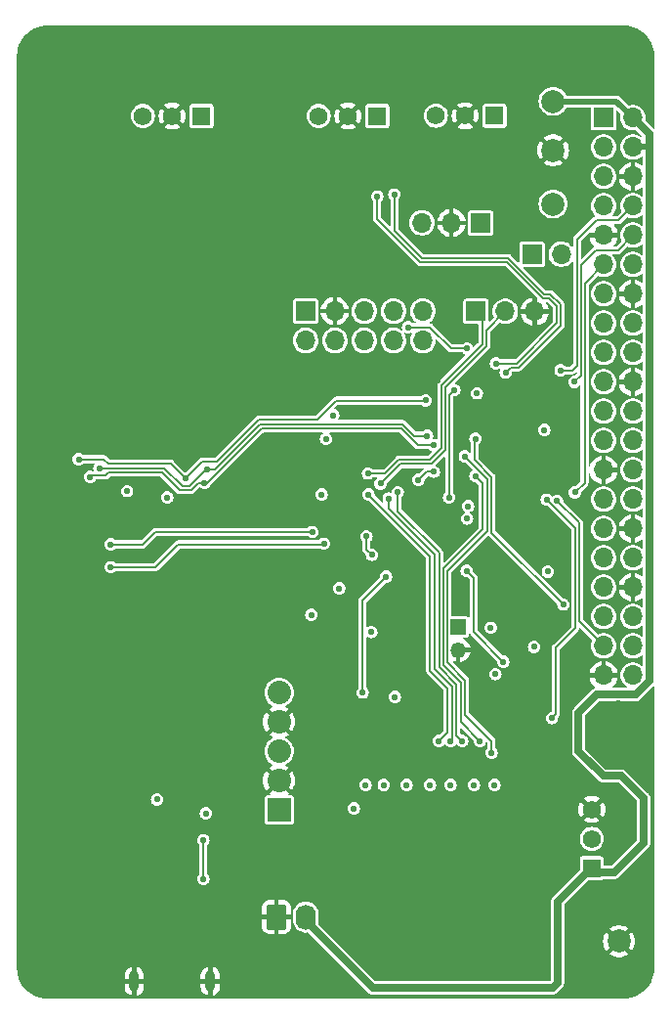
<source format=gbr>
%TF.GenerationSoftware,KiCad,Pcbnew,7.0.11-7.0.11~ubuntu20.04.1*%
%TF.CreationDate,2025-05-20T14:11:40-07:00*%
%TF.ProjectId,whaleboard,7768616c-6562-46f6-9172-642e6b696361,rev?*%
%TF.SameCoordinates,Original*%
%TF.FileFunction,Copper,L4,Bot*%
%TF.FilePolarity,Positive*%
%FSLAX46Y46*%
G04 Gerber Fmt 4.6, Leading zero omitted, Abs format (unit mm)*
G04 Created by KiCad (PCBNEW 7.0.11-7.0.11~ubuntu20.04.1) date 2025-05-20 14:11:40*
%MOMM*%
%LPD*%
G01*
G04 APERTURE LIST*
G04 Aperture macros list*
%AMRoundRect*
0 Rectangle with rounded corners*
0 $1 Rounding radius*
0 $2 $3 $4 $5 $6 $7 $8 $9 X,Y pos of 4 corners*
0 Add a 4 corners polygon primitive as box body*
4,1,4,$2,$3,$4,$5,$6,$7,$8,$9,$2,$3,0*
0 Add four circle primitives for the rounded corners*
1,1,$1+$1,$2,$3*
1,1,$1+$1,$4,$5*
1,1,$1+$1,$6,$7*
1,1,$1+$1,$8,$9*
0 Add four rect primitives between the rounded corners*
20,1,$1+$1,$2,$3,$4,$5,0*
20,1,$1+$1,$4,$5,$6,$7,0*
20,1,$1+$1,$6,$7,$8,$9,0*
20,1,$1+$1,$8,$9,$2,$3,0*%
G04 Aperture macros list end*
%TA.AperFunction,ComponentPad*%
%ADD10C,5.400000*%
%TD*%
%TA.AperFunction,ComponentPad*%
%ADD11C,2.000000*%
%TD*%
%TA.AperFunction,ComponentPad*%
%ADD12R,2.032000X2.032000*%
%TD*%
%TA.AperFunction,ComponentPad*%
%ADD13C,2.032000*%
%TD*%
%TA.AperFunction,ComponentPad*%
%ADD14R,1.700000X1.700000*%
%TD*%
%TA.AperFunction,ComponentPad*%
%ADD15O,1.700000X1.700000*%
%TD*%
%TA.AperFunction,ComponentPad*%
%ADD16R,1.574800X1.574800*%
%TD*%
%TA.AperFunction,ComponentPad*%
%ADD17C,1.574800*%
%TD*%
%TA.AperFunction,ComponentPad*%
%ADD18O,0.900000X1.800000*%
%TD*%
%TA.AperFunction,ComponentPad*%
%ADD19RoundRect,0.250000X-0.620000X-0.845000X0.620000X-0.845000X0.620000X0.845000X-0.620000X0.845000X0*%
%TD*%
%TA.AperFunction,ComponentPad*%
%ADD20O,1.740000X2.190000*%
%TD*%
%TA.AperFunction,ComponentPad*%
%ADD21R,1.350000X1.350000*%
%TD*%
%TA.AperFunction,ComponentPad*%
%ADD22O,1.350000X1.350000*%
%TD*%
%TA.AperFunction,ViaPad*%
%ADD23C,0.558800*%
%TD*%
%TA.AperFunction,Conductor*%
%ADD24C,0.635000*%
%TD*%
%TA.AperFunction,Conductor*%
%ADD25C,0.508000*%
%TD*%
%TA.AperFunction,Conductor*%
%ADD26C,0.177800*%
%TD*%
G04 APERTURE END LIST*
D10*
%TO.P,H3,1,1*%
%TO.N,GND*%
X155504000Y-121870000D03*
%TD*%
D11*
%TO.P,TP3,1,1*%
%TO.N,GND*%
X155560000Y-140030000D03*
%TD*%
D10*
%TO.P,H2,1,1*%
%TO.N,GND*%
X106504001Y-63870001D03*
%TD*%
D12*
%TO.P,U4,1,VIN*%
%TO.N,+5V*%
X126100000Y-128650000D03*
D13*
%TO.P,U4,2,GND*%
%TO.N,GND*%
X126100000Y-126110000D03*
%TO.P,U4,3,+Vout*%
%TO.N,+15V*%
X126100000Y-123570000D03*
%TO.P,U4,4,GND*%
%TO.N,GND*%
X126100000Y-121030000D03*
%TO.P,U4,5,-Vout*%
%TO.N,-15V*%
X126100000Y-118490000D03*
%TD*%
D14*
%TO.P,J6,1,Pin_1*%
%TO.N,/micro/RX_DIAG*%
X143175000Y-85500000D03*
D15*
%TO.P,J6,2,Pin_2*%
%TO.N,/micro/TX_DIAG*%
X145715000Y-85500000D03*
%TO.P,J6,3,Pin_3*%
%TO.N,GND*%
X148255000Y-85500000D03*
%TD*%
D16*
%TO.P,J2,1,Pin_1*%
%TO.N,/input/SIGIN-*%
X119380000Y-68580000D03*
D17*
%TO.P,J2,2,Pin_2*%
%TO.N,GND*%
X116840000Y-68580000D03*
%TO.P,J2,3,Pin_3*%
%TO.N,/input/SIGIN+*%
X114300000Y-68580000D03*
%TD*%
D10*
%TO.P,H1,1,1*%
%TO.N,GND*%
X155504000Y-63870001D03*
%TD*%
D18*
%TO.P,J11,S5,SHIELD__4*%
%TO.N,GND*%
X113540000Y-143484600D03*
%TO.P,J11,S6,SHIELD__5*%
X120140000Y-143484600D03*
%TD*%
D16*
%TO.P,J3,1,Pin_1*%
%TO.N,/input/GainA0_OUT*%
X134620000Y-68580000D03*
D17*
%TO.P,J3,2,Pin_2*%
%TO.N,GND*%
X132080000Y-68580000D03*
%TO.P,J3,3,Pin_3*%
%TO.N,/input/GainA1_OUT*%
X129540000Y-68580000D03*
%TD*%
D14*
%TO.P,J7,1,Pin_1*%
%TO.N,/micro/STM_RESET*%
X128397000Y-85471000D03*
D15*
%TO.P,J7,2,Pin_2*%
%TO.N,/micro/SWCLK*%
X128397000Y-88011000D03*
%TO.P,J7,3,Pin_3*%
%TO.N,GND*%
X130937000Y-85471000D03*
%TO.P,J7,4,Pin_4*%
%TO.N,/micro/SWDIO*%
X130937000Y-88011000D03*
%TO.P,J7,5,Pin_5*%
%TO.N,+3.3V*%
X133477000Y-85471000D03*
%TO.P,J7,6,Pin_6*%
X133477000Y-88011000D03*
%TO.P,J7,7,Pin_7*%
%TO.N,unconnected-(J7-Pin_7-Pad7)*%
X136017000Y-85471000D03*
%TO.P,J7,8,Pin_8*%
%TO.N,unconnected-(J7-Pin_8-Pad8)*%
X136017000Y-88011000D03*
%TO.P,J7,9,Pin_9*%
%TO.N,unconnected-(J7-Pin_9-Pad9)*%
X138557000Y-85471000D03*
%TO.P,J7,10,Pin_10*%
%TO.N,unconnected-(J7-Pin_10-Pad10)*%
X138557000Y-88011000D03*
%TD*%
D14*
%TO.P,J13,1,Pin_1*%
%TO.N,Net-(J13-Pin_1)*%
X148026200Y-80543400D03*
D15*
%TO.P,J13,2,Pin_2*%
%TO.N,/STM_RESET*%
X150566200Y-80543400D03*
%TD*%
D10*
%TO.P,H4,1,1*%
%TO.N,GND*%
X106504001Y-121870000D03*
%TD*%
D11*
%TO.P,TP1,1,1*%
%TO.N,+3.3V*%
X149860000Y-76200000D03*
%TD*%
%TO.P,TP4,1,1*%
%TO.N,GND*%
X149860000Y-71550000D03*
%TD*%
D16*
%TO.P,J9,1,Pin_1*%
%TO.N,+5V*%
X153210000Y-133700000D03*
D17*
%TO.P,J9,2,Pin_2*%
%TO.N,/pi/GPS*%
X153210000Y-131160000D03*
%TO.P,J9,3,Pin_3*%
%TO.N,GND*%
X153210000Y-128620000D03*
%TD*%
D11*
%TO.P,TP2,1,1*%
%TO.N,+5V*%
X149860000Y-67310000D03*
%TD*%
D14*
%TO.P,J5,1,Pin_1*%
%TO.N,+12VA*%
X143580000Y-77830000D03*
D15*
%TO.P,J5,2,Pin_2*%
%TO.N,GND*%
X141040000Y-77830000D03*
%TO.P,J5,3,Pin_3*%
%TO.N,-12VA*%
X138500000Y-77830000D03*
%TD*%
D16*
%TO.P,J4,1,Pin_1*%
%TO.N,+12VA*%
X144780000Y-68560000D03*
D17*
%TO.P,J4,2,Pin_2*%
%TO.N,GND*%
X142240000Y-68560000D03*
%TO.P,J4,3,Pin_3*%
%TO.N,-12VA*%
X139700000Y-68560000D03*
%TD*%
D19*
%TO.P,J1,1,Pin_1*%
%TO.N,GND*%
X125882400Y-137922000D03*
D20*
%TO.P,J1,2,Pin_2*%
%TO.N,+5V*%
X128422400Y-137922000D03*
%TD*%
D21*
%TO.P,J12,1,Pin_1*%
%TO.N,/micro/STM_OSC_IN*%
X141640000Y-112810000D03*
D22*
%TO.P,J12,2,Pin_2*%
%TO.N,GND*%
X141640000Y-114810000D03*
%TD*%
D14*
%TO.P,J10,1,3V3*%
%TO.N,+3.3V*%
X154234000Y-68740001D03*
D15*
%TO.P,J10,2,5V*%
%TO.N,+5V*%
X156774000Y-68740001D03*
%TO.P,J10,3,SDA/GPIO2*%
%TO.N,unconnected-(J10-SDA{slash}GPIO2-Pad3)*%
X154234000Y-71280001D03*
%TO.P,J10,4,5V*%
%TO.N,+5V*%
X156774000Y-71280001D03*
%TO.P,J10,5,SCL/GPIO3*%
%TO.N,/pi/GPS*%
X154234000Y-73820001D03*
%TO.P,J10,6,GND*%
%TO.N,GND*%
X156774000Y-73820001D03*
%TO.P,J10,7,GCLK0/GPIO4*%
%TO.N,unconnected-(J10-GCLK0{slash}GPIO4-Pad7)*%
X154234000Y-76360001D03*
%TO.P,J10,8,GPIO14/TXD*%
%TO.N,/UART_PI2STM*%
X156774000Y-76360001D03*
%TO.P,J10,9,GND*%
%TO.N,GND*%
X154234000Y-78900001D03*
%TO.P,J10,10,GPIO15/RXD*%
%TO.N,/UART_STM2PI*%
X156774000Y-78900001D03*
%TO.P,J10,11,GPIO17*%
%TO.N,/RecordEnable*%
X154234000Y-81440001D03*
%TO.P,J10,12,GPIO18/PWM0*%
%TO.N,/pi/SPI1_NCS*%
X156774000Y-81440001D03*
%TO.P,J10,13,GPIO27*%
%TO.N,unconnected-(J10-GPIO27-Pad13)*%
X154234000Y-83980001D03*
%TO.P,J10,14,GND*%
%TO.N,GND*%
X156774000Y-83980001D03*
%TO.P,J10,15,GPIO22*%
%TO.N,/STM_RESET*%
X154234000Y-86520001D03*
%TO.P,J10,16,GPIO23*%
%TO.N,unconnected-(J10-GPIO23-Pad16)*%
X156774000Y-86520001D03*
%TO.P,J10,17,3V3*%
%TO.N,+3.3V*%
X154234000Y-89060001D03*
%TO.P,J10,18,GPIO24*%
%TO.N,unconnected-(J10-GPIO24-Pad18)*%
X156774000Y-89060001D03*
%TO.P,J10,19,MOSI0/GPIO10*%
%TO.N,/SPI0_MOSI*%
X154234000Y-91600001D03*
%TO.P,J10,20,GND*%
%TO.N,GND*%
X156774000Y-91600001D03*
%TO.P,J10,21,MISO0/GPIO9*%
%TO.N,/SPI0_MISO*%
X154234000Y-94140001D03*
%TO.P,J10,22,GPIO25*%
%TO.N,unconnected-(J10-GPIO25-Pad22)*%
X156774000Y-94140001D03*
%TO.P,J10,23,SCLK0/GPIO11*%
%TO.N,/SPI0_SCK*%
X154234000Y-96680001D03*
%TO.P,J10,24,~{CE0}/GPIO8*%
%TO.N,/SPI0_NCS*%
X156774000Y-96680001D03*
%TO.P,J10,25,GND*%
%TO.N,GND*%
X154234000Y-99220001D03*
%TO.P,J10,26,~{CE1}/GPIO7*%
%TO.N,unconnected-(J10-~{CE1}{slash}GPIO7-Pad26)*%
X156774000Y-99220001D03*
%TO.P,J10,27,ID_SD/GPIO0*%
%TO.N,unconnected-(J10-ID_SD{slash}GPIO0-Pad27)*%
X154234000Y-101760001D03*
%TO.P,J10,28,ID_SC/GPIO1*%
%TO.N,unconnected-(J10-ID_SC{slash}GPIO1-Pad28)*%
X156774000Y-101760001D03*
%TO.P,J10,29,GCLK1/GPIO5*%
%TO.N,unconnected-(J10-GCLK1{slash}GPIO5-Pad29)*%
X154234000Y-104300001D03*
%TO.P,J10,30,GND*%
%TO.N,GND*%
X156774000Y-104300001D03*
%TO.P,J10,31,GCLK2/GPIO6*%
%TO.N,unconnected-(J10-GCLK2{slash}GPIO6-Pad31)*%
X154234000Y-106840001D03*
%TO.P,J10,32,PWM0/GPIO12*%
%TO.N,unconnected-(J10-PWM0{slash}GPIO12-Pad32)*%
X156774000Y-106840001D03*
%TO.P,J10,33,PWM1/GPIO13*%
%TO.N,unconnected-(J10-PWM1{slash}GPIO13-Pad33)*%
X154234000Y-109380001D03*
%TO.P,J10,34,GND*%
%TO.N,GND*%
X156774000Y-109380001D03*
%TO.P,J10,35,GPIO19/MISO1*%
%TO.N,/pi/SPI1_MISO*%
X154234000Y-111920001D03*
%TO.P,J10,36,GPIO16*%
%TO.N,unconnected-(J10-GPIO16-Pad36)*%
X156774000Y-111920001D03*
%TO.P,J10,37,GPIO26*%
%TO.N,/AcqBusy*%
X154234000Y-114460001D03*
%TO.P,J10,38,GPIO20/MOSI1*%
%TO.N,/pi/SPI1_MOSI*%
X156774000Y-114460001D03*
%TO.P,J10,39,GND*%
%TO.N,GND*%
X154234000Y-117000001D03*
%TO.P,J10,40,GPIO21/SCLK1*%
%TO.N,/pi/SPI1_SCK*%
X156774000Y-117000001D03*
%TD*%
D23*
%TO.N,GND*%
X129650000Y-121240000D03*
X131170000Y-117260000D03*
X125069600Y-104013000D03*
X127406400Y-93802200D03*
X126212600Y-83439000D03*
X140589000Y-83185000D03*
X139827000Y-91440000D03*
X138328400Y-90043000D03*
X145592800Y-99060000D03*
X128270000Y-101600000D03*
X111930000Y-93980000D03*
X151638000Y-98298000D03*
X149193300Y-115570000D03*
X132080000Y-91948000D03*
X104648000Y-109220000D03*
X145542000Y-114681000D03*
X135890000Y-116815800D03*
X147800000Y-120800000D03*
X139180000Y-118380000D03*
X114510000Y-92670000D03*
X138176000Y-137922000D03*
X141935200Y-96316800D03*
X133248400Y-107543600D03*
X128524000Y-110490000D03*
X147066000Y-115189000D03*
X143256000Y-91427000D03*
X151638000Y-96774000D03*
X109982000Y-135128000D03*
X127508000Y-108966000D03*
X137464800Y-108762800D03*
X119080000Y-109570000D03*
X134416800Y-96316800D03*
X133600000Y-97700000D03*
X119820000Y-94010000D03*
X122000000Y-109500000D03*
X143465111Y-114725889D03*
X126746000Y-107188000D03*
X104648000Y-104140000D03*
X143662400Y-108864400D03*
X139700000Y-104575000D03*
X125984000Y-132080000D03*
X136652000Y-90932000D03*
X134143900Y-114839900D03*
X138900000Y-102025000D03*
X150774400Y-109524800D03*
X116600000Y-135920000D03*
X150800000Y-101300000D03*
%TO.N,+15V*%
X119750000Y-128950000D03*
%TO.N,-15V*%
X115525000Y-127750000D03*
%TO.N,+3.3V*%
X132588000Y-128524000D03*
X134109408Y-113260727D03*
X143256000Y-92583000D03*
X149400471Y-108028530D03*
X136144000Y-118872000D03*
X148201765Y-114545318D03*
X130175000Y-96546215D03*
X144454438Y-112874576D03*
X128905000Y-111760000D03*
X129794000Y-101346000D03*
X144850000Y-116900000D03*
X131318000Y-109474000D03*
X149098000Y-95758000D03*
X130810000Y-94488000D03*
%TO.N,/RecordEnable*%
X151747421Y-101170975D03*
%TO.N,/AcqBusy*%
X150200000Y-101900000D03*
%TO.N,/ADC+*%
X116408200Y-101600000D03*
X142494000Y-102362000D03*
%TO.N,/ADC-*%
X142394414Y-103438609D03*
X112925000Y-101050000D03*
%TO.N,/GainA0*%
X136093200Y-75361800D03*
X145750000Y-90800000D03*
%TO.N,/GainA1*%
X144900000Y-90000000D03*
X134620000Y-75539600D03*
%TO.N,Net-(J8-VDD)*%
X137160000Y-126492000D03*
X135180000Y-126492000D03*
X139192000Y-126492000D03*
X140970000Y-126492000D03*
X133604000Y-126492000D03*
X144780000Y-126492000D03*
X143002000Y-126492000D03*
%TO.N,Net-(U7A-PB5)*%
X129000000Y-104600000D03*
X111506000Y-105664000D03*
%TO.N,/micro/RX_DIAG*%
X133800000Y-99522300D03*
%TO.N,/micro/TX_DIAG*%
X134900000Y-100400000D03*
%TO.N,/UART_PI2STM*%
X150500000Y-90600000D03*
%TO.N,/UART_STM2PI*%
X151700000Y-91600000D03*
%TO.N,Net-(C34-Pad2)*%
X138176000Y-100076000D03*
X133679407Y-104977407D03*
X134144719Y-106577415D03*
X139519833Y-99380167D03*
%TO.N,Net-(U7A-PB6)*%
X130000000Y-105600000D03*
X111506000Y-107633000D03*
%TO.N,/micro/SD_DAT0*%
X143123789Y-99743789D03*
X143510000Y-122682000D03*
%TO.N,/micro/SD_DAT1*%
X144526000Y-123698000D03*
X142201376Y-98044000D03*
%TO.N,/micro/STM_RESET*%
X137287000Y-86868000D03*
X140843000Y-101600000D03*
X142400000Y-88700000D03*
X141300000Y-92300000D03*
%TO.N,/micro/SD_DAT2*%
X136395671Y-101131664D03*
X141973203Y-122682000D03*
%TO.N,/micro/SD_DAT3*%
X135600000Y-101700000D03*
X140970000Y-122682000D03*
%TO.N,/micro/SD_CMD*%
X133858000Y-101346000D03*
X139954000Y-122682000D03*
%TO.N,/micro/OSPI1_S2*%
X133350000Y-118491000D03*
X135382000Y-108458000D03*
%TO.N,/micro/OSPI1_S0*%
X145542000Y-115824000D03*
X142367000Y-107950000D03*
%TO.N,/micro/OSPI1_S1*%
X150749000Y-110871000D03*
X143129000Y-96520000D03*
%TO.N,/micro/OSPI1_CS#*%
X149750000Y-120700000D03*
X149295270Y-101786308D03*
%TO.N,/micro/USB_ID*%
X119540000Y-134630000D03*
X119540000Y-131270000D03*
%TO.N,/GainB0*%
X117983000Y-99949000D03*
X138810063Y-93210063D03*
X108736300Y-98298000D03*
%TO.N,/GainB1*%
X119634000Y-100330000D03*
X109728000Y-99822000D03*
X139480387Y-97079580D03*
%TO.N,/GainB2*%
X110533424Y-99060000D03*
X119888000Y-99178706D03*
X138938000Y-96266000D03*
%TD*%
D24*
%TO.N,+5V*%
X134245200Y-144075000D02*
X128422400Y-138252200D01*
X150240000Y-136620000D02*
X150240000Y-143635000D01*
X157700000Y-131499000D02*
X155129000Y-134070000D01*
X152075000Y-120225000D02*
X152075000Y-123575000D01*
X158200000Y-71330700D02*
X158200000Y-117476543D01*
X150240000Y-143635000D02*
X149800000Y-144075000D01*
X158200000Y-117476543D02*
X157026543Y-118650000D01*
X155775000Y-125725000D02*
X157700000Y-127650000D01*
D25*
X156774000Y-68740001D02*
X155343999Y-67310000D01*
D24*
X157026543Y-118650000D02*
X153650000Y-118650000D01*
D25*
X155343999Y-67310000D02*
X149860000Y-67310000D01*
D24*
X152075000Y-123575000D02*
X154225000Y-125725000D01*
X128422400Y-138252200D02*
X128422400Y-137922000D01*
X153580000Y-134070000D02*
X153210000Y-133700000D01*
X153160000Y-133700000D02*
X150240000Y-136620000D01*
X153210000Y-133700000D02*
X153160000Y-133700000D01*
X154225000Y-125725000D02*
X155775000Y-125725000D01*
X155129000Y-134070000D02*
X153580000Y-134070000D01*
X158200000Y-70166001D02*
X158200000Y-71169300D01*
X158119300Y-71250000D02*
X158200000Y-71330700D01*
X149800000Y-144075000D02*
X134245200Y-144075000D01*
X156774000Y-68740001D02*
X158200000Y-70166001D01*
X158200000Y-71169300D02*
X158119300Y-71250000D01*
D25*
X156774000Y-71280001D02*
X158089299Y-71280001D01*
X158089299Y-71280001D02*
X158119300Y-71250000D01*
D24*
X153650000Y-118650000D02*
X152075000Y-120225000D01*
X157700000Y-127650000D02*
X157700000Y-131499000D01*
D26*
%TO.N,/RecordEnable*%
X154234000Y-81440001D02*
X152584200Y-83089801D01*
X152584200Y-83089801D02*
X152584200Y-100334196D01*
X152584200Y-100334196D02*
X151747421Y-101170975D01*
%TO.N,/AcqBusy*%
X150200000Y-101900000D02*
X152082500Y-103782500D01*
X152082500Y-103782500D02*
X152082500Y-112308501D01*
X152082500Y-112308501D02*
X154234000Y-114460001D01*
%TO.N,/GainA0*%
X149610500Y-84010500D02*
X150500000Y-84900000D01*
X150500000Y-86700000D02*
X146844400Y-90355600D01*
X145973920Y-80881908D02*
X149102512Y-84010500D01*
X149102512Y-84010500D02*
X149610500Y-84010500D01*
X146844400Y-90355600D02*
X146194400Y-90355600D01*
X146194400Y-90355600D02*
X145750000Y-90800000D01*
X150500000Y-84900000D02*
X150500000Y-86700000D01*
X136093200Y-78510306D02*
X138464802Y-80881908D01*
X138464802Y-80881908D02*
X145973920Y-80881908D01*
X136093200Y-75361800D02*
X136093200Y-78510306D01*
%TO.N,/GainA1*%
X134620000Y-77540000D02*
X138317508Y-81237508D01*
X150182500Y-85031512D02*
X150182500Y-86514606D01*
X149478988Y-84328000D02*
X150182500Y-85031512D01*
X146697106Y-90000000D02*
X144900000Y-90000000D01*
X138317508Y-81237508D02*
X145880508Y-81237508D01*
X148971000Y-84328000D02*
X149478988Y-84328000D01*
X134620000Y-75539600D02*
X134620000Y-77540000D01*
X145880508Y-81237508D02*
X148971000Y-84328000D01*
X150182500Y-86514606D02*
X146697106Y-90000000D01*
%TO.N,Net-(U7A-PB5)*%
X114300000Y-105664000D02*
X111506000Y-105664000D01*
X115364000Y-104600000D02*
X114300000Y-105664000D01*
X129000000Y-104600000D02*
X115364000Y-104600000D01*
%TO.N,/micro/RX_DIAG*%
X143700000Y-85800000D02*
X143700000Y-88342857D01*
X143700000Y-88342857D02*
X140147087Y-91895770D01*
X140147087Y-91895770D02*
X140147087Y-97355737D01*
X136439239Y-98357867D02*
X135274806Y-99522300D01*
X135274806Y-99522300D02*
X133800000Y-99522300D01*
X139144957Y-98357867D02*
X136439239Y-98357867D01*
X140147087Y-97355737D02*
X139144957Y-98357867D01*
X143175000Y-85500000D02*
X143400000Y-85500000D01*
X143400000Y-85500000D02*
X143700000Y-85800000D01*
%TO.N,/micro/TX_DIAG*%
X140502687Y-97503031D02*
X139292251Y-98713467D01*
X145715000Y-85500000D02*
X144055600Y-87159400D01*
X136586533Y-98713467D02*
X134900000Y-100400000D01*
X144055600Y-88490151D02*
X140502687Y-92043064D01*
X144055600Y-87159400D02*
X144055600Y-88490151D01*
X140502687Y-92043064D02*
X140502687Y-97503031D01*
X139292251Y-98713467D02*
X136586533Y-98713467D01*
%TO.N,/UART_PI2STM*%
X150500000Y-90600000D02*
X151500000Y-90600000D01*
X155534001Y-77600000D02*
X156774000Y-76360001D01*
X151911100Y-90188900D02*
X151911100Y-79288900D01*
X153600000Y-77600000D02*
X155534001Y-77600000D01*
X151500000Y-90600000D02*
X151911100Y-90188900D01*
X151911100Y-79288900D02*
X153600000Y-77600000D01*
%TO.N,/UART_STM2PI*%
X152266700Y-81521448D02*
X153588148Y-80200000D01*
X152266700Y-91033300D02*
X152266700Y-81521448D01*
X153588148Y-80200000D02*
X155474001Y-80200000D01*
X155474001Y-80200000D02*
X156774000Y-78900001D01*
X151700000Y-91600000D02*
X152266700Y-91033300D01*
%TO.N,Net-(C34-Pad2)*%
X133679407Y-106112103D02*
X134144719Y-106577415D01*
X138871833Y-99380167D02*
X138176000Y-100076000D01*
X133679407Y-104977407D02*
X133679407Y-106112103D01*
X139519833Y-99380167D02*
X138871833Y-99380167D01*
%TO.N,Net-(U7A-PB6)*%
X129936000Y-105664000D02*
X117348000Y-105664000D01*
X115379000Y-107633000D02*
X111506000Y-107633000D01*
X130000000Y-105600000D02*
X129936000Y-105664000D01*
X117348000Y-105664000D02*
X115379000Y-107633000D01*
%TO.N,/micro/SD_DAT0*%
X140365816Y-116143368D02*
X141859000Y-117636553D01*
X143123789Y-99743789D02*
X143123789Y-99753789D01*
X141859000Y-121031000D02*
X143510000Y-122682000D01*
X143123789Y-99753789D02*
X143764000Y-100394000D01*
X143764000Y-100394000D02*
X143764000Y-104363184D01*
X140365816Y-107761368D02*
X140365816Y-116143368D01*
X143764000Y-104363184D02*
X140365816Y-107761368D01*
X141859000Y-117636553D02*
X141859000Y-121031000D01*
%TO.N,/micro/SD_DAT1*%
X140683316Y-107982684D02*
X144145000Y-104521000D01*
X144145000Y-104521000D02*
X144145000Y-99987624D01*
X144145000Y-99987624D02*
X142201376Y-98044000D01*
X144526000Y-123698000D02*
X144526000Y-122682000D01*
X140683316Y-115885261D02*
X140683316Y-107982684D01*
X142240000Y-120396000D02*
X142240000Y-117441945D01*
X144526000Y-122682000D02*
X142240000Y-120396000D01*
X142240000Y-117441945D02*
X140683316Y-115885261D01*
%TO.N,/micro/STM_RESET*%
X140820187Y-92779813D02*
X140820187Y-101577187D01*
X140820187Y-101577187D02*
X140843000Y-101600000D01*
X141000000Y-88700000D02*
X139168000Y-86868000D01*
X139168000Y-86868000D02*
X137287000Y-86868000D01*
X141300000Y-92300000D02*
X140820187Y-92779813D01*
X142400000Y-88700000D02*
X141000000Y-88700000D01*
%TO.N,/micro/SD_DAT2*%
X141478000Y-122186797D02*
X141973203Y-122682000D01*
X141478000Y-117794368D02*
X141478000Y-122186797D01*
X139984816Y-106395184D02*
X139984816Y-116301184D01*
X136395671Y-102806039D02*
X139984816Y-106395184D01*
X136395671Y-101131664D02*
X136395671Y-102806039D01*
X139984816Y-116301184D02*
X141478000Y-117794368D01*
%TO.N,/micro/SD_DAT3*%
X139573000Y-116428184D02*
X141097000Y-117952184D01*
X135600000Y-101700000D02*
X135600000Y-102549184D01*
X135600000Y-102549184D02*
X139573000Y-106522184D01*
X141097000Y-122555000D02*
X140970000Y-122682000D01*
X141097000Y-117952184D02*
X141097000Y-122555000D01*
X139573000Y-106522184D02*
X139573000Y-116428184D01*
%TO.N,/micro/SD_CMD*%
X139954000Y-122682000D02*
X140716000Y-121920000D01*
X140716000Y-121920000D02*
X140716000Y-118110000D01*
X140716000Y-118110000D02*
X139192000Y-116586000D01*
X139192000Y-116586000D02*
X139192000Y-106680000D01*
X139192000Y-106680000D02*
X133858000Y-101346000D01*
%TO.N,/micro/OSPI1_S2*%
X133350000Y-118491000D02*
X133350000Y-110490000D01*
X133350000Y-110490000D02*
X135382000Y-108458000D01*
%TO.N,/micro/OSPI1_S0*%
X142970300Y-113252300D02*
X142970300Y-108553300D01*
X145542000Y-115824000D02*
X142970300Y-113252300D01*
X142970300Y-108553300D02*
X142367000Y-107950000D01*
%TO.N,/micro/OSPI1_S1*%
X143071900Y-98375708D02*
X143071900Y-96577100D01*
X143071900Y-96577100D02*
X143129000Y-96520000D01*
X144526000Y-104648000D02*
X144526000Y-99829808D01*
X150749000Y-110871000D02*
X144526000Y-104648000D01*
X144526000Y-99829808D02*
X143071900Y-98375708D01*
%TO.N,/micro/OSPI1_CS#*%
X150114000Y-120336000D02*
X149750000Y-120700000D01*
X151765000Y-112903000D02*
X150114000Y-114554000D01*
X151765000Y-104256038D02*
X151765000Y-112903000D01*
X149295270Y-101786308D02*
X151765000Y-104256038D01*
X150114000Y-114554000D02*
X150114000Y-120336000D01*
%TO.N,/micro/USB_ID*%
X119540000Y-131270000D02*
X119540000Y-134630000D01*
%TO.N,/GainB0*%
X129387600Y-94894400D02*
X124312706Y-94894400D01*
X108736300Y-98298000D02*
X110924857Y-98298000D01*
X110924857Y-98298000D02*
X111331257Y-98704400D01*
X138810063Y-93210063D02*
X138802126Y-93218000D01*
X138802126Y-93218000D02*
X131064000Y-93218000D01*
X119419994Y-98512006D02*
X117983000Y-99949000D01*
X120695100Y-98512006D02*
X119419994Y-98512006D01*
X111331257Y-98704400D02*
X116738400Y-98704400D01*
X124312706Y-94894400D02*
X120695100Y-98512006D01*
X116738400Y-98704400D02*
X117983000Y-99949000D01*
X131064000Y-93218000D02*
X129387600Y-94894400D01*
%TO.N,/GainB1*%
X119634000Y-100330000D02*
X119126000Y-100330000D01*
X124562794Y-95650100D02*
X136730100Y-95650100D01*
X136730100Y-95650100D02*
X138159580Y-97079580D01*
X119882894Y-100330000D02*
X124562794Y-95650100D01*
X111331257Y-99415600D02*
X111020157Y-99726700D01*
X138159580Y-97079580D02*
X139480387Y-97079580D01*
X118484700Y-100971300D02*
X117486406Y-100971300D01*
X115930706Y-99415600D02*
X111331257Y-99415600D01*
X119634000Y-100330000D02*
X119882894Y-100330000D01*
X119126000Y-100330000D02*
X118484700Y-100971300D01*
X111020157Y-99726700D02*
X109823300Y-99726700D01*
X117486406Y-100971300D02*
X115930706Y-99415600D01*
X109823300Y-99726700D02*
X109728000Y-99822000D01*
%TO.N,/GainB2*%
X120531294Y-99178706D02*
X124460000Y-95250000D01*
X116151143Y-99060000D02*
X117706843Y-100615700D01*
X119769294Y-99178706D02*
X119888000Y-99178706D01*
X118332300Y-100615700D02*
X119769294Y-99178706D01*
X124460000Y-95250000D02*
X136820000Y-95250000D01*
X119888000Y-99178706D02*
X120531294Y-99178706D01*
X137836000Y-96266000D02*
X138938000Y-96266000D01*
X136820000Y-95250000D02*
X137836000Y-96266000D01*
X117706843Y-100615700D02*
X118332300Y-100615700D01*
X110533424Y-99060000D02*
X116151143Y-99060000D01*
%TD*%
%TA.AperFunction,Conductor*%
%TO.N,GND*%
G36*
X156005745Y-60751599D02*
G01*
X156293680Y-60767769D01*
X156300637Y-60768553D01*
X156583224Y-60816566D01*
X156590036Y-60818121D01*
X156848455Y-60892571D01*
X156865462Y-60897471D01*
X156872069Y-60899782D01*
X157136905Y-61009480D01*
X157143184Y-61012505D01*
X157394052Y-61151155D01*
X157399972Y-61154873D01*
X157518586Y-61239034D01*
X157633744Y-61320743D01*
X157639224Y-61325113D01*
X157852941Y-61516103D01*
X157857897Y-61521059D01*
X158048886Y-61734776D01*
X158053255Y-61740256D01*
X158219115Y-61974013D01*
X158222844Y-61979948D01*
X158361490Y-62230809D01*
X158364531Y-62237123D01*
X158474214Y-62501922D01*
X158476529Y-62508538D01*
X158555875Y-62783953D01*
X158557435Y-62790786D01*
X158605446Y-63073359D01*
X158606231Y-63080323D01*
X158612547Y-63192784D01*
X158622402Y-63368287D01*
X158622500Y-63371765D01*
X158622500Y-69628683D01*
X158604194Y-69672877D01*
X158560000Y-69691183D01*
X158515806Y-69672877D01*
X157873128Y-69030199D01*
X157854822Y-68986005D01*
X157857208Y-68968903D01*
X157864345Y-68943822D01*
X157876958Y-68807706D01*
X157883232Y-68740005D01*
X157883232Y-68739996D01*
X157864346Y-68536187D01*
X157864344Y-68536175D01*
X157843542Y-68463067D01*
X157808328Y-68339300D01*
X157717088Y-68156066D01*
X157717085Y-68156062D01*
X157717084Y-68156060D01*
X157593740Y-67992725D01*
X157593735Y-67992720D01*
X157593732Y-67992716D01*
X157469332Y-67879310D01*
X157442466Y-67854818D01*
X157442463Y-67854816D01*
X157442462Y-67854815D01*
X157268427Y-67747057D01*
X157268425Y-67747056D01*
X157171471Y-67709496D01*
X157077556Y-67673113D01*
X157077553Y-67673112D01*
X157077552Y-67673112D01*
X156876351Y-67635501D01*
X156876347Y-67635501D01*
X156671653Y-67635501D01*
X156671648Y-67635501D01*
X156467603Y-67673644D01*
X156467370Y-67672398D01*
X156423815Y-67667325D01*
X156410059Y-67656932D01*
X155746969Y-66993842D01*
X155738584Y-66983437D01*
X155732248Y-66973578D01*
X155692412Y-66939060D01*
X155689145Y-66936018D01*
X155677854Y-66924726D01*
X155677850Y-66924723D01*
X155677847Y-66924720D01*
X155665041Y-66915133D01*
X155661581Y-66912345D01*
X155621744Y-66877826D01*
X155621739Y-66877822D01*
X155611076Y-66872953D01*
X155599587Y-66866136D01*
X155590203Y-66859111D01*
X155590201Y-66859110D01*
X155540801Y-66840684D01*
X155536681Y-66838977D01*
X155488736Y-66817082D01*
X155488734Y-66817081D01*
X155488733Y-66817081D01*
X155488730Y-66817080D01*
X155488728Y-66817080D01*
X155477131Y-66815412D01*
X155464190Y-66812109D01*
X155453202Y-66808011D01*
X155400605Y-66804248D01*
X155396174Y-66803771D01*
X155380373Y-66801500D01*
X155380367Y-66801500D01*
X155364397Y-66801500D01*
X155359938Y-66801341D01*
X155307351Y-66797580D01*
X155307350Y-66797580D01*
X155295893Y-66800072D01*
X155282610Y-66801500D01*
X151046887Y-66801500D01*
X151002693Y-66783194D01*
X150990243Y-66765413D01*
X150950581Y-66680358D01*
X150950579Y-66680355D01*
X150950579Y-66680354D01*
X150824674Y-66500543D01*
X150824673Y-66500541D01*
X150669458Y-66345326D01*
X150555061Y-66265225D01*
X150489646Y-66219421D01*
X150489644Y-66219420D01*
X150489642Y-66219418D01*
X150290708Y-66126655D01*
X150290695Y-66126650D01*
X150078681Y-66069840D01*
X150078675Y-66069839D01*
X149860002Y-66050708D01*
X149859998Y-66050708D01*
X149641324Y-66069839D01*
X149641318Y-66069840D01*
X149429304Y-66126650D01*
X149429291Y-66126655D01*
X149230357Y-66219418D01*
X149230355Y-66219420D01*
X149050541Y-66345326D01*
X148895326Y-66500541D01*
X148769420Y-66680355D01*
X148769418Y-66680357D01*
X148676655Y-66879291D01*
X148676650Y-66879304D01*
X148619840Y-67091318D01*
X148619839Y-67091324D01*
X148600708Y-67309997D01*
X148600708Y-67310002D01*
X148619839Y-67528675D01*
X148619840Y-67528681D01*
X148676650Y-67740695D01*
X148676655Y-67740708D01*
X148769418Y-67939642D01*
X148769420Y-67939644D01*
X148769421Y-67939646D01*
X148785270Y-67962281D01*
X148895326Y-68119458D01*
X149050541Y-68274673D01*
X149101838Y-68310591D01*
X149230354Y-68400579D01*
X149230355Y-68400579D01*
X149230357Y-68400581D01*
X149337316Y-68450456D01*
X149429297Y-68493347D01*
X149429302Y-68493348D01*
X149429304Y-68493349D01*
X149641318Y-68550159D01*
X149641319Y-68550159D01*
X149641326Y-68550161D01*
X149821736Y-68565944D01*
X149859998Y-68569292D01*
X149860000Y-68569292D01*
X149860002Y-68569292D01*
X149895185Y-68566213D01*
X150078674Y-68550161D01*
X150290703Y-68493347D01*
X150456262Y-68416146D01*
X150489642Y-68400581D01*
X150489642Y-68400580D01*
X150489646Y-68400579D01*
X150669457Y-68274674D01*
X150824674Y-68119457D01*
X150950579Y-67939646D01*
X150990135Y-67854818D01*
X150990243Y-67854587D01*
X151025511Y-67822269D01*
X151046887Y-67818500D01*
X153067000Y-67818500D01*
X153111194Y-67836806D01*
X153129500Y-67881000D01*
X153129500Y-69615065D01*
X153129501Y-69615069D01*
X153144265Y-69689300D01*
X153144267Y-69689304D01*
X153200515Y-69773485D01*
X153284697Y-69829734D01*
X153284699Y-69829735D01*
X153358933Y-69844501D01*
X155109066Y-69844500D01*
X155183301Y-69829735D01*
X155267484Y-69773485D01*
X155323734Y-69689302D01*
X155338500Y-69615068D01*
X155338499Y-68174515D01*
X155356805Y-68130322D01*
X155400999Y-68112016D01*
X155445193Y-68130322D01*
X155694761Y-68379890D01*
X155713067Y-68424084D01*
X155710681Y-68441187D01*
X155683654Y-68536180D01*
X155683654Y-68536181D01*
X155664768Y-68739996D01*
X155664768Y-68740005D01*
X155683653Y-68943814D01*
X155683655Y-68943826D01*
X155726213Y-69093400D01*
X155739672Y-69140702D01*
X155830912Y-69323936D01*
X155830913Y-69323937D01*
X155830915Y-69323941D01*
X155954259Y-69487276D01*
X155954264Y-69487281D01*
X155954268Y-69487286D01*
X156003043Y-69531750D01*
X156105533Y-69625183D01*
X156105534Y-69625184D01*
X156105538Y-69625187D01*
X156279573Y-69732945D01*
X156470444Y-69806889D01*
X156671653Y-69844501D01*
X156671656Y-69844501D01*
X156876344Y-69844501D01*
X156876347Y-69844501D01*
X157006756Y-69820123D01*
X157053561Y-69829997D01*
X157062434Y-69837365D01*
X157537128Y-70312059D01*
X157555434Y-70356253D01*
X157537128Y-70400447D01*
X157492934Y-70418753D01*
X157450828Y-70402441D01*
X157442466Y-70394818D01*
X157442463Y-70394816D01*
X157442462Y-70394815D01*
X157268427Y-70287057D01*
X157268425Y-70287056D01*
X157212948Y-70265564D01*
X157077556Y-70213113D01*
X157077553Y-70213112D01*
X157077552Y-70213112D01*
X156876351Y-70175501D01*
X156876347Y-70175501D01*
X156671653Y-70175501D01*
X156671648Y-70175501D01*
X156470447Y-70213112D01*
X156279574Y-70287056D01*
X156105533Y-70394818D01*
X155954266Y-70532718D01*
X155954259Y-70532725D01*
X155830915Y-70696060D01*
X155830912Y-70696066D01*
X155739672Y-70879299D01*
X155683655Y-71076175D01*
X155683653Y-71076187D01*
X155664768Y-71279996D01*
X155664768Y-71280005D01*
X155683653Y-71483814D01*
X155683655Y-71483826D01*
X155722938Y-71621889D01*
X155739672Y-71680702D01*
X155830912Y-71863936D01*
X155830913Y-71863937D01*
X155830915Y-71863941D01*
X155954259Y-72027276D01*
X155954264Y-72027281D01*
X155954268Y-72027286D01*
X156029084Y-72095490D01*
X156105533Y-72165183D01*
X156105534Y-72165184D01*
X156105538Y-72165187D01*
X156279573Y-72272945D01*
X156470444Y-72346889D01*
X156671653Y-72384501D01*
X156671656Y-72384501D01*
X156876344Y-72384501D01*
X156876347Y-72384501D01*
X157077556Y-72346889D01*
X157268427Y-72272945D01*
X157442462Y-72165187D01*
X157523394Y-72091408D01*
X157568386Y-72075163D01*
X157611688Y-72095490D01*
X157628000Y-72137596D01*
X157628000Y-72795143D01*
X157609694Y-72839337D01*
X157565500Y-72857643D01*
X157529652Y-72846340D01*
X157391849Y-72749851D01*
X157391851Y-72749851D01*
X157196633Y-72658820D01*
X157196631Y-72658819D01*
X156988590Y-72603074D01*
X156988575Y-72603071D01*
X156964500Y-72600964D01*
X156964500Y-73357326D01*
X156916315Y-73335321D01*
X156809763Y-73320001D01*
X156738237Y-73320001D01*
X156631685Y-73335321D01*
X156583500Y-73357326D01*
X156583500Y-72600964D01*
X156559424Y-72603071D01*
X156559409Y-72603074D01*
X156351368Y-72658819D01*
X156351366Y-72658820D01*
X156156149Y-72749851D01*
X155979704Y-72873398D01*
X155827397Y-73025705D01*
X155703850Y-73202150D01*
X155612819Y-73397367D01*
X155612818Y-73397369D01*
X155557072Y-73605414D01*
X155557071Y-73605423D01*
X155554965Y-73629501D01*
X156308827Y-73629501D01*
X156274000Y-73748112D01*
X156274000Y-73891890D01*
X156308827Y-74010501D01*
X155554965Y-74010501D01*
X155557071Y-74034578D01*
X155557072Y-74034587D01*
X155612818Y-74242632D01*
X155612819Y-74242634D01*
X155703850Y-74437851D01*
X155827397Y-74614296D01*
X155979704Y-74766603D01*
X156156150Y-74890150D01*
X156156148Y-74890150D01*
X156351366Y-74981181D01*
X156351368Y-74981182D01*
X156559413Y-75036928D01*
X156559422Y-75036929D01*
X156583500Y-75039036D01*
X156583500Y-74282675D01*
X156631685Y-74304681D01*
X156738237Y-74320001D01*
X156809763Y-74320001D01*
X156916315Y-74304681D01*
X156964500Y-74282675D01*
X156964500Y-75039035D01*
X156988577Y-75036929D01*
X156988586Y-75036928D01*
X157196631Y-74981182D01*
X157196633Y-74981181D01*
X157391850Y-74890150D01*
X157529652Y-74793661D01*
X157576353Y-74783308D01*
X157616697Y-74809010D01*
X157628000Y-74844858D01*
X157628000Y-75502406D01*
X157609694Y-75546600D01*
X157565500Y-75564906D01*
X157523394Y-75548594D01*
X157442466Y-75474818D01*
X157442463Y-75474816D01*
X157442462Y-75474815D01*
X157268427Y-75367057D01*
X157268425Y-75367056D01*
X157212948Y-75345564D01*
X157077556Y-75293113D01*
X157077553Y-75293112D01*
X157077552Y-75293112D01*
X156876351Y-75255501D01*
X156876347Y-75255501D01*
X156671653Y-75255501D01*
X156671648Y-75255501D01*
X156470447Y-75293112D01*
X156279574Y-75367056D01*
X156105533Y-75474818D01*
X155954266Y-75612718D01*
X155954259Y-75612725D01*
X155830915Y-75776060D01*
X155830912Y-75776066D01*
X155739672Y-75959299D01*
X155683655Y-76156175D01*
X155683653Y-76156187D01*
X155664768Y-76359996D01*
X155664768Y-76360005D01*
X155683653Y-76563814D01*
X155683655Y-76563826D01*
X155739672Y-76760702D01*
X155768820Y-76819239D01*
X155772132Y-76866960D01*
X155757066Y-76891292D01*
X155410066Y-77238294D01*
X155365872Y-77256600D01*
X155051273Y-77256600D01*
X155007079Y-77238294D01*
X154988773Y-77194100D01*
X155007079Y-77149906D01*
X155009167Y-77147912D01*
X155053732Y-77107286D01*
X155072281Y-77082724D01*
X155168785Y-76954931D01*
X155177088Y-76943936D01*
X155268328Y-76760702D01*
X155324345Y-76563822D01*
X155324346Y-76563814D01*
X155343232Y-76360005D01*
X155343232Y-76359996D01*
X155324346Y-76156187D01*
X155324344Y-76156175D01*
X155303542Y-76083067D01*
X155268328Y-75959300D01*
X155177088Y-75776066D01*
X155177085Y-75776062D01*
X155177084Y-75776060D01*
X155053740Y-75612725D01*
X155053735Y-75612720D01*
X155053732Y-75612716D01*
X154931379Y-75501176D01*
X154902466Y-75474818D01*
X154902463Y-75474816D01*
X154902462Y-75474815D01*
X154728427Y-75367057D01*
X154728425Y-75367056D01*
X154672948Y-75345564D01*
X154537556Y-75293113D01*
X154537553Y-75293112D01*
X154537552Y-75293112D01*
X154336351Y-75255501D01*
X154336347Y-75255501D01*
X154131653Y-75255501D01*
X154131648Y-75255501D01*
X153930447Y-75293112D01*
X153739574Y-75367056D01*
X153565533Y-75474818D01*
X153414266Y-75612718D01*
X153414259Y-75612725D01*
X153290915Y-75776060D01*
X153290912Y-75776066D01*
X153199672Y-75959299D01*
X153143655Y-76156175D01*
X153143653Y-76156187D01*
X153124768Y-76359996D01*
X153124768Y-76360005D01*
X153143653Y-76563814D01*
X153143655Y-76563826D01*
X153173529Y-76668819D01*
X153199672Y-76760702D01*
X153290912Y-76943936D01*
X153290913Y-76943937D01*
X153290915Y-76943941D01*
X153414259Y-77107276D01*
X153414264Y-77107281D01*
X153414268Y-77107286D01*
X153477220Y-77164674D01*
X153487725Y-77174251D01*
X153508052Y-77217553D01*
X153491807Y-77262545D01*
X153476874Y-77274563D01*
X153474583Y-77275886D01*
X153459510Y-77282131D01*
X153452634Y-77283974D01*
X153417545Y-77308541D01*
X153412951Y-77311467D01*
X153375864Y-77332881D01*
X153375863Y-77332881D01*
X153348330Y-77365693D01*
X153344647Y-77369711D01*
X151680803Y-79033554D01*
X151676784Y-79037237D01*
X151643984Y-79064760D01*
X151643983Y-79064762D01*
X151622569Y-79101850D01*
X151619640Y-79106447D01*
X151595072Y-79141533D01*
X151593229Y-79148411D01*
X151586992Y-79163469D01*
X151583432Y-79169635D01*
X151583431Y-79169638D01*
X151575995Y-79211814D01*
X151574815Y-79217137D01*
X151563729Y-79258507D01*
X151567462Y-79301163D01*
X151567700Y-79306611D01*
X151567700Y-79850340D01*
X151549394Y-79894534D01*
X151505200Y-79912840D01*
X151461006Y-79894534D01*
X151455324Y-79888004D01*
X151385940Y-79796124D01*
X151385935Y-79796119D01*
X151385932Y-79796115D01*
X151274242Y-79694296D01*
X151234666Y-79658217D01*
X151234663Y-79658215D01*
X151234662Y-79658214D01*
X151060627Y-79550456D01*
X151060625Y-79550455D01*
X150955981Y-79509916D01*
X150869756Y-79476512D01*
X150869753Y-79476511D01*
X150869752Y-79476511D01*
X150668551Y-79438900D01*
X150668547Y-79438900D01*
X150463853Y-79438900D01*
X150463848Y-79438900D01*
X150262647Y-79476511D01*
X150071774Y-79550455D01*
X149897733Y-79658217D01*
X149788721Y-79757596D01*
X149748679Y-79794100D01*
X149746466Y-79796117D01*
X149746459Y-79796124D01*
X149623115Y-79959459D01*
X149623112Y-79959465D01*
X149531872Y-80142698D01*
X149475855Y-80339574D01*
X149475853Y-80339586D01*
X149456968Y-80543395D01*
X149456968Y-80543400D01*
X149475853Y-80747213D01*
X149475855Y-80747225D01*
X149518504Y-80897118D01*
X149531872Y-80944101D01*
X149623112Y-81127335D01*
X149623113Y-81127336D01*
X149623115Y-81127340D01*
X149746459Y-81290675D01*
X149746464Y-81290680D01*
X149746468Y-81290685D01*
X149849070Y-81384219D01*
X149897733Y-81428582D01*
X149897734Y-81428583D01*
X149897738Y-81428586D01*
X150071773Y-81536344D01*
X150262644Y-81610288D01*
X150463853Y-81647900D01*
X150463856Y-81647900D01*
X150668544Y-81647900D01*
X150668547Y-81647900D01*
X150869756Y-81610288D01*
X151060627Y-81536344D01*
X151234662Y-81428586D01*
X151385932Y-81290685D01*
X151389549Y-81285896D01*
X151455324Y-81198795D01*
X151496565Y-81174558D01*
X151542864Y-81186583D01*
X151567101Y-81227824D01*
X151567700Y-81236459D01*
X151567700Y-90020771D01*
X151549394Y-90064965D01*
X151376065Y-90238294D01*
X151331871Y-90256600D01*
X150940288Y-90256600D01*
X150896094Y-90238294D01*
X150890704Y-90232148D01*
X150880782Y-90219218D01*
X150880781Y-90219217D01*
X150769254Y-90133639D01*
X150639376Y-90079842D01*
X150639373Y-90079841D01*
X150639372Y-90079841D01*
X150639369Y-90079840D01*
X150500002Y-90061493D01*
X150499998Y-90061493D01*
X150360630Y-90079840D01*
X150360620Y-90079843D01*
X150230749Y-90133637D01*
X150230746Y-90133639D01*
X150119217Y-90219217D01*
X150033639Y-90330746D01*
X150033637Y-90330749D01*
X149979843Y-90460620D01*
X149979840Y-90460630D01*
X149961493Y-90599998D01*
X149961493Y-90600001D01*
X149979840Y-90739369D01*
X149979841Y-90739372D01*
X149979842Y-90739376D01*
X150033639Y-90869254D01*
X150119218Y-90980782D01*
X150230746Y-91066361D01*
X150360624Y-91120158D01*
X150360628Y-91120158D01*
X150360630Y-91120159D01*
X150499998Y-91138507D01*
X150500000Y-91138507D01*
X150500002Y-91138507D01*
X150639369Y-91120159D01*
X150639369Y-91120158D01*
X150639376Y-91120158D01*
X150769254Y-91066361D01*
X150880782Y-90980782D01*
X150886617Y-90973176D01*
X150890704Y-90967852D01*
X150932131Y-90943935D01*
X150940288Y-90943400D01*
X151482288Y-90943400D01*
X151487734Y-90943637D01*
X151530391Y-90947370D01*
X151571779Y-90936279D01*
X151577062Y-90935107D01*
X151619261Y-90927668D01*
X151625421Y-90924111D01*
X151640484Y-90917870D01*
X151647366Y-90916027D01*
X151682464Y-90891449D01*
X151687037Y-90888536D01*
X151724138Y-90867117D01*
X151751675Y-90834297D01*
X151755325Y-90830315D01*
X151816608Y-90769032D01*
X151860801Y-90750728D01*
X151904995Y-90769034D01*
X151923300Y-90813228D01*
X151923300Y-90865170D01*
X151904994Y-90909364D01*
X151768509Y-91045848D01*
X151724315Y-91064154D01*
X151716160Y-91063620D01*
X151705932Y-91062274D01*
X151700000Y-91061493D01*
X151699999Y-91061493D01*
X151699998Y-91061493D01*
X151560630Y-91079840D01*
X151560620Y-91079843D01*
X151430749Y-91133637D01*
X151430746Y-91133639D01*
X151319217Y-91219217D01*
X151233639Y-91330746D01*
X151233637Y-91330749D01*
X151179843Y-91460620D01*
X151179840Y-91460630D01*
X151161493Y-91599998D01*
X151161493Y-91600001D01*
X151179840Y-91739369D01*
X151179841Y-91739372D01*
X151179842Y-91739376D01*
X151233639Y-91869254D01*
X151319218Y-91980782D01*
X151430746Y-92066361D01*
X151560624Y-92120158D01*
X151560628Y-92120158D01*
X151560630Y-92120159D01*
X151699998Y-92138507D01*
X151700000Y-92138507D01*
X151700002Y-92138507D01*
X151839369Y-92120159D01*
X151839369Y-92120158D01*
X151839376Y-92120158D01*
X151969254Y-92066361D01*
X152080782Y-91980782D01*
X152128715Y-91918315D01*
X152170142Y-91894397D01*
X152216347Y-91906777D01*
X152240265Y-91948204D01*
X152240800Y-91956362D01*
X152240800Y-100166066D01*
X152222494Y-100210260D01*
X151815930Y-100616823D01*
X151771736Y-100635129D01*
X151763581Y-100634595D01*
X151753353Y-100633249D01*
X151747421Y-100632468D01*
X151747420Y-100632468D01*
X151747419Y-100632468D01*
X151608051Y-100650815D01*
X151608041Y-100650818D01*
X151478170Y-100704612D01*
X151478167Y-100704614D01*
X151366638Y-100790192D01*
X151281060Y-100901721D01*
X151281058Y-100901724D01*
X151227264Y-101031595D01*
X151227261Y-101031605D01*
X151208914Y-101170973D01*
X151208914Y-101170976D01*
X151227261Y-101310344D01*
X151227262Y-101310347D01*
X151227263Y-101310351D01*
X151281060Y-101440229D01*
X151366639Y-101551757D01*
X151478167Y-101637336D01*
X151608045Y-101691133D01*
X151608049Y-101691133D01*
X151608051Y-101691134D01*
X151747419Y-101709482D01*
X151747421Y-101709482D01*
X151747423Y-101709482D01*
X151886790Y-101691134D01*
X151886790Y-101691133D01*
X151886797Y-101691133D01*
X152016675Y-101637336D01*
X152128203Y-101551757D01*
X152213782Y-101440229D01*
X152267579Y-101310351D01*
X152268036Y-101306878D01*
X152285928Y-101170976D01*
X152285928Y-101170973D01*
X152283800Y-101154817D01*
X152296179Y-101108613D01*
X152301563Y-101102472D01*
X152814509Y-100589526D01*
X152818507Y-100585863D01*
X152851317Y-100558334D01*
X152872740Y-100521226D01*
X152875649Y-100516659D01*
X152900226Y-100481562D01*
X152902066Y-100474692D01*
X152908310Y-100459618D01*
X152911868Y-100453457D01*
X152919308Y-100411254D01*
X152920480Y-100405971D01*
X152931570Y-100364587D01*
X152927837Y-100321930D01*
X152927600Y-100316484D01*
X152927600Y-99575402D01*
X152945906Y-99531208D01*
X152990100Y-99512902D01*
X153034294Y-99531208D01*
X153050470Y-99559226D01*
X153072818Y-99642632D01*
X153072819Y-99642634D01*
X153163850Y-99837851D01*
X153287397Y-100014296D01*
X153439704Y-100166603D01*
X153616150Y-100290150D01*
X153616148Y-100290150D01*
X153811366Y-100381181D01*
X153811368Y-100381182D01*
X154019413Y-100436928D01*
X154019422Y-100436929D01*
X154043500Y-100439036D01*
X154043500Y-99682675D01*
X154091685Y-99704681D01*
X154198237Y-99720001D01*
X154269763Y-99720001D01*
X154376315Y-99704681D01*
X154424500Y-99682675D01*
X154424500Y-100439035D01*
X154448577Y-100436929D01*
X154448586Y-100436928D01*
X154656631Y-100381182D01*
X154656633Y-100381181D01*
X154851850Y-100290150D01*
X155028295Y-100166603D01*
X155180602Y-100014296D01*
X155304149Y-99837851D01*
X155395180Y-99642634D01*
X155395181Y-99642632D01*
X155450927Y-99434587D01*
X155450928Y-99434578D01*
X155453035Y-99410501D01*
X154699173Y-99410501D01*
X154734000Y-99291890D01*
X154734000Y-99148112D01*
X154699173Y-99029501D01*
X155453035Y-99029501D01*
X155450928Y-99005423D01*
X155450927Y-99005414D01*
X155395181Y-98797369D01*
X155395180Y-98797367D01*
X155304149Y-98602150D01*
X155180602Y-98425705D01*
X155028295Y-98273398D01*
X154851849Y-98149851D01*
X154851851Y-98149851D01*
X154656633Y-98058820D01*
X154656631Y-98058819D01*
X154448590Y-98003074D01*
X154448575Y-98003071D01*
X154424500Y-98000964D01*
X154424500Y-98757326D01*
X154376315Y-98735321D01*
X154269763Y-98720001D01*
X154198237Y-98720001D01*
X154091685Y-98735321D01*
X154043500Y-98757326D01*
X154043500Y-98000964D01*
X154019424Y-98003071D01*
X154019409Y-98003074D01*
X153811368Y-98058819D01*
X153811366Y-98058820D01*
X153616149Y-98149851D01*
X153439704Y-98273398D01*
X153287397Y-98425705D01*
X153163850Y-98602150D01*
X153072819Y-98797367D01*
X153072818Y-98797369D01*
X153050470Y-98880775D01*
X153021350Y-98918726D01*
X152973924Y-98924969D01*
X152935973Y-98895849D01*
X152927600Y-98864599D01*
X152927600Y-96680005D01*
X153124768Y-96680005D01*
X153143653Y-96883814D01*
X153143655Y-96883826D01*
X153195595Y-97066373D01*
X153199672Y-97080702D01*
X153290912Y-97263936D01*
X153290913Y-97263937D01*
X153290915Y-97263941D01*
X153414259Y-97427276D01*
X153414264Y-97427281D01*
X153414268Y-97427286D01*
X153489084Y-97495490D01*
X153565533Y-97565183D01*
X153565534Y-97565184D01*
X153565538Y-97565187D01*
X153739573Y-97672945D01*
X153930444Y-97746889D01*
X154131653Y-97784501D01*
X154131656Y-97784501D01*
X154336344Y-97784501D01*
X154336347Y-97784501D01*
X154537556Y-97746889D01*
X154728427Y-97672945D01*
X154902462Y-97565187D01*
X155053732Y-97427286D01*
X155053987Y-97426949D01*
X155177084Y-97263941D01*
X155177083Y-97263941D01*
X155177088Y-97263936D01*
X155268328Y-97080702D01*
X155319519Y-96900783D01*
X155324344Y-96883826D01*
X155324346Y-96883814D01*
X155343232Y-96680005D01*
X155343232Y-96679996D01*
X155324346Y-96476187D01*
X155324344Y-96476175D01*
X155297156Y-96380620D01*
X155268328Y-96279300D01*
X155177088Y-96096066D01*
X155177085Y-96096062D01*
X155177084Y-96096060D01*
X155053740Y-95932725D01*
X155053735Y-95932720D01*
X155053732Y-95932716D01*
X154907754Y-95799639D01*
X154902466Y-95794818D01*
X154902463Y-95794816D01*
X154902462Y-95794815D01*
X154728427Y-95687057D01*
X154728425Y-95687056D01*
X154672948Y-95665564D01*
X154537556Y-95613113D01*
X154537553Y-95613112D01*
X154537552Y-95613112D01*
X154336351Y-95575501D01*
X154336347Y-95575501D01*
X154131653Y-95575501D01*
X154131648Y-95575501D01*
X153930447Y-95613112D01*
X153739574Y-95687056D01*
X153565533Y-95794818D01*
X153414266Y-95932718D01*
X153414259Y-95932725D01*
X153290915Y-96096060D01*
X153290912Y-96096066D01*
X153199672Y-96279299D01*
X153143655Y-96476175D01*
X153143653Y-96476187D01*
X153124768Y-96679996D01*
X153124768Y-96680005D01*
X152927600Y-96680005D01*
X152927600Y-94140005D01*
X153124768Y-94140005D01*
X153143653Y-94343814D01*
X153143655Y-94343826D01*
X153199672Y-94540702D01*
X153290912Y-94723936D01*
X153290913Y-94723937D01*
X153290915Y-94723941D01*
X153414259Y-94887276D01*
X153414264Y-94887281D01*
X153414268Y-94887286D01*
X153489084Y-94955490D01*
X153565533Y-95025183D01*
X153565534Y-95025184D01*
X153565538Y-95025187D01*
X153739573Y-95132945D01*
X153930444Y-95206889D01*
X154131653Y-95244501D01*
X154131656Y-95244501D01*
X154336344Y-95244501D01*
X154336347Y-95244501D01*
X154537556Y-95206889D01*
X154728427Y-95132945D01*
X154902462Y-95025187D01*
X155053732Y-94887286D01*
X155177088Y-94723936D01*
X155268328Y-94540702D01*
X155324345Y-94343822D01*
X155343232Y-94140001D01*
X155340194Y-94107218D01*
X155324346Y-93936187D01*
X155324344Y-93936175D01*
X155302904Y-93860823D01*
X155268328Y-93739300D01*
X155177088Y-93556066D01*
X155177085Y-93556062D01*
X155177084Y-93556060D01*
X155053740Y-93392725D01*
X155053735Y-93392720D01*
X155053732Y-93392716D01*
X154932728Y-93282406D01*
X154902466Y-93254818D01*
X154902463Y-93254816D01*
X154902462Y-93254815D01*
X154728427Y-93147057D01*
X154728425Y-93147056D01*
X154615113Y-93103159D01*
X154537556Y-93073113D01*
X154537553Y-93073112D01*
X154537552Y-93073112D01*
X154336351Y-93035501D01*
X154336347Y-93035501D01*
X154131653Y-93035501D01*
X154131648Y-93035501D01*
X153930447Y-93073112D01*
X153739574Y-93147056D01*
X153565533Y-93254818D01*
X153414266Y-93392718D01*
X153414259Y-93392725D01*
X153290915Y-93556060D01*
X153290912Y-93556066D01*
X153199672Y-93739299D01*
X153143655Y-93936175D01*
X153143653Y-93936187D01*
X153124768Y-94139996D01*
X153124768Y-94140005D01*
X152927600Y-94140005D01*
X152927600Y-91600005D01*
X153124768Y-91600005D01*
X153143653Y-91803814D01*
X153143655Y-91803826D01*
X153179783Y-91930799D01*
X153199672Y-92000702D01*
X153290912Y-92183936D01*
X153290913Y-92183937D01*
X153290915Y-92183941D01*
X153414259Y-92347276D01*
X153414264Y-92347281D01*
X153414268Y-92347286D01*
X153515278Y-92439369D01*
X153565533Y-92485183D01*
X153565534Y-92485184D01*
X153565538Y-92485187D01*
X153739573Y-92592945D01*
X153930444Y-92666889D01*
X154131653Y-92704501D01*
X154131656Y-92704501D01*
X154336344Y-92704501D01*
X154336347Y-92704501D01*
X154537556Y-92666889D01*
X154728427Y-92592945D01*
X154902462Y-92485187D01*
X155053732Y-92347286D01*
X155079060Y-92313747D01*
X155163283Y-92202217D01*
X155177088Y-92183936D01*
X155268328Y-92000702D01*
X155324345Y-91803822D01*
X155324346Y-91803814D01*
X155343232Y-91600005D01*
X155343232Y-91599996D01*
X155324346Y-91396187D01*
X155324344Y-91396175D01*
X155273995Y-91219218D01*
X155268328Y-91199300D01*
X155177088Y-91016066D01*
X155177085Y-91016062D01*
X155177084Y-91016060D01*
X155053740Y-90852725D01*
X155053735Y-90852720D01*
X155053732Y-90852716D01*
X154958834Y-90766205D01*
X154902466Y-90714818D01*
X154902463Y-90714816D01*
X154902462Y-90714815D01*
X154728427Y-90607057D01*
X154728425Y-90607056D01*
X154672948Y-90585564D01*
X154537556Y-90533113D01*
X154537553Y-90533112D01*
X154537552Y-90533112D01*
X154336351Y-90495501D01*
X154336347Y-90495501D01*
X154131653Y-90495501D01*
X154131648Y-90495501D01*
X153930447Y-90533112D01*
X153739574Y-90607056D01*
X153565533Y-90714818D01*
X153414266Y-90852718D01*
X153414259Y-90852725D01*
X153290915Y-91016060D01*
X153290912Y-91016066D01*
X153199672Y-91199299D01*
X153143655Y-91396175D01*
X153143653Y-91396187D01*
X153124768Y-91599996D01*
X153124768Y-91600005D01*
X152927600Y-91600005D01*
X152927600Y-89060005D01*
X153124768Y-89060005D01*
X153143653Y-89263814D01*
X153143655Y-89263826D01*
X153199672Y-89460702D01*
X153290912Y-89643936D01*
X153290913Y-89643937D01*
X153290915Y-89643941D01*
X153414259Y-89807276D01*
X153414264Y-89807281D01*
X153414268Y-89807286D01*
X153489084Y-89875490D01*
X153565533Y-89945183D01*
X153565534Y-89945184D01*
X153565538Y-89945187D01*
X153739573Y-90052945D01*
X153930444Y-90126889D01*
X154131653Y-90164501D01*
X154131656Y-90164501D01*
X154336344Y-90164501D01*
X154336347Y-90164501D01*
X154537556Y-90126889D01*
X154728427Y-90052945D01*
X154902462Y-89945187D01*
X155053732Y-89807286D01*
X155111532Y-89730747D01*
X155135969Y-89698386D01*
X155177088Y-89643936D01*
X155268328Y-89460702D01*
X155324345Y-89263822D01*
X155324346Y-89263814D01*
X155343232Y-89060005D01*
X155343232Y-89059996D01*
X155324346Y-88856187D01*
X155324344Y-88856175D01*
X155303542Y-88783067D01*
X155268328Y-88659300D01*
X155177088Y-88476066D01*
X155177085Y-88476062D01*
X155177084Y-88476060D01*
X155053740Y-88312725D01*
X155053735Y-88312720D01*
X155053732Y-88312716D01*
X154946351Y-88214825D01*
X154902466Y-88174818D01*
X154902463Y-88174816D01*
X154902462Y-88174815D01*
X154728427Y-88067057D01*
X154728425Y-88067056D01*
X154583740Y-88011005D01*
X154537556Y-87993113D01*
X154537553Y-87993112D01*
X154537552Y-87993112D01*
X154336351Y-87955501D01*
X154336347Y-87955501D01*
X154131653Y-87955501D01*
X154131648Y-87955501D01*
X153930447Y-87993112D01*
X153739574Y-88067056D01*
X153565533Y-88174818D01*
X153414266Y-88312718D01*
X153414259Y-88312725D01*
X153290915Y-88476060D01*
X153290912Y-88476066D01*
X153199672Y-88659299D01*
X153143655Y-88856175D01*
X153143653Y-88856187D01*
X153124768Y-89059996D01*
X153124768Y-89060005D01*
X152927600Y-89060005D01*
X152927600Y-86520005D01*
X153124768Y-86520005D01*
X153143653Y-86723814D01*
X153143655Y-86723826D01*
X153189424Y-86884685D01*
X153199672Y-86920702D01*
X153290912Y-87103936D01*
X153290913Y-87103937D01*
X153290915Y-87103941D01*
X153414259Y-87267276D01*
X153414264Y-87267281D01*
X153414268Y-87267286D01*
X153487846Y-87334361D01*
X153565533Y-87405183D01*
X153565534Y-87405184D01*
X153565538Y-87405187D01*
X153739573Y-87512945D01*
X153930444Y-87586889D01*
X154131653Y-87624501D01*
X154131656Y-87624501D01*
X154336344Y-87624501D01*
X154336347Y-87624501D01*
X154537556Y-87586889D01*
X154728427Y-87512945D01*
X154902462Y-87405187D01*
X155053732Y-87267286D01*
X155056428Y-87263717D01*
X155151927Y-87137254D01*
X155177088Y-87103936D01*
X155268328Y-86920702D01*
X155324345Y-86723822D01*
X155328194Y-86682288D01*
X155343232Y-86520005D01*
X155343232Y-86519996D01*
X155324346Y-86316187D01*
X155324344Y-86316175D01*
X155303542Y-86243067D01*
X155268328Y-86119300D01*
X155177088Y-85936066D01*
X155177085Y-85936062D01*
X155177084Y-85936060D01*
X155053740Y-85772725D01*
X155053735Y-85772720D01*
X155053732Y-85772716D01*
X154946351Y-85674825D01*
X154902466Y-85634818D01*
X154902463Y-85634816D01*
X154902462Y-85634815D01*
X154728427Y-85527057D01*
X154728425Y-85527056D01*
X154658572Y-85499995D01*
X154537556Y-85453113D01*
X154537553Y-85453112D01*
X154537552Y-85453112D01*
X154336351Y-85415501D01*
X154336347Y-85415501D01*
X154131653Y-85415501D01*
X154131648Y-85415501D01*
X153930447Y-85453112D01*
X153739574Y-85527056D01*
X153565533Y-85634818D01*
X153414266Y-85772718D01*
X153414259Y-85772725D01*
X153290915Y-85936060D01*
X153290912Y-85936066D01*
X153199672Y-86119299D01*
X153143655Y-86316175D01*
X153143653Y-86316187D01*
X153124768Y-86519996D01*
X153124768Y-86520005D01*
X152927600Y-86520005D01*
X152927600Y-83980005D01*
X153124768Y-83980005D01*
X153143653Y-84183814D01*
X153143655Y-84183826D01*
X153179504Y-84309819D01*
X153199672Y-84380702D01*
X153290912Y-84563936D01*
X153290913Y-84563937D01*
X153290915Y-84563941D01*
X153414259Y-84727276D01*
X153414264Y-84727281D01*
X153414268Y-84727286D01*
X153516870Y-84820820D01*
X153565533Y-84865183D01*
X153565534Y-84865184D01*
X153565538Y-84865187D01*
X153739573Y-84972945D01*
X153930444Y-85046889D01*
X154131653Y-85084501D01*
X154131656Y-85084501D01*
X154336344Y-85084501D01*
X154336347Y-85084501D01*
X154537556Y-85046889D01*
X154728427Y-84972945D01*
X154902462Y-84865187D01*
X155053732Y-84727286D01*
X155056428Y-84723717D01*
X155136342Y-84617892D01*
X155177088Y-84563936D01*
X155268328Y-84380702D01*
X155324345Y-84183822D01*
X155324346Y-84183814D01*
X155343232Y-83980005D01*
X155343232Y-83979996D01*
X155324346Y-83776184D01*
X155324344Y-83776175D01*
X155293241Y-83666862D01*
X155268328Y-83579300D01*
X155177088Y-83396066D01*
X155177085Y-83396062D01*
X155177084Y-83396060D01*
X155053740Y-83232725D01*
X155053735Y-83232720D01*
X155053732Y-83232716D01*
X154958834Y-83146205D01*
X154902466Y-83094818D01*
X154902463Y-83094816D01*
X154902462Y-83094815D01*
X154728427Y-82987057D01*
X154728425Y-82987056D01*
X154672948Y-82965564D01*
X154537556Y-82913113D01*
X154537553Y-82913112D01*
X154537552Y-82913112D01*
X154336351Y-82875501D01*
X154336347Y-82875501D01*
X154131653Y-82875501D01*
X154131648Y-82875501D01*
X153930447Y-82913112D01*
X153739574Y-82987056D01*
X153565533Y-83094818D01*
X153435089Y-83213735D01*
X153415008Y-83232042D01*
X153414266Y-83232718D01*
X153414259Y-83232725D01*
X153290915Y-83396060D01*
X153290912Y-83396066D01*
X153199672Y-83579299D01*
X153143655Y-83776175D01*
X153143654Y-83776184D01*
X153124768Y-83979996D01*
X153124768Y-83980005D01*
X152927600Y-83980005D01*
X152927600Y-83257929D01*
X152945905Y-83213736D01*
X153701495Y-82458145D01*
X153745688Y-82439840D01*
X153768262Y-82444059D01*
X153930444Y-82506889D01*
X154131653Y-82544501D01*
X154131656Y-82544501D01*
X154336344Y-82544501D01*
X154336347Y-82544501D01*
X154537556Y-82506889D01*
X154728427Y-82432945D01*
X154902462Y-82325187D01*
X155053732Y-82187286D01*
X155177088Y-82023936D01*
X155268328Y-81840702D01*
X155324345Y-81643822D01*
X155324346Y-81643814D01*
X155343232Y-81440005D01*
X155343232Y-81439996D01*
X155324346Y-81236187D01*
X155324344Y-81236175D01*
X155270805Y-81048007D01*
X155268328Y-81039300D01*
X155177088Y-80856066D01*
X155177085Y-80856062D01*
X155177084Y-80856060D01*
X155053740Y-80692725D01*
X155053735Y-80692720D01*
X155053732Y-80692716D01*
X155009164Y-80652087D01*
X154988838Y-80608786D01*
X155005083Y-80563794D01*
X155048385Y-80543467D01*
X155051271Y-80543400D01*
X155456289Y-80543400D01*
X155461735Y-80543637D01*
X155504392Y-80547370D01*
X155545780Y-80536279D01*
X155551063Y-80535107D01*
X155593262Y-80527668D01*
X155599422Y-80524111D01*
X155614485Y-80517870D01*
X155621367Y-80516027D01*
X155656465Y-80491449D01*
X155661038Y-80488536D01*
X155698139Y-80467117D01*
X155725676Y-80434297D01*
X155729337Y-80430303D01*
X156241495Y-79918145D01*
X156285688Y-79899840D01*
X156308262Y-79904059D01*
X156470444Y-79966889D01*
X156470448Y-79966889D01*
X156470449Y-79966890D01*
X156485508Y-79969705D01*
X156671653Y-80004501D01*
X156671656Y-80004501D01*
X156876344Y-80004501D01*
X156876347Y-80004501D01*
X157077556Y-79966889D01*
X157268427Y-79892945D01*
X157442462Y-79785187D01*
X157523394Y-79711408D01*
X157568386Y-79695163D01*
X157611688Y-79715490D01*
X157628000Y-79757596D01*
X157628000Y-80582406D01*
X157609694Y-80626600D01*
X157565500Y-80644906D01*
X157523394Y-80628594D01*
X157442466Y-80554818D01*
X157442463Y-80554816D01*
X157442462Y-80554815D01*
X157268427Y-80447057D01*
X157268425Y-80447056D01*
X157212948Y-80425564D01*
X157077556Y-80373113D01*
X157077553Y-80373112D01*
X157077552Y-80373112D01*
X156876351Y-80335501D01*
X156876347Y-80335501D01*
X156671653Y-80335501D01*
X156671648Y-80335501D01*
X156470447Y-80373112D01*
X156279574Y-80447056D01*
X156105533Y-80554818D01*
X155954266Y-80692718D01*
X155954259Y-80692725D01*
X155830915Y-80856060D01*
X155830912Y-80856066D01*
X155739672Y-81039299D01*
X155683655Y-81236175D01*
X155683653Y-81236187D01*
X155664768Y-81439996D01*
X155664768Y-81440005D01*
X155683653Y-81643814D01*
X155683655Y-81643826D01*
X155739672Y-81840702D01*
X155830912Y-82023936D01*
X155830913Y-82023937D01*
X155830915Y-82023941D01*
X155954259Y-82187276D01*
X155954264Y-82187281D01*
X155954268Y-82187286D01*
X156029084Y-82255490D01*
X156105533Y-82325183D01*
X156105534Y-82325184D01*
X156105538Y-82325187D01*
X156279573Y-82432945D01*
X156470444Y-82506889D01*
X156671653Y-82544501D01*
X156671656Y-82544501D01*
X156876344Y-82544501D01*
X156876347Y-82544501D01*
X157077556Y-82506889D01*
X157268427Y-82432945D01*
X157442462Y-82325187D01*
X157523394Y-82251408D01*
X157568386Y-82235163D01*
X157611688Y-82255490D01*
X157628000Y-82297596D01*
X157628000Y-82955143D01*
X157609694Y-82999337D01*
X157565500Y-83017643D01*
X157529652Y-83006340D01*
X157391849Y-82909851D01*
X157391851Y-82909851D01*
X157196633Y-82818820D01*
X157196631Y-82818819D01*
X156988590Y-82763074D01*
X156988575Y-82763071D01*
X156964500Y-82760964D01*
X156964500Y-83517326D01*
X156916315Y-83495321D01*
X156809763Y-83480001D01*
X156738237Y-83480001D01*
X156631685Y-83495321D01*
X156583500Y-83517326D01*
X156583500Y-82760964D01*
X156559424Y-82763071D01*
X156559409Y-82763074D01*
X156351368Y-82818819D01*
X156351366Y-82818820D01*
X156156149Y-82909851D01*
X155979704Y-83033398D01*
X155827397Y-83185705D01*
X155703850Y-83362150D01*
X155612819Y-83557367D01*
X155612818Y-83557369D01*
X155557072Y-83765414D01*
X155557071Y-83765423D01*
X155554965Y-83789501D01*
X156308827Y-83789501D01*
X156274000Y-83908112D01*
X156274000Y-84051890D01*
X156308827Y-84170501D01*
X155554965Y-84170501D01*
X155557071Y-84194578D01*
X155557072Y-84194587D01*
X155612818Y-84402632D01*
X155612819Y-84402634D01*
X155703850Y-84597851D01*
X155827397Y-84774296D01*
X155979704Y-84926603D01*
X156156150Y-85050150D01*
X156156148Y-85050150D01*
X156351366Y-85141181D01*
X156351368Y-85141182D01*
X156559413Y-85196928D01*
X156559422Y-85196929D01*
X156583500Y-85199036D01*
X156583500Y-84442675D01*
X156631685Y-84464681D01*
X156738237Y-84480001D01*
X156809763Y-84480001D01*
X156916315Y-84464681D01*
X156964500Y-84442675D01*
X156964500Y-85199035D01*
X156988577Y-85196929D01*
X156988586Y-85196928D01*
X157196631Y-85141182D01*
X157196633Y-85141181D01*
X157391850Y-85050150D01*
X157529652Y-84953661D01*
X157576353Y-84943308D01*
X157616697Y-84969010D01*
X157628000Y-85004858D01*
X157628000Y-85662406D01*
X157609694Y-85706600D01*
X157565500Y-85724906D01*
X157523394Y-85708594D01*
X157442466Y-85634818D01*
X157442463Y-85634816D01*
X157442462Y-85634815D01*
X157268427Y-85527057D01*
X157268425Y-85527056D01*
X157198572Y-85499995D01*
X157077556Y-85453113D01*
X157077553Y-85453112D01*
X157077552Y-85453112D01*
X156876351Y-85415501D01*
X156876347Y-85415501D01*
X156671653Y-85415501D01*
X156671648Y-85415501D01*
X156470447Y-85453112D01*
X156279574Y-85527056D01*
X156105533Y-85634818D01*
X155954266Y-85772718D01*
X155954259Y-85772725D01*
X155830915Y-85936060D01*
X155830912Y-85936066D01*
X155739672Y-86119299D01*
X155683655Y-86316175D01*
X155683653Y-86316187D01*
X155664768Y-86519996D01*
X155664768Y-86520005D01*
X155683653Y-86723814D01*
X155683655Y-86723826D01*
X155729424Y-86884685D01*
X155739672Y-86920702D01*
X155830912Y-87103936D01*
X155830913Y-87103937D01*
X155830915Y-87103941D01*
X155954259Y-87267276D01*
X155954264Y-87267281D01*
X155954268Y-87267286D01*
X156027846Y-87334361D01*
X156105533Y-87405183D01*
X156105534Y-87405184D01*
X156105538Y-87405187D01*
X156279573Y-87512945D01*
X156470444Y-87586889D01*
X156671653Y-87624501D01*
X156671656Y-87624501D01*
X156876344Y-87624501D01*
X156876347Y-87624501D01*
X157077556Y-87586889D01*
X157268427Y-87512945D01*
X157442462Y-87405187D01*
X157518916Y-87335490D01*
X157523394Y-87331408D01*
X157568386Y-87315163D01*
X157611688Y-87335490D01*
X157628000Y-87377596D01*
X157628000Y-88202406D01*
X157609694Y-88246600D01*
X157565500Y-88264906D01*
X157523394Y-88248594D01*
X157442466Y-88174818D01*
X157442463Y-88174816D01*
X157442462Y-88174815D01*
X157268427Y-88067057D01*
X157268425Y-88067056D01*
X157123740Y-88011005D01*
X157077556Y-87993113D01*
X157077553Y-87993112D01*
X157077552Y-87993112D01*
X156876351Y-87955501D01*
X156876347Y-87955501D01*
X156671653Y-87955501D01*
X156671648Y-87955501D01*
X156470447Y-87993112D01*
X156279574Y-88067056D01*
X156105533Y-88174818D01*
X155954266Y-88312718D01*
X155954259Y-88312725D01*
X155830915Y-88476060D01*
X155830912Y-88476066D01*
X155739672Y-88659299D01*
X155683655Y-88856175D01*
X155683653Y-88856187D01*
X155664768Y-89059996D01*
X155664768Y-89060005D01*
X155683653Y-89263814D01*
X155683655Y-89263826D01*
X155739672Y-89460702D01*
X155830912Y-89643936D01*
X155830913Y-89643937D01*
X155830915Y-89643941D01*
X155954259Y-89807276D01*
X155954264Y-89807281D01*
X155954268Y-89807286D01*
X156029084Y-89875490D01*
X156105533Y-89945183D01*
X156105534Y-89945184D01*
X156105538Y-89945187D01*
X156279573Y-90052945D01*
X156470444Y-90126889D01*
X156671653Y-90164501D01*
X156671656Y-90164501D01*
X156876344Y-90164501D01*
X156876347Y-90164501D01*
X157077556Y-90126889D01*
X157268427Y-90052945D01*
X157442462Y-89945187D01*
X157523394Y-89871408D01*
X157568386Y-89855163D01*
X157611688Y-89875490D01*
X157628000Y-89917596D01*
X157628000Y-90575143D01*
X157609694Y-90619337D01*
X157565500Y-90637643D01*
X157529652Y-90626340D01*
X157391849Y-90529851D01*
X157391851Y-90529851D01*
X157196633Y-90438820D01*
X157196631Y-90438819D01*
X156988590Y-90383074D01*
X156988575Y-90383071D01*
X156964500Y-90380964D01*
X156964500Y-91137326D01*
X156916315Y-91115321D01*
X156809763Y-91100001D01*
X156738237Y-91100001D01*
X156631685Y-91115321D01*
X156583500Y-91137326D01*
X156583500Y-90380964D01*
X156559424Y-90383071D01*
X156559409Y-90383074D01*
X156351368Y-90438819D01*
X156351366Y-90438820D01*
X156156149Y-90529851D01*
X155979704Y-90653398D01*
X155827397Y-90805705D01*
X155703850Y-90982150D01*
X155612819Y-91177367D01*
X155612818Y-91177369D01*
X155557072Y-91385414D01*
X155557071Y-91385423D01*
X155554965Y-91409501D01*
X156308827Y-91409501D01*
X156274000Y-91528112D01*
X156274000Y-91671890D01*
X156308827Y-91790501D01*
X155554965Y-91790501D01*
X155557071Y-91814578D01*
X155557072Y-91814587D01*
X155612818Y-92022632D01*
X155612819Y-92022634D01*
X155703850Y-92217851D01*
X155827397Y-92394296D01*
X155979704Y-92546603D01*
X156156150Y-92670150D01*
X156156148Y-92670150D01*
X156351366Y-92761181D01*
X156351368Y-92761182D01*
X156559413Y-92816928D01*
X156559422Y-92816929D01*
X156583500Y-92819036D01*
X156583500Y-92062675D01*
X156631685Y-92084681D01*
X156738237Y-92100001D01*
X156809763Y-92100001D01*
X156916315Y-92084681D01*
X156964500Y-92062675D01*
X156964500Y-92819035D01*
X156988577Y-92816929D01*
X156988586Y-92816928D01*
X157196631Y-92761182D01*
X157196633Y-92761181D01*
X157391850Y-92670150D01*
X157529652Y-92573661D01*
X157576353Y-92563308D01*
X157616697Y-92589010D01*
X157628000Y-92624858D01*
X157628000Y-93282406D01*
X157609694Y-93326600D01*
X157565500Y-93344906D01*
X157523394Y-93328594D01*
X157442466Y-93254818D01*
X157442463Y-93254816D01*
X157442462Y-93254815D01*
X157268427Y-93147057D01*
X157268425Y-93147056D01*
X157155113Y-93103159D01*
X157077556Y-93073113D01*
X157077553Y-93073112D01*
X157077552Y-93073112D01*
X156876351Y-93035501D01*
X156876347Y-93035501D01*
X156671653Y-93035501D01*
X156671648Y-93035501D01*
X156470447Y-93073112D01*
X156279574Y-93147056D01*
X156105533Y-93254818D01*
X155954266Y-93392718D01*
X155954259Y-93392725D01*
X155830915Y-93556060D01*
X155830912Y-93556066D01*
X155739672Y-93739299D01*
X155683655Y-93936175D01*
X155683653Y-93936187D01*
X155664768Y-94139996D01*
X155664768Y-94140005D01*
X155683653Y-94343814D01*
X155683655Y-94343826D01*
X155739672Y-94540702D01*
X155830912Y-94723936D01*
X155830913Y-94723937D01*
X155830915Y-94723941D01*
X155954259Y-94887276D01*
X155954264Y-94887281D01*
X155954268Y-94887286D01*
X156029084Y-94955490D01*
X156105533Y-95025183D01*
X156105534Y-95025184D01*
X156105538Y-95025187D01*
X156279573Y-95132945D01*
X156470444Y-95206889D01*
X156671653Y-95244501D01*
X156671656Y-95244501D01*
X156876344Y-95244501D01*
X156876347Y-95244501D01*
X157077556Y-95206889D01*
X157268427Y-95132945D01*
X157442462Y-95025187D01*
X157512356Y-94961470D01*
X157523394Y-94951408D01*
X157568386Y-94935163D01*
X157611688Y-94955490D01*
X157628000Y-94997596D01*
X157628000Y-95822406D01*
X157609694Y-95866600D01*
X157565500Y-95884906D01*
X157523394Y-95868594D01*
X157442466Y-95794818D01*
X157442463Y-95794816D01*
X157442462Y-95794815D01*
X157268427Y-95687057D01*
X157268425Y-95687056D01*
X157212948Y-95665564D01*
X157077556Y-95613113D01*
X157077553Y-95613112D01*
X157077552Y-95613112D01*
X156876351Y-95575501D01*
X156876347Y-95575501D01*
X156671653Y-95575501D01*
X156671648Y-95575501D01*
X156470447Y-95613112D01*
X156279574Y-95687056D01*
X156105533Y-95794818D01*
X155954266Y-95932718D01*
X155954259Y-95932725D01*
X155830915Y-96096060D01*
X155830912Y-96096066D01*
X155739672Y-96279299D01*
X155683655Y-96476175D01*
X155683653Y-96476187D01*
X155664768Y-96679996D01*
X155664768Y-96680005D01*
X155683653Y-96883814D01*
X155683655Y-96883826D01*
X155735595Y-97066373D01*
X155739672Y-97080702D01*
X155830912Y-97263936D01*
X155830913Y-97263937D01*
X155830915Y-97263941D01*
X155954259Y-97427276D01*
X155954264Y-97427281D01*
X155954268Y-97427286D01*
X156029084Y-97495490D01*
X156105533Y-97565183D01*
X156105534Y-97565184D01*
X156105538Y-97565187D01*
X156279573Y-97672945D01*
X156470444Y-97746889D01*
X156671653Y-97784501D01*
X156671656Y-97784501D01*
X156876344Y-97784501D01*
X156876347Y-97784501D01*
X157077556Y-97746889D01*
X157268427Y-97672945D01*
X157442462Y-97565187D01*
X157523394Y-97491408D01*
X157568386Y-97475163D01*
X157611688Y-97495490D01*
X157628000Y-97537596D01*
X157628000Y-98362406D01*
X157609694Y-98406600D01*
X157565500Y-98424906D01*
X157523394Y-98408594D01*
X157442466Y-98334818D01*
X157442463Y-98334816D01*
X157442462Y-98334815D01*
X157268427Y-98227057D01*
X157268425Y-98227056D01*
X157188208Y-98195980D01*
X157077556Y-98153113D01*
X157077553Y-98153112D01*
X157077552Y-98153112D01*
X156876351Y-98115501D01*
X156876347Y-98115501D01*
X156671653Y-98115501D01*
X156671648Y-98115501D01*
X156470447Y-98153112D01*
X156279574Y-98227056D01*
X156105533Y-98334818D01*
X155954266Y-98472718D01*
X155954259Y-98472725D01*
X155830915Y-98636060D01*
X155830912Y-98636066D01*
X155739672Y-98819299D01*
X155683655Y-99016175D01*
X155683653Y-99016187D01*
X155664768Y-99219996D01*
X155664768Y-99220005D01*
X155683653Y-99423814D01*
X155683655Y-99423826D01*
X155726515Y-99574459D01*
X155739672Y-99620702D01*
X155830912Y-99803936D01*
X155830913Y-99803937D01*
X155830915Y-99803941D01*
X155954259Y-99967276D01*
X155954264Y-99967281D01*
X155954268Y-99967286D01*
X156029084Y-100035490D01*
X156105533Y-100105183D01*
X156105534Y-100105184D01*
X156105538Y-100105187D01*
X156279573Y-100212945D01*
X156470444Y-100286889D01*
X156671653Y-100324501D01*
X156671656Y-100324501D01*
X156876344Y-100324501D01*
X156876347Y-100324501D01*
X157077556Y-100286889D01*
X157268427Y-100212945D01*
X157442462Y-100105187D01*
X157490051Y-100061804D01*
X157523394Y-100031408D01*
X157568386Y-100015163D01*
X157611688Y-100035490D01*
X157628000Y-100077596D01*
X157628000Y-100902406D01*
X157609694Y-100946600D01*
X157565500Y-100964906D01*
X157523394Y-100948594D01*
X157442466Y-100874818D01*
X157442463Y-100874816D01*
X157442462Y-100874815D01*
X157268427Y-100767057D01*
X157268425Y-100767056D01*
X157184233Y-100734440D01*
X157077556Y-100693113D01*
X157077553Y-100693112D01*
X157077552Y-100693112D01*
X156876351Y-100655501D01*
X156876347Y-100655501D01*
X156671653Y-100655501D01*
X156671648Y-100655501D01*
X156470447Y-100693112D01*
X156279574Y-100767056D01*
X156105533Y-100874818D01*
X155954266Y-101012718D01*
X155954259Y-101012725D01*
X155830915Y-101176060D01*
X155830912Y-101176066D01*
X155739672Y-101359299D01*
X155683655Y-101556175D01*
X155683653Y-101556187D01*
X155664768Y-101759996D01*
X155664768Y-101760005D01*
X155683653Y-101963814D01*
X155683655Y-101963826D01*
X155733357Y-102138507D01*
X155739672Y-102160702D01*
X155830912Y-102343936D01*
X155830913Y-102343937D01*
X155830915Y-102343941D01*
X155954259Y-102507276D01*
X155954264Y-102507281D01*
X155954268Y-102507286D01*
X156029084Y-102575490D01*
X156105533Y-102645183D01*
X156105534Y-102645184D01*
X156105538Y-102645187D01*
X156279573Y-102752945D01*
X156470444Y-102826889D01*
X156671653Y-102864501D01*
X156671656Y-102864501D01*
X156876344Y-102864501D01*
X156876347Y-102864501D01*
X157077556Y-102826889D01*
X157268427Y-102752945D01*
X157442462Y-102645187D01*
X157523394Y-102571408D01*
X157568386Y-102555163D01*
X157611688Y-102575490D01*
X157628000Y-102617596D01*
X157628000Y-103275143D01*
X157609694Y-103319337D01*
X157565500Y-103337643D01*
X157529652Y-103326340D01*
X157391849Y-103229851D01*
X157391851Y-103229851D01*
X157196633Y-103138820D01*
X157196631Y-103138819D01*
X156988590Y-103083074D01*
X156988575Y-103083071D01*
X156964500Y-103080964D01*
X156964500Y-103837326D01*
X156916315Y-103815321D01*
X156809763Y-103800001D01*
X156738237Y-103800001D01*
X156631685Y-103815321D01*
X156583500Y-103837326D01*
X156583500Y-103080964D01*
X156559424Y-103083071D01*
X156559409Y-103083074D01*
X156351368Y-103138819D01*
X156351366Y-103138820D01*
X156156149Y-103229851D01*
X155979704Y-103353398D01*
X155827397Y-103505705D01*
X155703850Y-103682150D01*
X155612819Y-103877367D01*
X155612818Y-103877369D01*
X155557072Y-104085414D01*
X155557071Y-104085423D01*
X155554965Y-104109501D01*
X156308827Y-104109501D01*
X156274000Y-104228112D01*
X156274000Y-104371890D01*
X156308827Y-104490501D01*
X155554965Y-104490501D01*
X155557071Y-104514578D01*
X155557072Y-104514587D01*
X155612818Y-104722632D01*
X155612819Y-104722634D01*
X155703850Y-104917851D01*
X155827397Y-105094296D01*
X155979704Y-105246603D01*
X156156150Y-105370150D01*
X156156148Y-105370150D01*
X156351366Y-105461181D01*
X156351368Y-105461182D01*
X156559413Y-105516928D01*
X156559422Y-105516929D01*
X156583500Y-105519036D01*
X156583500Y-104762675D01*
X156631685Y-104784681D01*
X156738237Y-104800001D01*
X156809763Y-104800001D01*
X156916315Y-104784681D01*
X156964500Y-104762675D01*
X156964500Y-105519035D01*
X156988577Y-105516929D01*
X156988586Y-105516928D01*
X157196631Y-105461182D01*
X157196633Y-105461181D01*
X157391850Y-105370150D01*
X157529652Y-105273661D01*
X157576353Y-105263308D01*
X157616697Y-105289010D01*
X157628000Y-105324858D01*
X157628000Y-105982406D01*
X157609694Y-106026600D01*
X157565500Y-106044906D01*
X157523394Y-106028594D01*
X157442466Y-105954818D01*
X157442463Y-105954816D01*
X157442462Y-105954815D01*
X157268427Y-105847057D01*
X157268425Y-105847056D01*
X157212948Y-105825564D01*
X157077556Y-105773113D01*
X157077553Y-105773112D01*
X157077552Y-105773112D01*
X156876351Y-105735501D01*
X156876347Y-105735501D01*
X156671653Y-105735501D01*
X156671648Y-105735501D01*
X156470447Y-105773112D01*
X156279574Y-105847056D01*
X156105533Y-105954818D01*
X155954266Y-106092718D01*
X155954259Y-106092725D01*
X155830915Y-106256060D01*
X155830912Y-106256066D01*
X155739672Y-106439299D01*
X155683655Y-106636175D01*
X155683653Y-106636187D01*
X155664768Y-106839996D01*
X155664768Y-106840005D01*
X155683653Y-107043814D01*
X155683655Y-107043826D01*
X155735187Y-107224939D01*
X155739672Y-107240702D01*
X155830912Y-107423936D01*
X155830913Y-107423937D01*
X155830915Y-107423941D01*
X155954259Y-107587276D01*
X155954264Y-107587281D01*
X155954268Y-107587286D01*
X156029084Y-107655490D01*
X156105533Y-107725183D01*
X156105534Y-107725184D01*
X156105538Y-107725187D01*
X156279573Y-107832945D01*
X156470444Y-107906889D01*
X156671653Y-107944501D01*
X156671656Y-107944501D01*
X156876344Y-107944501D01*
X156876347Y-107944501D01*
X157077556Y-107906889D01*
X157268427Y-107832945D01*
X157442462Y-107725187D01*
X157523394Y-107651408D01*
X157568386Y-107635163D01*
X157611688Y-107655490D01*
X157628000Y-107697596D01*
X157628000Y-108355143D01*
X157609694Y-108399337D01*
X157565500Y-108417643D01*
X157529652Y-108406340D01*
X157391849Y-108309851D01*
X157391851Y-108309851D01*
X157196633Y-108218820D01*
X157196631Y-108218819D01*
X156988590Y-108163074D01*
X156988575Y-108163071D01*
X156964500Y-108160964D01*
X156964500Y-108917326D01*
X156916315Y-108895321D01*
X156809763Y-108880001D01*
X156738237Y-108880001D01*
X156631685Y-108895321D01*
X156583500Y-108917326D01*
X156583500Y-108160964D01*
X156559424Y-108163071D01*
X156559409Y-108163074D01*
X156351368Y-108218819D01*
X156351366Y-108218820D01*
X156156149Y-108309851D01*
X155979704Y-108433398D01*
X155827397Y-108585705D01*
X155703850Y-108762150D01*
X155612819Y-108957367D01*
X155612818Y-108957369D01*
X155557072Y-109165414D01*
X155557071Y-109165423D01*
X155554965Y-109189501D01*
X156308827Y-109189501D01*
X156274000Y-109308112D01*
X156274000Y-109451890D01*
X156308827Y-109570501D01*
X155554965Y-109570501D01*
X155557071Y-109594578D01*
X155557072Y-109594587D01*
X155612818Y-109802632D01*
X155612819Y-109802634D01*
X155703850Y-109997851D01*
X155827397Y-110174296D01*
X155979704Y-110326603D01*
X156156150Y-110450150D01*
X156156148Y-110450150D01*
X156351366Y-110541181D01*
X156351368Y-110541182D01*
X156559413Y-110596928D01*
X156559422Y-110596929D01*
X156583500Y-110599036D01*
X156583500Y-109842675D01*
X156631685Y-109864681D01*
X156738237Y-109880001D01*
X156809763Y-109880001D01*
X156916315Y-109864681D01*
X156964500Y-109842675D01*
X156964500Y-110599035D01*
X156988577Y-110596929D01*
X156988586Y-110596928D01*
X157196631Y-110541182D01*
X157196633Y-110541181D01*
X157391850Y-110450150D01*
X157529652Y-110353661D01*
X157576353Y-110343308D01*
X157616697Y-110369010D01*
X157628000Y-110404858D01*
X157628000Y-111062406D01*
X157609694Y-111106600D01*
X157565500Y-111124906D01*
X157523394Y-111108594D01*
X157442466Y-111034818D01*
X157442463Y-111034816D01*
X157442462Y-111034815D01*
X157268427Y-110927057D01*
X157268425Y-110927056D01*
X157212948Y-110905564D01*
X157077556Y-110853113D01*
X157077553Y-110853112D01*
X157077552Y-110853112D01*
X156876351Y-110815501D01*
X156876347Y-110815501D01*
X156671653Y-110815501D01*
X156671648Y-110815501D01*
X156470447Y-110853112D01*
X156279574Y-110927056D01*
X156105533Y-111034818D01*
X155954266Y-111172718D01*
X155954259Y-111172725D01*
X155830915Y-111336060D01*
X155830912Y-111336066D01*
X155739672Y-111519299D01*
X155683655Y-111716175D01*
X155683653Y-111716187D01*
X155664768Y-111919996D01*
X155664768Y-111920005D01*
X155683653Y-112123814D01*
X155683655Y-112123826D01*
X155733357Y-112298507D01*
X155739672Y-112320702D01*
X155830912Y-112503936D01*
X155830913Y-112503937D01*
X155830915Y-112503941D01*
X155954259Y-112667276D01*
X155954264Y-112667281D01*
X155954268Y-112667286D01*
X156034656Y-112740569D01*
X156105533Y-112805183D01*
X156105534Y-112805184D01*
X156105538Y-112805187D01*
X156279573Y-112912945D01*
X156470444Y-112986889D01*
X156671653Y-113024501D01*
X156671656Y-113024501D01*
X156876344Y-113024501D01*
X156876347Y-113024501D01*
X157077556Y-112986889D01*
X157268427Y-112912945D01*
X157442462Y-112805187D01*
X157491197Y-112760759D01*
X157523394Y-112731408D01*
X157568386Y-112715163D01*
X157611688Y-112735490D01*
X157628000Y-112777596D01*
X157628000Y-113602406D01*
X157609694Y-113646600D01*
X157565500Y-113664906D01*
X157523394Y-113648594D01*
X157442466Y-113574818D01*
X157442463Y-113574816D01*
X157442462Y-113574815D01*
X157268427Y-113467057D01*
X157268425Y-113467056D01*
X157182976Y-113433953D01*
X157077556Y-113393113D01*
X157077553Y-113393112D01*
X157077552Y-113393112D01*
X156876351Y-113355501D01*
X156876347Y-113355501D01*
X156671653Y-113355501D01*
X156671648Y-113355501D01*
X156470447Y-113393112D01*
X156470444Y-113393112D01*
X156470444Y-113393113D01*
X156453529Y-113399666D01*
X156279574Y-113467056D01*
X156105533Y-113574818D01*
X155954266Y-113712718D01*
X155954259Y-113712725D01*
X155830915Y-113876060D01*
X155830912Y-113876066D01*
X155739672Y-114059299D01*
X155683655Y-114256175D01*
X155683653Y-114256187D01*
X155664768Y-114459996D01*
X155664768Y-114460005D01*
X155683653Y-114663814D01*
X155683655Y-114663826D01*
X155726547Y-114814572D01*
X155739672Y-114860702D01*
X155830912Y-115043936D01*
X155830913Y-115043937D01*
X155830915Y-115043941D01*
X155954259Y-115207276D01*
X155954264Y-115207281D01*
X155954268Y-115207286D01*
X156028806Y-115275236D01*
X156105533Y-115345183D01*
X156105534Y-115345184D01*
X156105538Y-115345187D01*
X156279573Y-115452945D01*
X156470444Y-115526889D01*
X156671653Y-115564501D01*
X156671656Y-115564501D01*
X156876344Y-115564501D01*
X156876347Y-115564501D01*
X157077556Y-115526889D01*
X157268427Y-115452945D01*
X157442462Y-115345187D01*
X157518916Y-115275490D01*
X157523394Y-115271408D01*
X157568386Y-115255163D01*
X157611688Y-115275490D01*
X157628000Y-115317596D01*
X157628000Y-116142406D01*
X157609694Y-116186600D01*
X157565500Y-116204906D01*
X157523394Y-116188594D01*
X157442466Y-116114818D01*
X157442463Y-116114816D01*
X157442462Y-116114815D01*
X157268427Y-116007057D01*
X157268425Y-116007056D01*
X157212948Y-115985564D01*
X157077556Y-115933113D01*
X157077553Y-115933112D01*
X157077552Y-115933112D01*
X156876351Y-115895501D01*
X156876347Y-115895501D01*
X156671653Y-115895501D01*
X156671648Y-115895501D01*
X156470447Y-115933112D01*
X156279574Y-116007056D01*
X156105533Y-116114818D01*
X155954266Y-116252718D01*
X155954259Y-116252725D01*
X155830915Y-116416060D01*
X155830912Y-116416066D01*
X155739672Y-116599299D01*
X155683655Y-116796175D01*
X155683653Y-116796187D01*
X155664768Y-116999996D01*
X155664768Y-117000005D01*
X155683653Y-117203814D01*
X155683655Y-117203826D01*
X155735350Y-117385511D01*
X155739672Y-117400702D01*
X155830912Y-117583936D01*
X155830913Y-117583937D01*
X155830915Y-117583941D01*
X155954259Y-117747276D01*
X155954264Y-117747281D01*
X155954268Y-117747286D01*
X156056870Y-117840820D01*
X156105533Y-117885183D01*
X156105534Y-117885184D01*
X156105538Y-117885187D01*
X156230179Y-117962361D01*
X156258117Y-118001191D01*
X156250416Y-118048402D01*
X156211586Y-118076340D01*
X156197277Y-118078000D01*
X155038866Y-118078000D01*
X154994672Y-118059694D01*
X154976366Y-118015500D01*
X154994672Y-117971306D01*
X155003018Y-117964303D01*
X155028295Y-117946603D01*
X155180602Y-117794296D01*
X155304149Y-117617851D01*
X155395180Y-117422634D01*
X155395181Y-117422632D01*
X155450927Y-117214587D01*
X155450928Y-117214578D01*
X155453035Y-117190501D01*
X154699173Y-117190501D01*
X154734000Y-117071890D01*
X154734000Y-116928112D01*
X154699173Y-116809501D01*
X155453035Y-116809501D01*
X155450928Y-116785423D01*
X155450927Y-116785414D01*
X155395181Y-116577369D01*
X155395180Y-116577367D01*
X155304149Y-116382150D01*
X155180602Y-116205705D01*
X155028295Y-116053398D01*
X154851849Y-115929851D01*
X154851851Y-115929851D01*
X154656633Y-115838820D01*
X154656631Y-115838819D01*
X154448590Y-115783074D01*
X154448575Y-115783071D01*
X154424500Y-115780964D01*
X154424500Y-116537326D01*
X154376315Y-116515321D01*
X154269763Y-116500001D01*
X154198237Y-116500001D01*
X154091685Y-116515321D01*
X154043500Y-116537326D01*
X154043500Y-115780964D01*
X154019424Y-115783071D01*
X154019409Y-115783074D01*
X153811368Y-115838819D01*
X153811366Y-115838820D01*
X153616149Y-115929851D01*
X153439704Y-116053398D01*
X153287397Y-116205705D01*
X153163850Y-116382150D01*
X153072819Y-116577367D01*
X153072818Y-116577369D01*
X153017072Y-116785414D01*
X153017071Y-116785423D01*
X153014965Y-116809501D01*
X153768827Y-116809501D01*
X153734000Y-116928112D01*
X153734000Y-117071890D01*
X153768827Y-117190501D01*
X153014965Y-117190501D01*
X153017071Y-117214578D01*
X153017072Y-117214587D01*
X153072818Y-117422632D01*
X153072819Y-117422634D01*
X153163850Y-117617851D01*
X153287397Y-117794296D01*
X153439704Y-117946603D01*
X153500164Y-117988937D01*
X153525866Y-118029280D01*
X153515513Y-118075982D01*
X153488234Y-118097876D01*
X153361534Y-118150357D01*
X153361531Y-118150359D01*
X153275666Y-118216246D01*
X153242045Y-118242044D01*
X153242042Y-118242047D01*
X153221513Y-118268799D01*
X153216125Y-118274943D01*
X151699943Y-119791125D01*
X151693799Y-119796513D01*
X151667047Y-119817042D01*
X151667044Y-119817045D01*
X151575360Y-119936529D01*
X151517722Y-120075681D01*
X151517721Y-120075684D01*
X151502733Y-120189537D01*
X151502732Y-120189547D01*
X151498065Y-120224998D01*
X151498065Y-120225001D01*
X151502465Y-120258422D01*
X151503000Y-120266580D01*
X151503000Y-123533419D01*
X151502465Y-123541577D01*
X151498065Y-123574998D01*
X151498065Y-123575001D01*
X151502732Y-123610451D01*
X151502733Y-123610464D01*
X151503000Y-123612491D01*
X151503000Y-123612492D01*
X151514258Y-123698000D01*
X151515990Y-123711161D01*
X151517722Y-123724320D01*
X151517723Y-123724322D01*
X151564548Y-123837369D01*
X151575360Y-123863470D01*
X151619709Y-123921268D01*
X151667043Y-123982953D01*
X151667045Y-123982955D01*
X151677382Y-123990887D01*
X151693798Y-124003484D01*
X151699944Y-124008874D01*
X153791127Y-126100057D01*
X153796518Y-126106204D01*
X153817043Y-126132954D01*
X153847043Y-126155974D01*
X153847046Y-126155976D01*
X153934061Y-126222744D01*
X153934063Y-126222748D01*
X153934064Y-126222747D01*
X153936532Y-126224641D01*
X154075678Y-126282277D01*
X154075682Y-126282277D01*
X154075684Y-126282278D01*
X154102547Y-126285814D01*
X154187508Y-126297000D01*
X154187513Y-126297000D01*
X154189526Y-126297265D01*
X154189528Y-126297265D01*
X154225000Y-126301935D01*
X154225002Y-126301935D01*
X154258422Y-126297535D01*
X154266580Y-126297000D01*
X155512182Y-126297000D01*
X155556376Y-126315306D01*
X157109694Y-127868624D01*
X157128000Y-127912818D01*
X157128000Y-131236182D01*
X157109694Y-131280376D01*
X154910376Y-133479694D01*
X154866182Y-133498000D01*
X154314399Y-133498000D01*
X154270205Y-133479694D01*
X154251899Y-133435500D01*
X154251899Y-132887535D01*
X154251899Y-132887533D01*
X154237134Y-132813299D01*
X154237132Y-132813296D01*
X154180884Y-132729115D01*
X154096702Y-132672866D01*
X154096700Y-132672865D01*
X154022467Y-132658100D01*
X152397535Y-132658100D01*
X152397531Y-132658101D01*
X152323300Y-132672865D01*
X152323296Y-132672867D01*
X152239115Y-132729115D01*
X152182866Y-132813297D01*
X152182865Y-132813299D01*
X152168100Y-132887532D01*
X152168100Y-133857081D01*
X152149794Y-133901275D01*
X149864943Y-136186125D01*
X149858799Y-136191513D01*
X149832047Y-136212042D01*
X149832044Y-136212045D01*
X149740360Y-136331529D01*
X149740359Y-136331532D01*
X149691780Y-136448814D01*
X149682722Y-136470681D01*
X149682721Y-136470684D01*
X149667733Y-136584537D01*
X149667732Y-136584547D01*
X149663065Y-136619998D01*
X149663065Y-136620001D01*
X149667465Y-136653422D01*
X149668000Y-136661580D01*
X149668000Y-143372182D01*
X149649694Y-143416376D01*
X149581376Y-143484694D01*
X149537182Y-143503000D01*
X134508018Y-143503000D01*
X134463824Y-143484694D01*
X129517718Y-138538588D01*
X129499412Y-138494394D01*
X129503889Y-138471165D01*
X129506258Y-138465249D01*
X129546900Y-138254377D01*
X129546900Y-137643434D01*
X129531601Y-137483219D01*
X129471098Y-137277165D01*
X129471098Y-137277164D01*
X129420684Y-137179374D01*
X129372693Y-137086284D01*
X129315269Y-137013264D01*
X129239940Y-136917475D01*
X129239939Y-136917474D01*
X129077644Y-136776845D01*
X128976979Y-136718726D01*
X128891659Y-136669466D01*
X128688717Y-136599227D01*
X128688715Y-136599226D01*
X128688713Y-136599226D01*
X128476145Y-136568663D01*
X128261644Y-136578882D01*
X128261638Y-136578882D01*
X128052939Y-136629513D01*
X127982723Y-136661580D01*
X127857591Y-136718726D01*
X127682661Y-136843291D01*
X127534458Y-136998723D01*
X127418360Y-137179374D01*
X127338543Y-137378745D01*
X127338542Y-137378748D01*
X127297900Y-137589624D01*
X127297900Y-138200566D01*
X127313199Y-138360782D01*
X127373701Y-138566835D01*
X127466349Y-138746547D01*
X127472107Y-138757716D01*
X127472109Y-138757719D01*
X127472112Y-138757723D01*
X127604859Y-138926524D01*
X127604860Y-138926525D01*
X127767155Y-139067154D01*
X127767156Y-139067154D01*
X127767159Y-139067157D01*
X127953141Y-139174534D01*
X128156083Y-139244773D01*
X128368651Y-139275336D01*
X128583161Y-139265117D01*
X128583836Y-139264953D01*
X128584060Y-139264988D01*
X128586105Y-139264694D01*
X128586195Y-139265320D01*
X128631100Y-139272322D01*
X128642767Y-139281497D01*
X133811327Y-144450057D01*
X133816718Y-144456204D01*
X133837243Y-144482954D01*
X133867243Y-144505974D01*
X133867246Y-144505976D01*
X133956732Y-144574641D01*
X134095878Y-144632277D01*
X134095882Y-144632277D01*
X134095884Y-144632278D01*
X134245197Y-144651936D01*
X134245200Y-144651936D01*
X134245202Y-144651936D01*
X134278629Y-144647535D01*
X134286787Y-144647000D01*
X149758420Y-144647000D01*
X149766578Y-144647535D01*
X149799998Y-144651935D01*
X149800000Y-144651935D01*
X149835471Y-144647265D01*
X149835474Y-144647265D01*
X149837487Y-144647000D01*
X149837492Y-144647000D01*
X149937547Y-144633827D01*
X149949315Y-144632278D01*
X149949315Y-144632277D01*
X149949322Y-144632277D01*
X150088468Y-144574641D01*
X150207955Y-144482955D01*
X150228488Y-144456194D01*
X150233864Y-144450064D01*
X150615064Y-144068864D01*
X150621194Y-144063488D01*
X150647955Y-144042955D01*
X150678915Y-144002608D01*
X150739641Y-143923468D01*
X150797277Y-143784322D01*
X150800472Y-143760052D01*
X150816936Y-143635002D01*
X150816936Y-143634997D01*
X150812535Y-143601571D01*
X150812000Y-143593413D01*
X150812000Y-140030000D01*
X154174267Y-140030000D01*
X154193167Y-140258083D01*
X154249350Y-140479945D01*
X154249351Y-140479949D01*
X154341285Y-140689538D01*
X154341287Y-140689542D01*
X154455789Y-140864800D01*
X154455790Y-140864800D01*
X155096021Y-140224568D01*
X155100507Y-140239844D01*
X155178239Y-140360798D01*
X155286900Y-140454952D01*
X155367600Y-140491806D01*
X154727422Y-141131983D01*
X154727423Y-141131984D01*
X154802074Y-141190088D01*
X154802076Y-141190089D01*
X155003356Y-141299015D01*
X155003357Y-141299016D01*
X155219822Y-141373329D01*
X155445570Y-141411000D01*
X155674430Y-141411000D01*
X155900177Y-141373329D01*
X156116642Y-141299016D01*
X156116643Y-141299015D01*
X156317924Y-141190088D01*
X156392575Y-141131983D01*
X156392576Y-141131983D01*
X155752399Y-140491807D01*
X155833100Y-140454952D01*
X155941761Y-140360798D01*
X156019493Y-140239844D01*
X156023977Y-140224569D01*
X156664208Y-140864800D01*
X156664209Y-140864800D01*
X156778712Y-140689541D01*
X156778714Y-140689538D01*
X156870648Y-140479949D01*
X156870649Y-140479945D01*
X156926832Y-140258083D01*
X156945732Y-140030000D01*
X156926832Y-139801916D01*
X156870649Y-139580054D01*
X156870648Y-139580050D01*
X156778714Y-139370461D01*
X156778712Y-139370457D01*
X156664209Y-139195198D01*
X156664208Y-139195198D01*
X156023977Y-139835429D01*
X156019493Y-139820156D01*
X155941761Y-139699202D01*
X155833100Y-139605048D01*
X155752398Y-139568192D01*
X156392576Y-138928015D01*
X156392575Y-138928014D01*
X156317925Y-138869911D01*
X156317923Y-138869910D01*
X156116643Y-138760984D01*
X156116642Y-138760983D01*
X155900177Y-138686670D01*
X155674430Y-138649000D01*
X155445570Y-138649000D01*
X155219822Y-138686670D01*
X155003357Y-138760983D01*
X155003356Y-138760984D01*
X154802079Y-138869908D01*
X154727422Y-138928015D01*
X155367600Y-139568193D01*
X155286900Y-139605048D01*
X155178239Y-139699202D01*
X155100507Y-139820156D01*
X155096022Y-139835430D01*
X154455790Y-139195198D01*
X154455789Y-139195198D01*
X154341287Y-139370457D01*
X154341285Y-139370461D01*
X154249351Y-139580050D01*
X154249350Y-139580054D01*
X154193167Y-139801916D01*
X154174267Y-140030000D01*
X150812000Y-140030000D01*
X150812000Y-136882817D01*
X150830305Y-136838624D01*
X152908724Y-134760204D01*
X152952918Y-134741899D01*
X154022465Y-134741899D01*
X154022466Y-134741899D01*
X154096701Y-134727134D01*
X154180884Y-134670884D01*
X154181624Y-134669777D01*
X154182733Y-134669035D01*
X154185237Y-134666532D01*
X154185735Y-134667030D01*
X154221397Y-134643201D01*
X154233591Y-134642000D01*
X155087420Y-134642000D01*
X155095578Y-134642535D01*
X155128998Y-134646935D01*
X155129000Y-134646935D01*
X155164471Y-134642265D01*
X155164474Y-134642265D01*
X155166487Y-134642000D01*
X155166492Y-134642000D01*
X155266547Y-134628827D01*
X155278315Y-134627278D01*
X155278315Y-134627277D01*
X155278322Y-134627277D01*
X155417468Y-134569641D01*
X155506954Y-134500976D01*
X155506955Y-134500974D01*
X155536955Y-134477955D01*
X155557488Y-134451194D01*
X155562864Y-134445064D01*
X158075064Y-131932864D01*
X158081205Y-131927480D01*
X158107952Y-131906958D01*
X158107952Y-131906957D01*
X158107951Y-131906957D01*
X158107955Y-131906955D01*
X158132963Y-131874365D01*
X158199641Y-131787468D01*
X158257277Y-131648322D01*
X158263205Y-131603292D01*
X158272000Y-131536492D01*
X158272000Y-131536489D01*
X158272265Y-131534477D01*
X158272265Y-131534468D01*
X158276935Y-131499000D01*
X158272534Y-131465576D01*
X158272000Y-131457419D01*
X158272000Y-127691580D01*
X158272535Y-127683422D01*
X158276935Y-127650001D01*
X158276935Y-127649999D01*
X158276338Y-127645470D01*
X158272000Y-127612513D01*
X158272000Y-127612508D01*
X158257277Y-127500678D01*
X158199641Y-127361532D01*
X158181606Y-127338028D01*
X158130976Y-127272046D01*
X158130974Y-127272044D01*
X158129730Y-127270422D01*
X158107954Y-127242043D01*
X158081204Y-127221518D01*
X158075057Y-127216127D01*
X156208874Y-125349944D01*
X156203484Y-125343798D01*
X156182955Y-125317045D01*
X156063468Y-125225359D01*
X155924322Y-125167723D01*
X155924319Y-125167722D01*
X155924318Y-125167722D01*
X155924315Y-125167721D01*
X155810473Y-125152734D01*
X155810452Y-125152732D01*
X155775002Y-125148065D01*
X155774998Y-125148065D01*
X155741578Y-125152465D01*
X155733420Y-125153000D01*
X154487818Y-125153000D01*
X154443624Y-125134694D01*
X152665306Y-123356376D01*
X152647000Y-123312182D01*
X152647000Y-120487818D01*
X152665306Y-120443624D01*
X153868624Y-119240306D01*
X153912818Y-119222000D01*
X156984963Y-119222000D01*
X156993121Y-119222535D01*
X157026541Y-119226935D01*
X157026543Y-119226935D01*
X157062014Y-119222265D01*
X157062017Y-119222265D01*
X157064030Y-119222000D01*
X157064035Y-119222000D01*
X157164090Y-119208827D01*
X157175858Y-119207278D01*
X157175858Y-119207277D01*
X157175865Y-119207277D01*
X157315011Y-119149641D01*
X157434498Y-119057955D01*
X157455033Y-119031192D01*
X157460407Y-119025065D01*
X158515806Y-117969665D01*
X158560000Y-117951360D01*
X158604194Y-117969666D01*
X158622500Y-118013860D01*
X158622500Y-142368240D01*
X158622402Y-142371744D01*
X158606232Y-142659675D01*
X158605447Y-142666640D01*
X158557436Y-142949213D01*
X158555876Y-142956046D01*
X158476530Y-143231461D01*
X158474215Y-143238077D01*
X158364532Y-143502876D01*
X158361492Y-143509190D01*
X158222846Y-143760052D01*
X158219116Y-143765987D01*
X158053256Y-143999744D01*
X158048887Y-144005224D01*
X157857897Y-144218941D01*
X157852941Y-144223897D01*
X157639224Y-144414887D01*
X157633744Y-144419257D01*
X157399984Y-144585118D01*
X157394050Y-144588846D01*
X157143203Y-144727485D01*
X157136888Y-144730526D01*
X156872070Y-144840217D01*
X156865454Y-144842532D01*
X156590047Y-144921876D01*
X156583214Y-144923436D01*
X156300641Y-144971446D01*
X156293677Y-144972231D01*
X156027809Y-144987162D01*
X156005762Y-144988401D01*
X156002259Y-144988499D01*
X106005760Y-144988499D01*
X106002256Y-144988401D01*
X105714324Y-144972231D01*
X105707359Y-144971446D01*
X105424786Y-144923435D01*
X105417953Y-144921875D01*
X105142538Y-144842529D01*
X105135922Y-144840214D01*
X104871123Y-144730531D01*
X104864809Y-144727490D01*
X104613948Y-144588844D01*
X104608013Y-144585115D01*
X104374256Y-144419255D01*
X104368776Y-144414886D01*
X104155059Y-144223896D01*
X104150103Y-144218940D01*
X103959113Y-144005223D01*
X103954744Y-143999743D01*
X103940491Y-143979655D01*
X112709000Y-143979655D01*
X112723643Y-144114294D01*
X112723644Y-144114299D01*
X112781357Y-144285585D01*
X112874544Y-144440463D01*
X112998854Y-144571694D01*
X113148453Y-144673126D01*
X113316369Y-144740029D01*
X113316376Y-144740031D01*
X113349500Y-144745461D01*
X113349500Y-143999484D01*
X113359760Y-144014840D01*
X113442455Y-144070095D01*
X113540000Y-144089498D01*
X113637545Y-144070095D01*
X113720240Y-144014840D01*
X113730500Y-143999484D01*
X113730500Y-144744141D01*
X113849402Y-144711130D01*
X113849403Y-144711129D01*
X114009096Y-144626464D01*
X114146861Y-144509445D01*
X114256244Y-144365554D01*
X114332142Y-144201503D01*
X114371000Y-144024974D01*
X114371000Y-143979655D01*
X119309000Y-143979655D01*
X119323643Y-144114294D01*
X119323644Y-144114299D01*
X119381357Y-144285585D01*
X119474544Y-144440463D01*
X119598854Y-144571694D01*
X119748453Y-144673126D01*
X119916369Y-144740029D01*
X119916376Y-144740031D01*
X119949500Y-144745461D01*
X119949500Y-143999484D01*
X119959760Y-144014840D01*
X120042455Y-144070095D01*
X120140000Y-144089498D01*
X120237545Y-144070095D01*
X120320240Y-144014840D01*
X120330500Y-143999484D01*
X120330500Y-144744141D01*
X120449402Y-144711130D01*
X120449403Y-144711129D01*
X120609096Y-144626464D01*
X120746861Y-144509445D01*
X120856244Y-144365554D01*
X120932142Y-144201503D01*
X120971000Y-144024974D01*
X120971000Y-143675100D01*
X120390000Y-143675100D01*
X120390000Y-143294100D01*
X120971000Y-143294100D01*
X120971000Y-142989548D01*
X120970999Y-142989544D01*
X120956356Y-142854905D01*
X120956355Y-142854900D01*
X120898642Y-142683614D01*
X120805455Y-142528736D01*
X120681145Y-142397505D01*
X120531546Y-142296073D01*
X120531543Y-142296071D01*
X120363634Y-142229171D01*
X120363627Y-142229170D01*
X120330500Y-142223738D01*
X120330500Y-142969715D01*
X120320240Y-142954360D01*
X120237545Y-142899105D01*
X120140000Y-142879702D01*
X120042455Y-142899105D01*
X119959760Y-142954360D01*
X119949500Y-142969715D01*
X119949500Y-142225055D01*
X119830598Y-142258069D01*
X119830596Y-142258070D01*
X119670903Y-142342735D01*
X119533138Y-142459754D01*
X119423755Y-142603645D01*
X119347857Y-142767696D01*
X119309000Y-142944225D01*
X119309000Y-143294100D01*
X119890000Y-143294100D01*
X119890000Y-143675100D01*
X119309000Y-143675100D01*
X119309000Y-143979655D01*
X114371000Y-143979655D01*
X114371000Y-143675100D01*
X113790000Y-143675100D01*
X113790000Y-143294100D01*
X114371000Y-143294100D01*
X114371000Y-142989548D01*
X114370999Y-142989544D01*
X114356356Y-142854905D01*
X114356355Y-142854900D01*
X114298642Y-142683614D01*
X114205455Y-142528736D01*
X114081145Y-142397505D01*
X113931546Y-142296073D01*
X113931543Y-142296071D01*
X113763634Y-142229171D01*
X113763627Y-142229170D01*
X113730500Y-142223738D01*
X113730500Y-142969715D01*
X113720240Y-142954360D01*
X113637545Y-142899105D01*
X113540000Y-142879702D01*
X113442455Y-142899105D01*
X113359760Y-142954360D01*
X113349500Y-142969715D01*
X113349500Y-142225055D01*
X113230598Y-142258069D01*
X113230596Y-142258070D01*
X113070903Y-142342735D01*
X112933138Y-142459754D01*
X112823755Y-142603645D01*
X112747857Y-142767696D01*
X112709000Y-142944225D01*
X112709000Y-143294100D01*
X113290000Y-143294100D01*
X113290000Y-143675100D01*
X112709000Y-143675100D01*
X112709000Y-143979655D01*
X103940491Y-143979655D01*
X103788884Y-143765986D01*
X103785155Y-143760051D01*
X103646509Y-143509190D01*
X103643472Y-143502885D01*
X103533785Y-143238077D01*
X103531470Y-143231461D01*
X103496471Y-143109976D01*
X103452121Y-142956035D01*
X103450566Y-142949223D01*
X103402552Y-142666636D01*
X103401768Y-142659675D01*
X103385599Y-142371744D01*
X103385501Y-142368240D01*
X103385501Y-137731500D01*
X124631400Y-137731500D01*
X125317285Y-137731500D01*
X125302715Y-137766674D01*
X125282266Y-137922000D01*
X125302715Y-138077326D01*
X125317285Y-138112500D01*
X124631401Y-138112500D01*
X124631401Y-138830735D01*
X124634214Y-138866492D01*
X124678694Y-139019593D01*
X124678695Y-139019594D01*
X124759848Y-139156817D01*
X124872582Y-139269551D01*
X125009805Y-139350704D01*
X125009806Y-139350705D01*
X125162907Y-139395185D01*
X125198666Y-139397999D01*
X125691900Y-139397999D01*
X125691900Y-138487115D01*
X125727074Y-138501685D01*
X125843403Y-138517000D01*
X125921397Y-138517000D01*
X126037726Y-138501685D01*
X126072900Y-138487115D01*
X126072900Y-139397999D01*
X126566132Y-139397999D01*
X126566135Y-139397998D01*
X126601892Y-139395185D01*
X126754993Y-139350705D01*
X126754994Y-139350704D01*
X126892217Y-139269551D01*
X126892219Y-139269550D01*
X127004950Y-139156819D01*
X127004951Y-139156817D01*
X127086104Y-139019594D01*
X127086105Y-139019593D01*
X127130585Y-138866494D01*
X127130585Y-138866490D01*
X127133400Y-138830733D01*
X127133400Y-138112500D01*
X126447515Y-138112500D01*
X126462085Y-138077326D01*
X126482534Y-137922000D01*
X126462085Y-137766674D01*
X126447515Y-137731500D01*
X127133399Y-137731500D01*
X127133399Y-137013268D01*
X127133398Y-137013264D01*
X127130585Y-136977507D01*
X127086105Y-136824406D01*
X127086104Y-136824405D01*
X127004951Y-136687182D01*
X126892217Y-136574448D01*
X126754994Y-136493295D01*
X126754993Y-136493294D01*
X126601892Y-136448814D01*
X126566134Y-136446000D01*
X126072900Y-136446000D01*
X126072900Y-137356884D01*
X126037726Y-137342315D01*
X125921397Y-137327000D01*
X125843403Y-137327000D01*
X125727074Y-137342315D01*
X125691900Y-137356884D01*
X125691900Y-136446000D01*
X125198668Y-136446000D01*
X125198664Y-136446001D01*
X125162907Y-136448814D01*
X125009806Y-136493294D01*
X125009805Y-136493295D01*
X124872582Y-136574448D01*
X124872581Y-136574450D01*
X124759850Y-136687181D01*
X124759848Y-136687182D01*
X124678695Y-136824405D01*
X124678694Y-136824406D01*
X124634214Y-136977505D01*
X124634214Y-136977509D01*
X124631400Y-137013266D01*
X124631400Y-137731500D01*
X103385501Y-137731500D01*
X103385501Y-134630001D01*
X119001493Y-134630001D01*
X119019840Y-134769369D01*
X119019841Y-134769372D01*
X119019842Y-134769376D01*
X119073639Y-134899254D01*
X119159218Y-135010782D01*
X119270746Y-135096361D01*
X119400624Y-135150158D01*
X119400628Y-135150158D01*
X119400630Y-135150159D01*
X119539998Y-135168507D01*
X119540000Y-135168507D01*
X119540002Y-135168507D01*
X119679369Y-135150159D01*
X119679369Y-135150158D01*
X119679376Y-135150158D01*
X119809254Y-135096361D01*
X119920782Y-135010782D01*
X120006361Y-134899254D01*
X120060158Y-134769376D01*
X120065719Y-134727134D01*
X120078507Y-134630001D01*
X120078507Y-134629998D01*
X120060159Y-134490630D01*
X120060158Y-134490628D01*
X120060158Y-134490624D01*
X120006361Y-134360747D01*
X119920782Y-134249218D01*
X119907850Y-134239294D01*
X119883934Y-134197868D01*
X119883400Y-134189712D01*
X119883400Y-131710287D01*
X119901706Y-131666093D01*
X119907854Y-131660702D01*
X119909386Y-131659526D01*
X119920782Y-131650782D01*
X120006361Y-131539254D01*
X120060158Y-131409376D01*
X120066099Y-131364248D01*
X120078507Y-131270001D01*
X120078507Y-131269998D01*
X120064026Y-131160000D01*
X152163059Y-131160000D01*
X152183175Y-131364246D01*
X152183176Y-131364248D01*
X152236263Y-131539253D01*
X152242755Y-131560652D01*
X152339496Y-131741643D01*
X152339500Y-131741649D01*
X152469701Y-131900299D01*
X152628351Y-132030500D01*
X152628353Y-132030501D01*
X152628356Y-132030503D01*
X152809347Y-132127244D01*
X152809353Y-132127247D01*
X153005752Y-132186824D01*
X153210000Y-132206941D01*
X153414248Y-132186824D01*
X153610647Y-132127247D01*
X153791649Y-132030500D01*
X153950299Y-131900299D01*
X154080500Y-131741649D01*
X154177247Y-131560647D01*
X154236824Y-131364248D01*
X154256941Y-131160000D01*
X154236824Y-130955752D01*
X154177247Y-130759353D01*
X154172164Y-130749843D01*
X154080503Y-130578356D01*
X154080499Y-130578350D01*
X153950299Y-130419701D01*
X153791649Y-130289500D01*
X153791643Y-130289496D01*
X153610652Y-130192755D01*
X153610649Y-130192754D01*
X153610647Y-130192753D01*
X153502370Y-130159907D01*
X153414246Y-130133175D01*
X153210000Y-130113059D01*
X153005753Y-130133175D01*
X152849659Y-130180526D01*
X152809353Y-130192753D01*
X152809352Y-130192753D01*
X152809347Y-130192755D01*
X152628356Y-130289496D01*
X152628350Y-130289500D01*
X152469701Y-130419701D01*
X152339500Y-130578350D01*
X152339496Y-130578356D01*
X152242755Y-130759347D01*
X152183175Y-130955753D01*
X152163059Y-131159999D01*
X152163059Y-131160000D01*
X120064026Y-131160000D01*
X120060159Y-131130630D01*
X120060158Y-131130628D01*
X120060158Y-131130624D01*
X120006361Y-131000747D01*
X119920782Y-130889218D01*
X119920780Y-130889217D01*
X119920780Y-130889216D01*
X119878678Y-130856910D01*
X119809254Y-130803639D01*
X119679376Y-130749842D01*
X119679373Y-130749841D01*
X119679372Y-130749841D01*
X119679369Y-130749840D01*
X119540002Y-130731493D01*
X119539998Y-130731493D01*
X119400630Y-130749840D01*
X119400620Y-130749843D01*
X119270749Y-130803637D01*
X119270746Y-130803639D01*
X119159217Y-130889217D01*
X119073639Y-131000746D01*
X119073637Y-131000749D01*
X119019843Y-131130620D01*
X119019840Y-131130630D01*
X119001493Y-131269998D01*
X119001493Y-131270001D01*
X119019840Y-131409369D01*
X119019841Y-131409372D01*
X119019842Y-131409376D01*
X119073639Y-131539254D01*
X119159218Y-131650782D01*
X119159219Y-131650783D01*
X119172146Y-131660702D01*
X119196065Y-131702128D01*
X119196600Y-131710287D01*
X119196600Y-134189712D01*
X119178294Y-134233906D01*
X119172154Y-134239291D01*
X119159218Y-134249218D01*
X119073637Y-134360750D01*
X119019843Y-134490620D01*
X119019840Y-134490630D01*
X119001493Y-134629998D01*
X119001493Y-134630001D01*
X103385501Y-134630001D01*
X103385501Y-128950001D01*
X119211493Y-128950001D01*
X119229840Y-129089369D01*
X119229841Y-129089372D01*
X119229842Y-129089376D01*
X119283639Y-129219254D01*
X119369218Y-129330782D01*
X119480746Y-129416361D01*
X119610624Y-129470158D01*
X119610628Y-129470158D01*
X119610630Y-129470159D01*
X119749998Y-129488507D01*
X119750000Y-129488507D01*
X119750002Y-129488507D01*
X119889369Y-129470159D01*
X119889369Y-129470158D01*
X119889376Y-129470158D01*
X120019254Y-129416361D01*
X120130782Y-129330782D01*
X120216361Y-129219254D01*
X120270158Y-129089376D01*
X120276967Y-129037655D01*
X120288507Y-128950001D01*
X120288507Y-128949998D01*
X120270159Y-128810630D01*
X120270158Y-128810628D01*
X120270158Y-128810624D01*
X120216361Y-128680747D01*
X120130782Y-128569218D01*
X120130780Y-128569217D01*
X120130780Y-128569216D01*
X120071853Y-128524000D01*
X120019254Y-128483639D01*
X119889376Y-128429842D01*
X119889373Y-128429841D01*
X119889372Y-128429841D01*
X119889369Y-128429840D01*
X119750002Y-128411493D01*
X119749998Y-128411493D01*
X119610630Y-128429840D01*
X119610620Y-128429843D01*
X119480749Y-128483637D01*
X119480746Y-128483639D01*
X119369217Y-128569217D01*
X119283639Y-128680746D01*
X119283637Y-128680749D01*
X119229843Y-128810620D01*
X119229840Y-128810630D01*
X119211493Y-128949998D01*
X119211493Y-128950001D01*
X103385501Y-128950001D01*
X103385501Y-127750001D01*
X114986493Y-127750001D01*
X115004840Y-127889369D01*
X115004841Y-127889372D01*
X115004842Y-127889376D01*
X115058639Y-128019254D01*
X115144218Y-128130782D01*
X115255746Y-128216361D01*
X115385624Y-128270158D01*
X115385628Y-128270158D01*
X115385630Y-128270159D01*
X115524998Y-128288507D01*
X115525000Y-128288507D01*
X115525002Y-128288507D01*
X115664369Y-128270159D01*
X115664369Y-128270158D01*
X115664376Y-128270158D01*
X115794254Y-128216361D01*
X115905782Y-128130782D01*
X115991361Y-128019254D01*
X116045158Y-127889376D01*
X116063507Y-127750000D01*
X116045158Y-127610624D01*
X115991361Y-127480747D01*
X115905782Y-127369218D01*
X115905780Y-127369217D01*
X115905780Y-127369216D01*
X115863678Y-127336910D01*
X115794254Y-127283639D01*
X115664376Y-127229842D01*
X115664373Y-127229841D01*
X115664372Y-127229841D01*
X115664369Y-127229840D01*
X115525002Y-127211493D01*
X115524998Y-127211493D01*
X115385630Y-127229840D01*
X115385620Y-127229843D01*
X115255749Y-127283637D01*
X115255746Y-127283639D01*
X115144217Y-127369217D01*
X115058639Y-127480746D01*
X115058637Y-127480749D01*
X115004843Y-127610620D01*
X115004840Y-127610630D01*
X114986493Y-127749998D01*
X114986493Y-127750001D01*
X103385501Y-127750001D01*
X103385501Y-126110000D01*
X124698212Y-126110000D01*
X124717331Y-126340726D01*
X124774165Y-126565158D01*
X124774166Y-126565162D01*
X124867165Y-126777179D01*
X124867167Y-126777183D01*
X124984229Y-126956360D01*
X124984230Y-126956360D01*
X125600021Y-126340568D01*
X125646442Y-126430156D01*
X125749638Y-126540652D01*
X125867239Y-126612167D01*
X125256020Y-127223385D01*
X125312929Y-127267678D01*
X125336561Y-127309269D01*
X125323863Y-127355388D01*
X125282272Y-127379020D01*
X125274541Y-127379500D01*
X125058935Y-127379500D01*
X125058931Y-127379501D01*
X124984700Y-127394265D01*
X124984696Y-127394267D01*
X124900515Y-127450515D01*
X124844266Y-127534697D01*
X124844265Y-127534699D01*
X124829500Y-127608932D01*
X124829500Y-129691064D01*
X124829501Y-129691068D01*
X124844265Y-129765299D01*
X124844267Y-129765303D01*
X124900515Y-129849484D01*
X124984697Y-129905733D01*
X124984699Y-129905734D01*
X125058933Y-129920500D01*
X127141066Y-129920499D01*
X127215301Y-129905734D01*
X127299484Y-129849484D01*
X127355734Y-129765301D01*
X127370500Y-129691067D01*
X127370499Y-128524001D01*
X132049493Y-128524001D01*
X132067840Y-128663369D01*
X132067841Y-128663372D01*
X132067842Y-128663376D01*
X132121639Y-128793254D01*
X132207218Y-128904782D01*
X132318746Y-128990361D01*
X132448624Y-129044158D01*
X132448628Y-129044158D01*
X132448630Y-129044159D01*
X132587998Y-129062507D01*
X132588000Y-129062507D01*
X132588002Y-129062507D01*
X132727369Y-129044159D01*
X132727369Y-129044158D01*
X132727376Y-129044158D01*
X132857254Y-128990361D01*
X132968782Y-128904782D01*
X133054361Y-128793254D01*
X133108158Y-128663376D01*
X133113868Y-128620003D01*
X152036594Y-128620003D01*
X152056571Y-128835605D01*
X152056573Y-128835617D01*
X152115831Y-129043883D01*
X152212350Y-129237719D01*
X152212354Y-129237725D01*
X152259901Y-129300688D01*
X152259902Y-129300689D01*
X152722336Y-128838253D01*
X152770131Y-128930493D01*
X152870213Y-129037655D01*
X152989321Y-129110085D01*
X152527658Y-129571747D01*
X152527658Y-129571750D01*
X152686964Y-129670388D01*
X152686966Y-129670389D01*
X152888885Y-129748612D01*
X153101727Y-129788399D01*
X153101735Y-129788400D01*
X153318265Y-129788400D01*
X153318272Y-129788399D01*
X153531114Y-129748612D01*
X153733033Y-129670389D01*
X153733035Y-129670388D01*
X153892340Y-129571750D01*
X153892340Y-129571747D01*
X153427614Y-129107022D01*
X153489752Y-129080032D01*
X153603493Y-128987497D01*
X153688051Y-128867706D01*
X153698293Y-128838885D01*
X154160096Y-129300688D01*
X154207649Y-129237718D01*
X154304168Y-129043883D01*
X154363426Y-128835617D01*
X154363428Y-128835605D01*
X154383406Y-128620003D01*
X154383406Y-128619996D01*
X154363428Y-128404394D01*
X154363426Y-128404382D01*
X154304168Y-128196116D01*
X154207647Y-128002277D01*
X154207646Y-128002275D01*
X154160096Y-127939310D01*
X153697662Y-128401744D01*
X153649869Y-128309507D01*
X153549787Y-128202345D01*
X153430676Y-128129913D01*
X153892340Y-127668250D01*
X153733030Y-127569609D01*
X153531114Y-127491387D01*
X153318272Y-127451600D01*
X153101727Y-127451600D01*
X152888885Y-127491387D01*
X152686969Y-127569609D01*
X152527658Y-127668250D01*
X152992385Y-128132977D01*
X152930248Y-128159968D01*
X152816507Y-128252503D01*
X152731949Y-128372294D01*
X152721706Y-128401114D01*
X152259902Y-127939310D01*
X152212350Y-128002281D01*
X152115831Y-128196116D01*
X152056573Y-128404382D01*
X152056571Y-128404394D01*
X152036594Y-128619996D01*
X152036594Y-128620003D01*
X133113868Y-128620003D01*
X133126507Y-128524001D01*
X133126507Y-128523998D01*
X133108159Y-128384630D01*
X133108158Y-128384628D01*
X133108158Y-128384624D01*
X133054361Y-128254747D01*
X132968782Y-128143218D01*
X132968780Y-128143217D01*
X132968780Y-128143216D01*
X132894996Y-128086600D01*
X132857254Y-128057639D01*
X132727376Y-128003842D01*
X132727373Y-128003841D01*
X132727372Y-128003841D01*
X132727369Y-128003840D01*
X132588002Y-127985493D01*
X132587998Y-127985493D01*
X132448630Y-128003840D01*
X132448620Y-128003843D01*
X132318749Y-128057637D01*
X132318746Y-128057639D01*
X132207217Y-128143217D01*
X132121639Y-128254746D01*
X132121637Y-128254749D01*
X132067843Y-128384620D01*
X132067840Y-128384630D01*
X132049493Y-128523998D01*
X132049493Y-128524001D01*
X127370499Y-128524001D01*
X127370499Y-127608934D01*
X127355734Y-127534699D01*
X127333002Y-127500678D01*
X127299484Y-127450515D01*
X127215302Y-127394266D01*
X127215300Y-127394265D01*
X127141067Y-127379500D01*
X126925459Y-127379500D01*
X126881265Y-127361194D01*
X126862959Y-127317000D01*
X126881265Y-127272806D01*
X126887071Y-127267679D01*
X126943977Y-127223386D01*
X126943978Y-127223385D01*
X126330232Y-126609639D01*
X126388458Y-126584349D01*
X126505739Y-126488934D01*
X126592928Y-126365415D01*
X126601291Y-126341883D01*
X127215768Y-126956360D01*
X127215769Y-126956360D01*
X127332832Y-126777182D01*
X127332834Y-126777179D01*
X127425833Y-126565162D01*
X127425834Y-126565158D01*
X127444360Y-126492001D01*
X133065493Y-126492001D01*
X133083840Y-126631369D01*
X133083841Y-126631372D01*
X133083842Y-126631376D01*
X133137639Y-126761254D01*
X133223218Y-126872782D01*
X133334746Y-126958361D01*
X133464624Y-127012158D01*
X133464628Y-127012158D01*
X133464630Y-127012159D01*
X133603998Y-127030507D01*
X133604000Y-127030507D01*
X133604002Y-127030507D01*
X133743369Y-127012159D01*
X133743369Y-127012158D01*
X133743376Y-127012158D01*
X133873254Y-126958361D01*
X133984782Y-126872782D01*
X134070361Y-126761254D01*
X134124158Y-126631376D01*
X134142507Y-126492001D01*
X134641493Y-126492001D01*
X134659840Y-126631369D01*
X134659841Y-126631372D01*
X134659842Y-126631376D01*
X134713639Y-126761254D01*
X134799218Y-126872782D01*
X134910746Y-126958361D01*
X135040624Y-127012158D01*
X135040628Y-127012158D01*
X135040630Y-127012159D01*
X135179998Y-127030507D01*
X135180000Y-127030507D01*
X135180002Y-127030507D01*
X135319369Y-127012159D01*
X135319369Y-127012158D01*
X135319376Y-127012158D01*
X135449254Y-126958361D01*
X135560782Y-126872782D01*
X135646361Y-126761254D01*
X135700158Y-126631376D01*
X135718507Y-126492001D01*
X136621493Y-126492001D01*
X136639840Y-126631369D01*
X136639841Y-126631372D01*
X136639842Y-126631376D01*
X136693639Y-126761254D01*
X136779218Y-126872782D01*
X136890746Y-126958361D01*
X137020624Y-127012158D01*
X137020628Y-127012158D01*
X137020630Y-127012159D01*
X137159998Y-127030507D01*
X137160000Y-127030507D01*
X137160002Y-127030507D01*
X137299369Y-127012159D01*
X137299369Y-127012158D01*
X137299376Y-127012158D01*
X137429254Y-126958361D01*
X137540782Y-126872782D01*
X137626361Y-126761254D01*
X137680158Y-126631376D01*
X137698507Y-126492001D01*
X138653493Y-126492001D01*
X138671840Y-126631369D01*
X138671841Y-126631372D01*
X138671842Y-126631376D01*
X138725639Y-126761254D01*
X138811218Y-126872782D01*
X138922746Y-126958361D01*
X139052624Y-127012158D01*
X139052628Y-127012158D01*
X139052630Y-127012159D01*
X139191998Y-127030507D01*
X139192000Y-127030507D01*
X139192002Y-127030507D01*
X139331369Y-127012159D01*
X139331369Y-127012158D01*
X139331376Y-127012158D01*
X139461254Y-126958361D01*
X139572782Y-126872782D01*
X139658361Y-126761254D01*
X139712158Y-126631376D01*
X139730507Y-126492001D01*
X140431493Y-126492001D01*
X140449840Y-126631369D01*
X140449841Y-126631372D01*
X140449842Y-126631376D01*
X140503639Y-126761254D01*
X140589218Y-126872782D01*
X140700746Y-126958361D01*
X140830624Y-127012158D01*
X140830628Y-127012158D01*
X140830630Y-127012159D01*
X140969998Y-127030507D01*
X140970000Y-127030507D01*
X140970002Y-127030507D01*
X141109369Y-127012159D01*
X141109369Y-127012158D01*
X141109376Y-127012158D01*
X141239254Y-126958361D01*
X141350782Y-126872782D01*
X141436361Y-126761254D01*
X141490158Y-126631376D01*
X141508507Y-126492001D01*
X142463493Y-126492001D01*
X142481840Y-126631369D01*
X142481841Y-126631372D01*
X142481842Y-126631376D01*
X142535639Y-126761254D01*
X142621218Y-126872782D01*
X142732746Y-126958361D01*
X142862624Y-127012158D01*
X142862628Y-127012158D01*
X142862630Y-127012159D01*
X143001998Y-127030507D01*
X143002000Y-127030507D01*
X143002002Y-127030507D01*
X143141369Y-127012159D01*
X143141369Y-127012158D01*
X143141376Y-127012158D01*
X143271254Y-126958361D01*
X143382782Y-126872782D01*
X143468361Y-126761254D01*
X143522158Y-126631376D01*
X143540507Y-126492001D01*
X144241493Y-126492001D01*
X144259840Y-126631369D01*
X144259841Y-126631372D01*
X144259842Y-126631376D01*
X144313639Y-126761254D01*
X144399218Y-126872782D01*
X144510746Y-126958361D01*
X144640624Y-127012158D01*
X144640628Y-127012158D01*
X144640630Y-127012159D01*
X144779998Y-127030507D01*
X144780000Y-127030507D01*
X144780002Y-127030507D01*
X144919369Y-127012159D01*
X144919369Y-127012158D01*
X144919376Y-127012158D01*
X145049254Y-126958361D01*
X145160782Y-126872782D01*
X145246361Y-126761254D01*
X145300158Y-126631376D01*
X145318507Y-126492000D01*
X145318103Y-126488934D01*
X145300159Y-126352630D01*
X145300158Y-126352628D01*
X145300158Y-126352624D01*
X145246361Y-126222747D01*
X145160782Y-126111218D01*
X145160780Y-126111217D01*
X145160780Y-126111216D01*
X145109821Y-126072114D01*
X145049254Y-126025639D01*
X144919376Y-125971842D01*
X144919373Y-125971841D01*
X144919372Y-125971841D01*
X144919369Y-125971840D01*
X144780002Y-125953493D01*
X144779998Y-125953493D01*
X144640630Y-125971840D01*
X144640620Y-125971843D01*
X144510749Y-126025637D01*
X144510746Y-126025639D01*
X144399217Y-126111217D01*
X144313639Y-126222746D01*
X144313639Y-126222747D01*
X144259843Y-126352620D01*
X144259840Y-126352630D01*
X144241493Y-126491998D01*
X144241493Y-126492001D01*
X143540507Y-126492001D01*
X143540507Y-126492000D01*
X143540103Y-126488934D01*
X143522159Y-126352630D01*
X143522158Y-126352628D01*
X143522158Y-126352624D01*
X143468361Y-126222747D01*
X143382782Y-126111218D01*
X143382780Y-126111217D01*
X143382780Y-126111216D01*
X143331821Y-126072114D01*
X143271254Y-126025639D01*
X143141376Y-125971842D01*
X143141373Y-125971841D01*
X143141372Y-125971841D01*
X143141369Y-125971840D01*
X143002002Y-125953493D01*
X143001998Y-125953493D01*
X142862630Y-125971840D01*
X142862620Y-125971843D01*
X142732749Y-126025637D01*
X142732746Y-126025639D01*
X142621217Y-126111217D01*
X142535639Y-126222746D01*
X142535639Y-126222747D01*
X142481843Y-126352620D01*
X142481840Y-126352630D01*
X142463493Y-126491998D01*
X142463493Y-126492001D01*
X141508507Y-126492001D01*
X141508507Y-126492000D01*
X141508103Y-126488934D01*
X141490159Y-126352630D01*
X141490158Y-126352628D01*
X141490158Y-126352624D01*
X141436361Y-126222747D01*
X141350782Y-126111218D01*
X141350780Y-126111217D01*
X141350780Y-126111216D01*
X141299821Y-126072114D01*
X141239254Y-126025639D01*
X141109376Y-125971842D01*
X141109373Y-125971841D01*
X141109372Y-125971841D01*
X141109369Y-125971840D01*
X140970002Y-125953493D01*
X140969998Y-125953493D01*
X140830630Y-125971840D01*
X140830620Y-125971843D01*
X140700749Y-126025637D01*
X140700746Y-126025639D01*
X140589217Y-126111217D01*
X140503639Y-126222746D01*
X140503639Y-126222747D01*
X140449843Y-126352620D01*
X140449840Y-126352630D01*
X140431493Y-126491998D01*
X140431493Y-126492001D01*
X139730507Y-126492001D01*
X139730507Y-126492000D01*
X139730103Y-126488934D01*
X139712159Y-126352630D01*
X139712158Y-126352628D01*
X139712158Y-126352624D01*
X139658361Y-126222747D01*
X139572782Y-126111218D01*
X139572780Y-126111217D01*
X139572780Y-126111216D01*
X139521821Y-126072114D01*
X139461254Y-126025639D01*
X139331376Y-125971842D01*
X139331373Y-125971841D01*
X139331372Y-125971841D01*
X139331369Y-125971840D01*
X139192002Y-125953493D01*
X139191998Y-125953493D01*
X139052630Y-125971840D01*
X139052620Y-125971843D01*
X138922749Y-126025637D01*
X138922746Y-126025639D01*
X138811217Y-126111217D01*
X138725639Y-126222746D01*
X138725639Y-126222747D01*
X138671843Y-126352620D01*
X138671840Y-126352630D01*
X138653493Y-126491998D01*
X138653493Y-126492001D01*
X137698507Y-126492001D01*
X137698507Y-126492000D01*
X137698103Y-126488934D01*
X137680159Y-126352630D01*
X137680158Y-126352628D01*
X137680158Y-126352624D01*
X137626361Y-126222747D01*
X137540782Y-126111218D01*
X137540780Y-126111217D01*
X137540780Y-126111216D01*
X137489821Y-126072114D01*
X137429254Y-126025639D01*
X137299376Y-125971842D01*
X137299373Y-125971841D01*
X137299372Y-125971841D01*
X137299369Y-125971840D01*
X137160002Y-125953493D01*
X137159998Y-125953493D01*
X137020630Y-125971840D01*
X137020620Y-125971843D01*
X136890749Y-126025637D01*
X136890746Y-126025639D01*
X136779217Y-126111217D01*
X136693639Y-126222746D01*
X136693639Y-126222747D01*
X136639843Y-126352620D01*
X136639840Y-126352630D01*
X136621493Y-126491998D01*
X136621493Y-126492001D01*
X135718507Y-126492001D01*
X135718507Y-126492000D01*
X135718103Y-126488934D01*
X135700159Y-126352630D01*
X135700158Y-126352628D01*
X135700158Y-126352624D01*
X135646361Y-126222747D01*
X135560782Y-126111218D01*
X135560780Y-126111217D01*
X135560780Y-126111216D01*
X135509821Y-126072114D01*
X135449254Y-126025639D01*
X135319376Y-125971842D01*
X135319373Y-125971841D01*
X135319372Y-125971841D01*
X135319369Y-125971840D01*
X135180002Y-125953493D01*
X135179998Y-125953493D01*
X135040630Y-125971840D01*
X135040620Y-125971843D01*
X134910749Y-126025637D01*
X134910746Y-126025639D01*
X134799217Y-126111217D01*
X134713639Y-126222746D01*
X134713639Y-126222747D01*
X134659843Y-126352620D01*
X134659840Y-126352630D01*
X134641493Y-126491998D01*
X134641493Y-126492001D01*
X134142507Y-126492001D01*
X134142507Y-126492000D01*
X134142103Y-126488934D01*
X134124159Y-126352630D01*
X134124158Y-126352628D01*
X134124158Y-126352624D01*
X134070361Y-126222747D01*
X133984782Y-126111218D01*
X133984780Y-126111217D01*
X133984780Y-126111216D01*
X133933821Y-126072114D01*
X133873254Y-126025639D01*
X133743376Y-125971842D01*
X133743373Y-125971841D01*
X133743372Y-125971841D01*
X133743369Y-125971840D01*
X133604002Y-125953493D01*
X133603998Y-125953493D01*
X133464630Y-125971840D01*
X133464620Y-125971843D01*
X133334749Y-126025637D01*
X133334746Y-126025639D01*
X133223217Y-126111217D01*
X133137639Y-126222746D01*
X133137639Y-126222747D01*
X133083843Y-126352620D01*
X133083840Y-126352630D01*
X133065493Y-126491998D01*
X133065493Y-126492001D01*
X127444360Y-126492001D01*
X127482668Y-126340726D01*
X127501787Y-126110000D01*
X127482668Y-125879273D01*
X127425834Y-125654841D01*
X127425833Y-125654837D01*
X127332834Y-125442820D01*
X127332832Y-125442816D01*
X127215769Y-125263638D01*
X127215768Y-125263638D01*
X126599977Y-125879429D01*
X126553558Y-125789844D01*
X126450362Y-125679348D01*
X126332759Y-125607831D01*
X126943978Y-124996613D01*
X126866701Y-124936468D01*
X126663092Y-124826281D01*
X126660720Y-124825240D01*
X126661385Y-124823722D01*
X126629195Y-124795261D01*
X126626258Y-124747516D01*
X126657943Y-124711679D01*
X126658832Y-124711253D01*
X126737677Y-124674488D01*
X126919781Y-124546977D01*
X127076977Y-124389781D01*
X127204488Y-124207677D01*
X127298440Y-124006196D01*
X127343677Y-123837372D01*
X127355975Y-123791475D01*
X127355975Y-123791472D01*
X127355978Y-123791463D01*
X127371814Y-123610451D01*
X127375353Y-123570002D01*
X127375353Y-123569997D01*
X127365665Y-123459268D01*
X127355978Y-123348537D01*
X127353173Y-123338070D01*
X127298441Y-123133807D01*
X127298440Y-123133805D01*
X127265321Y-123062782D01*
X127204488Y-122932324D01*
X127115990Y-122805935D01*
X127076976Y-122750217D01*
X126919782Y-122593023D01*
X126779713Y-122494946D01*
X126737677Y-122465512D01*
X126737675Y-122465511D01*
X126737677Y-122465511D01*
X126658946Y-122428799D01*
X126626629Y-122393531D01*
X126628716Y-122345741D01*
X126661237Y-122315940D01*
X126660720Y-122314760D01*
X126663092Y-122313718D01*
X126866704Y-122203530D01*
X126866706Y-122203529D01*
X126943977Y-122143386D01*
X126943978Y-122143385D01*
X126330232Y-121529639D01*
X126388458Y-121504349D01*
X126505739Y-121408934D01*
X126592928Y-121285415D01*
X126601291Y-121261883D01*
X127215768Y-121876360D01*
X127215769Y-121876360D01*
X127332832Y-121697182D01*
X127332834Y-121697179D01*
X127425833Y-121485162D01*
X127425834Y-121485158D01*
X127482668Y-121260726D01*
X127501787Y-121030000D01*
X127482668Y-120799273D01*
X127425834Y-120574841D01*
X127425833Y-120574837D01*
X127332834Y-120362820D01*
X127332832Y-120362816D01*
X127215769Y-120183638D01*
X127215768Y-120183638D01*
X126599977Y-120799429D01*
X126553558Y-120709844D01*
X126450362Y-120599348D01*
X126332759Y-120527831D01*
X126943978Y-119916613D01*
X126866701Y-119856468D01*
X126663092Y-119746281D01*
X126660720Y-119745240D01*
X126661385Y-119743722D01*
X126629195Y-119715261D01*
X126626258Y-119667516D01*
X126657943Y-119631679D01*
X126658832Y-119631253D01*
X126737677Y-119594488D01*
X126919781Y-119466977D01*
X127076977Y-119309781D01*
X127204488Y-119127677D01*
X127298440Y-118926196D01*
X127313021Y-118871781D01*
X127355975Y-118711475D01*
X127355975Y-118711472D01*
X127355978Y-118711463D01*
X127368894Y-118563821D01*
X127375266Y-118491001D01*
X132811493Y-118491001D01*
X132829840Y-118630369D01*
X132829841Y-118630372D01*
X132829842Y-118630376D01*
X132883639Y-118760254D01*
X132969218Y-118871782D01*
X133080746Y-118957361D01*
X133210624Y-119011158D01*
X133210628Y-119011158D01*
X133210630Y-119011159D01*
X133349998Y-119029507D01*
X133350000Y-119029507D01*
X133350002Y-119029507D01*
X133489369Y-119011159D01*
X133489369Y-119011158D01*
X133489376Y-119011158D01*
X133619254Y-118957361D01*
X133730497Y-118872001D01*
X135605493Y-118872001D01*
X135623840Y-119011369D01*
X135623841Y-119011372D01*
X135623842Y-119011376D01*
X135677639Y-119141254D01*
X135763218Y-119252782D01*
X135874746Y-119338361D01*
X136004624Y-119392158D01*
X136004628Y-119392158D01*
X136004630Y-119392159D01*
X136143998Y-119410507D01*
X136144000Y-119410507D01*
X136144002Y-119410507D01*
X136283369Y-119392159D01*
X136283369Y-119392158D01*
X136283376Y-119392158D01*
X136413254Y-119338361D01*
X136524782Y-119252782D01*
X136610361Y-119141254D01*
X136664158Y-119011376D01*
X136682507Y-118872000D01*
X136682478Y-118871782D01*
X136664159Y-118732630D01*
X136664158Y-118732628D01*
X136664158Y-118732624D01*
X136610361Y-118602747D01*
X136524782Y-118491218D01*
X136524780Y-118491217D01*
X136524780Y-118491216D01*
X136482678Y-118458910D01*
X136413254Y-118405639D01*
X136283376Y-118351842D01*
X136283373Y-118351841D01*
X136283372Y-118351841D01*
X136283369Y-118351840D01*
X136144002Y-118333493D01*
X136143998Y-118333493D01*
X136004630Y-118351840D01*
X136004620Y-118351843D01*
X135874749Y-118405637D01*
X135874746Y-118405639D01*
X135763217Y-118491217D01*
X135677639Y-118602746D01*
X135677637Y-118602749D01*
X135623843Y-118732620D01*
X135623840Y-118732630D01*
X135605493Y-118871998D01*
X135605493Y-118872001D01*
X133730497Y-118872001D01*
X133730782Y-118871782D01*
X133816361Y-118760254D01*
X133870158Y-118630376D01*
X133888478Y-118491218D01*
X133888507Y-118491001D01*
X133888507Y-118490998D01*
X133870159Y-118351630D01*
X133870158Y-118351628D01*
X133870158Y-118351624D01*
X133816361Y-118221747D01*
X133730782Y-118110218D01*
X133717850Y-118100294D01*
X133693934Y-118058868D01*
X133693400Y-118050712D01*
X133693400Y-113741217D01*
X133711706Y-113697023D01*
X133755900Y-113678717D01*
X133793946Y-113691631D01*
X133840154Y-113727088D01*
X133970032Y-113780885D01*
X133970036Y-113780885D01*
X133970038Y-113780886D01*
X134109406Y-113799234D01*
X134109408Y-113799234D01*
X134109410Y-113799234D01*
X134248777Y-113780886D01*
X134248777Y-113780885D01*
X134248784Y-113780885D01*
X134378662Y-113727088D01*
X134490190Y-113641509D01*
X134575769Y-113529981D01*
X134629566Y-113400103D01*
X134637355Y-113340937D01*
X134647915Y-113260728D01*
X134647915Y-113260725D01*
X134629567Y-113121357D01*
X134629566Y-113121355D01*
X134629566Y-113121351D01*
X134575769Y-112991474D01*
X134490190Y-112879945D01*
X134490188Y-112879944D01*
X134490188Y-112879943D01*
X134409832Y-112818284D01*
X134378662Y-112794366D01*
X134248784Y-112740569D01*
X134248781Y-112740568D01*
X134248780Y-112740568D01*
X134248777Y-112740567D01*
X134109410Y-112722220D01*
X134109406Y-112722220D01*
X133970038Y-112740567D01*
X133970028Y-112740570D01*
X133840157Y-112794364D01*
X133840154Y-112794366D01*
X133793947Y-112829822D01*
X133747742Y-112842202D01*
X133706315Y-112818284D01*
X133693400Y-112780237D01*
X133693400Y-110658128D01*
X133711705Y-110613935D01*
X135313490Y-109012149D01*
X135357683Y-108993844D01*
X135365832Y-108994378D01*
X135382000Y-108996507D01*
X135382000Y-108996506D01*
X135382001Y-108996507D01*
X135521369Y-108978159D01*
X135521369Y-108978158D01*
X135521376Y-108978158D01*
X135651254Y-108924361D01*
X135762782Y-108838782D01*
X135848361Y-108727254D01*
X135902158Y-108597376D01*
X135902159Y-108597369D01*
X135920507Y-108458001D01*
X135920507Y-108457998D01*
X135902159Y-108318630D01*
X135902158Y-108318628D01*
X135902158Y-108318624D01*
X135848361Y-108188747D01*
X135762782Y-108077218D01*
X135762780Y-108077217D01*
X135762780Y-108077216D01*
X135680111Y-108013782D01*
X135651254Y-107991639D01*
X135521376Y-107937842D01*
X135521373Y-107937841D01*
X135521372Y-107937841D01*
X135521369Y-107937840D01*
X135382002Y-107919493D01*
X135381998Y-107919493D01*
X135242630Y-107937840D01*
X135242620Y-107937843D01*
X135112749Y-107991637D01*
X135112746Y-107991639D01*
X135001217Y-108077217D01*
X134915639Y-108188746D01*
X134915637Y-108188749D01*
X134861843Y-108318620D01*
X134861840Y-108318630D01*
X134843493Y-108457998D01*
X134845620Y-108474160D01*
X134833237Y-108520365D01*
X134827848Y-108526509D01*
X133119703Y-110234654D01*
X133115684Y-110238337D01*
X133082884Y-110265860D01*
X133082883Y-110265862D01*
X133061469Y-110302950D01*
X133058540Y-110307547D01*
X133033972Y-110342633D01*
X133032129Y-110349511D01*
X133025892Y-110364569D01*
X133022332Y-110370735D01*
X133022331Y-110370738D01*
X133014895Y-110412914D01*
X133013715Y-110418237D01*
X133002629Y-110459607D01*
X133006362Y-110502263D01*
X133006600Y-110507711D01*
X133006600Y-118050712D01*
X132988294Y-118094906D01*
X132982154Y-118100291D01*
X132969218Y-118110218D01*
X132883637Y-118221750D01*
X132829843Y-118351620D01*
X132829840Y-118351630D01*
X132811493Y-118490998D01*
X132811493Y-118491001D01*
X127375266Y-118491001D01*
X127375353Y-118490002D01*
X127375353Y-118489997D01*
X127363266Y-118351840D01*
X127355978Y-118268537D01*
X127351611Y-118252241D01*
X127298441Y-118053807D01*
X127298440Y-118053805D01*
X127279813Y-118013860D01*
X127204488Y-117852324D01*
X127076976Y-117670217D01*
X126919782Y-117513023D01*
X126794004Y-117424953D01*
X126737677Y-117385512D01*
X126737675Y-117385511D01*
X126737677Y-117385511D01*
X126536194Y-117291559D01*
X126536192Y-117291558D01*
X126321475Y-117234024D01*
X126321459Y-117234021D01*
X126100002Y-117214647D01*
X126099998Y-117214647D01*
X125878540Y-117234021D01*
X125878524Y-117234024D01*
X125663807Y-117291558D01*
X125663805Y-117291559D01*
X125462324Y-117385511D01*
X125280217Y-117513023D01*
X125123023Y-117670217D01*
X124995511Y-117852324D01*
X124901559Y-118053805D01*
X124901558Y-118053807D01*
X124844024Y-118268524D01*
X124844021Y-118268540D01*
X124824647Y-118489997D01*
X124824647Y-118490002D01*
X124844021Y-118711459D01*
X124844024Y-118711475D01*
X124901558Y-118926192D01*
X124901559Y-118926194D01*
X124995511Y-119127676D01*
X125123023Y-119309782D01*
X125280217Y-119466976D01*
X125346469Y-119513366D01*
X125462323Y-119594488D01*
X125462324Y-119594488D01*
X125462326Y-119594490D01*
X125541052Y-119631200D01*
X125573370Y-119666467D01*
X125571283Y-119714257D01*
X125538761Y-119744058D01*
X125539280Y-119745240D01*
X125536907Y-119746281D01*
X125333298Y-119856468D01*
X125256020Y-119916613D01*
X125869767Y-120530360D01*
X125811542Y-120555651D01*
X125694261Y-120651066D01*
X125607072Y-120774585D01*
X125598708Y-120798116D01*
X124984230Y-120183638D01*
X124984229Y-120183638D01*
X124867164Y-120362822D01*
X124867163Y-120362824D01*
X124774166Y-120574837D01*
X124774165Y-120574841D01*
X124717331Y-120799273D01*
X124698212Y-121030000D01*
X124717331Y-121260726D01*
X124774165Y-121485158D01*
X124774166Y-121485162D01*
X124867165Y-121697179D01*
X124867167Y-121697183D01*
X124984229Y-121876360D01*
X124984230Y-121876360D01*
X125600021Y-121260568D01*
X125646442Y-121350156D01*
X125749638Y-121460652D01*
X125867239Y-121532167D01*
X125256020Y-122143385D01*
X125333298Y-122203532D01*
X125536907Y-122313718D01*
X125539280Y-122314760D01*
X125538604Y-122316300D01*
X125570770Y-122344668D01*
X125573766Y-122392409D01*
X125542126Y-122428286D01*
X125541053Y-122428799D01*
X125462324Y-122465511D01*
X125280217Y-122593023D01*
X125123023Y-122750217D01*
X124995511Y-122932324D01*
X124901559Y-123133805D01*
X124901558Y-123133807D01*
X124844024Y-123348524D01*
X124844021Y-123348540D01*
X124824647Y-123569997D01*
X124824647Y-123570002D01*
X124844021Y-123791459D01*
X124844024Y-123791475D01*
X124901558Y-124006192D01*
X124901559Y-124006194D01*
X124995511Y-124207676D01*
X125123023Y-124389782D01*
X125280217Y-124546976D01*
X125346469Y-124593366D01*
X125462323Y-124674488D01*
X125462324Y-124674488D01*
X125462326Y-124674490D01*
X125541052Y-124711200D01*
X125573370Y-124746467D01*
X125571283Y-124794257D01*
X125538761Y-124824058D01*
X125539280Y-124825240D01*
X125536907Y-124826281D01*
X125333298Y-124936468D01*
X125256020Y-124996613D01*
X125869767Y-125610360D01*
X125811542Y-125635651D01*
X125694261Y-125731066D01*
X125607072Y-125854585D01*
X125598708Y-125878116D01*
X124984230Y-125263638D01*
X124984229Y-125263638D01*
X124867164Y-125442822D01*
X124867163Y-125442824D01*
X124774166Y-125654837D01*
X124774165Y-125654841D01*
X124717331Y-125879273D01*
X124698212Y-126110000D01*
X103385501Y-126110000D01*
X103385501Y-111760001D01*
X128366493Y-111760001D01*
X128384840Y-111899369D01*
X128384841Y-111899372D01*
X128384842Y-111899376D01*
X128438639Y-112029254D01*
X128524218Y-112140782D01*
X128635746Y-112226361D01*
X128765624Y-112280158D01*
X128765628Y-112280158D01*
X128765630Y-112280159D01*
X128904998Y-112298507D01*
X128905000Y-112298507D01*
X128905002Y-112298507D01*
X129044369Y-112280159D01*
X129044369Y-112280158D01*
X129044376Y-112280158D01*
X129174254Y-112226361D01*
X129285782Y-112140782D01*
X129371361Y-112029254D01*
X129425158Y-111899376D01*
X129443507Y-111760000D01*
X129437737Y-111716175D01*
X129425159Y-111620630D01*
X129425158Y-111620628D01*
X129425158Y-111620624D01*
X129371361Y-111490747D01*
X129285782Y-111379218D01*
X129285780Y-111379217D01*
X129285780Y-111379216D01*
X129231232Y-111337360D01*
X129174254Y-111293639D01*
X129044376Y-111239842D01*
X129044373Y-111239841D01*
X129044372Y-111239841D01*
X129044369Y-111239840D01*
X128905002Y-111221493D01*
X128904998Y-111221493D01*
X128765630Y-111239840D01*
X128765620Y-111239843D01*
X128635749Y-111293637D01*
X128635746Y-111293639D01*
X128524217Y-111379217D01*
X128438639Y-111490746D01*
X128438637Y-111490749D01*
X128384843Y-111620620D01*
X128384840Y-111620630D01*
X128366493Y-111759998D01*
X128366493Y-111760001D01*
X103385501Y-111760001D01*
X103385501Y-109474001D01*
X130779493Y-109474001D01*
X130797840Y-109613369D01*
X130797841Y-109613372D01*
X130797842Y-109613376D01*
X130851639Y-109743254D01*
X130937218Y-109854782D01*
X131048746Y-109940361D01*
X131178624Y-109994158D01*
X131178628Y-109994158D01*
X131178630Y-109994159D01*
X131317998Y-110012507D01*
X131318000Y-110012507D01*
X131318002Y-110012507D01*
X131457369Y-109994159D01*
X131457369Y-109994158D01*
X131457376Y-109994158D01*
X131587254Y-109940361D01*
X131698782Y-109854782D01*
X131784361Y-109743254D01*
X131838158Y-109613376D01*
X131856507Y-109474000D01*
X131844132Y-109380005D01*
X131838159Y-109334630D01*
X131838158Y-109334628D01*
X131838158Y-109334624D01*
X131784361Y-109204747D01*
X131698782Y-109093218D01*
X131698780Y-109093217D01*
X131698780Y-109093216D01*
X131641421Y-109049203D01*
X131587254Y-109007639D01*
X131457376Y-108953842D01*
X131457373Y-108953841D01*
X131457372Y-108953841D01*
X131457369Y-108953840D01*
X131318002Y-108935493D01*
X131317998Y-108935493D01*
X131178630Y-108953840D01*
X131178620Y-108953843D01*
X131048749Y-109007637D01*
X131048746Y-109007639D01*
X130937217Y-109093217D01*
X130851639Y-109204746D01*
X130851637Y-109204749D01*
X130797843Y-109334620D01*
X130797840Y-109334630D01*
X130779493Y-109473998D01*
X130779493Y-109474001D01*
X103385501Y-109474001D01*
X103385501Y-107633001D01*
X110967493Y-107633001D01*
X110985840Y-107772369D01*
X110985841Y-107772372D01*
X110985842Y-107772376D01*
X111039639Y-107902254D01*
X111125218Y-108013782D01*
X111236746Y-108099361D01*
X111366624Y-108153158D01*
X111366628Y-108153158D01*
X111366630Y-108153159D01*
X111505998Y-108171507D01*
X111506000Y-108171507D01*
X111506002Y-108171507D01*
X111645369Y-108153159D01*
X111645369Y-108153158D01*
X111645376Y-108153158D01*
X111775254Y-108099361D01*
X111886782Y-108013782D01*
X111892617Y-108006176D01*
X111896704Y-108000852D01*
X111938131Y-107976935D01*
X111946288Y-107976400D01*
X115361288Y-107976400D01*
X115366734Y-107976637D01*
X115409391Y-107980370D01*
X115450779Y-107969279D01*
X115456062Y-107968107D01*
X115498261Y-107960668D01*
X115504421Y-107957111D01*
X115519484Y-107950870D01*
X115526366Y-107949027D01*
X115561464Y-107924449D01*
X115566037Y-107921536D01*
X115603138Y-107900117D01*
X115630675Y-107867297D01*
X115634336Y-107863303D01*
X117471935Y-106025706D01*
X117516129Y-106007400D01*
X129632691Y-106007400D01*
X129670737Y-106020314D01*
X129730746Y-106066361D01*
X129860624Y-106120158D01*
X129860628Y-106120158D01*
X129860630Y-106120159D01*
X129999998Y-106138507D01*
X130000000Y-106138507D01*
X130000002Y-106138507D01*
X130139369Y-106120159D01*
X130139369Y-106120158D01*
X130139376Y-106120158D01*
X130269254Y-106066361D01*
X130380782Y-105980782D01*
X130466361Y-105869254D01*
X130520158Y-105739376D01*
X130538507Y-105600000D01*
X130528584Y-105524630D01*
X130520159Y-105460630D01*
X130520158Y-105460628D01*
X130520158Y-105460624D01*
X130466361Y-105330747D01*
X130380782Y-105219218D01*
X130380780Y-105219217D01*
X130380780Y-105219216D01*
X130336427Y-105185183D01*
X130269254Y-105133639D01*
X130139376Y-105079842D01*
X130139373Y-105079841D01*
X130139372Y-105079841D01*
X130139369Y-105079840D01*
X130000002Y-105061493D01*
X129999998Y-105061493D01*
X129860630Y-105079840D01*
X129860620Y-105079843D01*
X129730749Y-105133637D01*
X129730746Y-105133639D01*
X129619217Y-105219217D01*
X129560188Y-105296147D01*
X129518761Y-105320065D01*
X129510603Y-105320600D01*
X117365713Y-105320600D01*
X117360266Y-105320362D01*
X117356871Y-105320065D01*
X117317609Y-105316629D01*
X117276231Y-105327715D01*
X117270913Y-105328894D01*
X117228737Y-105336331D01*
X117222576Y-105339889D01*
X117207504Y-105346132D01*
X117200632Y-105347973D01*
X117165547Y-105372540D01*
X117160950Y-105375469D01*
X117123865Y-105396881D01*
X117123860Y-105396885D01*
X117096334Y-105429687D01*
X117092652Y-105433705D01*
X115255065Y-107271294D01*
X115210871Y-107289600D01*
X111946288Y-107289600D01*
X111902094Y-107271294D01*
X111896704Y-107265148D01*
X111886782Y-107252218D01*
X111871774Y-107240702D01*
X111775254Y-107166639D01*
X111645376Y-107112842D01*
X111645373Y-107112841D01*
X111645372Y-107112841D01*
X111645369Y-107112840D01*
X111506002Y-107094493D01*
X111505998Y-107094493D01*
X111366630Y-107112840D01*
X111366620Y-107112843D01*
X111236749Y-107166637D01*
X111236746Y-107166639D01*
X111125217Y-107252217D01*
X111039639Y-107363746D01*
X111039637Y-107363749D01*
X110985843Y-107493620D01*
X110985840Y-107493630D01*
X110967493Y-107632998D01*
X110967493Y-107633001D01*
X103385501Y-107633001D01*
X103385501Y-105664001D01*
X110967493Y-105664001D01*
X110985840Y-105803369D01*
X110985841Y-105803372D01*
X110985842Y-105803376D01*
X111039639Y-105933254D01*
X111125218Y-106044782D01*
X111236746Y-106130361D01*
X111366624Y-106184158D01*
X111366628Y-106184158D01*
X111366630Y-106184159D01*
X111505998Y-106202507D01*
X111506000Y-106202507D01*
X111506002Y-106202507D01*
X111645369Y-106184159D01*
X111645369Y-106184158D01*
X111645376Y-106184158D01*
X111775254Y-106130361D01*
X111886782Y-106044782D01*
X111892617Y-106037176D01*
X111896704Y-106031852D01*
X111938131Y-106007935D01*
X111946288Y-106007400D01*
X114282288Y-106007400D01*
X114287734Y-106007637D01*
X114330391Y-106011370D01*
X114371779Y-106000279D01*
X114377062Y-105999107D01*
X114419261Y-105991668D01*
X114425421Y-105988111D01*
X114440484Y-105981870D01*
X114447366Y-105980027D01*
X114482464Y-105955449D01*
X114487037Y-105952536D01*
X114524138Y-105931117D01*
X114551675Y-105898297D01*
X114555336Y-105894303D01*
X115487935Y-104961706D01*
X115532129Y-104943400D01*
X128559712Y-104943400D01*
X128603906Y-104961706D01*
X128609296Y-104967852D01*
X128616628Y-104977407D01*
X128619218Y-104980782D01*
X128730746Y-105066361D01*
X128860624Y-105120158D01*
X128860628Y-105120158D01*
X128860630Y-105120159D01*
X128999998Y-105138507D01*
X129000000Y-105138507D01*
X129000002Y-105138507D01*
X129139369Y-105120159D01*
X129139369Y-105120158D01*
X129139376Y-105120158D01*
X129269254Y-105066361D01*
X129380782Y-104980782D01*
X129383371Y-104977408D01*
X133140900Y-104977408D01*
X133159247Y-105116776D01*
X133159248Y-105116779D01*
X133159249Y-105116783D01*
X133213046Y-105246661D01*
X133290786Y-105347973D01*
X133298626Y-105358190D01*
X133311553Y-105368109D01*
X133335472Y-105409535D01*
X133336007Y-105417694D01*
X133336007Y-106094391D01*
X133335769Y-106099839D01*
X133332037Y-106142494D01*
X133332036Y-106142495D01*
X133343121Y-106183864D01*
X133344301Y-106189186D01*
X133351738Y-106231364D01*
X133355296Y-106237527D01*
X133361535Y-106252589D01*
X133363379Y-106259467D01*
X133363379Y-106259469D01*
X133387947Y-106294556D01*
X133390876Y-106299154D01*
X133412287Y-106336238D01*
X133412289Y-106336240D01*
X133412290Y-106336241D01*
X133445093Y-106363766D01*
X133449113Y-106367450D01*
X133590567Y-106508904D01*
X133608873Y-106553098D01*
X133608339Y-106561252D01*
X133606212Y-106577415D01*
X133606212Y-106577416D01*
X133624559Y-106716784D01*
X133624560Y-106716787D01*
X133624561Y-106716791D01*
X133678358Y-106846669D01*
X133763937Y-106958197D01*
X133875465Y-107043776D01*
X134005343Y-107097573D01*
X134005347Y-107097573D01*
X134005349Y-107097574D01*
X134144717Y-107115922D01*
X134144719Y-107115922D01*
X134144721Y-107115922D01*
X134284088Y-107097574D01*
X134284088Y-107097573D01*
X134284095Y-107097573D01*
X134413973Y-107043776D01*
X134525501Y-106958197D01*
X134611080Y-106846669D01*
X134664877Y-106716791D01*
X134683226Y-106577415D01*
X134674206Y-106508904D01*
X134664878Y-106438045D01*
X134664877Y-106438043D01*
X134664877Y-106438039D01*
X134611080Y-106308162D01*
X134525501Y-106196633D01*
X134525499Y-106196632D01*
X134525499Y-106196631D01*
X134454946Y-106142494D01*
X134413973Y-106111054D01*
X134284095Y-106057257D01*
X134284092Y-106057256D01*
X134284091Y-106057256D01*
X134284088Y-106057255D01*
X134144721Y-106038908D01*
X134144719Y-106038908D01*
X134128556Y-106041035D01*
X134082352Y-106028651D01*
X134076208Y-106023263D01*
X134041113Y-105988168D01*
X134022807Y-105943974D01*
X134022807Y-105417694D01*
X134041113Y-105373500D01*
X134047261Y-105368109D01*
X134048851Y-105366889D01*
X134060189Y-105358189D01*
X134145768Y-105246661D01*
X134199565Y-105116783D01*
X134199566Y-105116776D01*
X134217914Y-104977408D01*
X134217914Y-104977405D01*
X134199566Y-104838037D01*
X134199565Y-104838035D01*
X134199565Y-104838031D01*
X134145768Y-104708154D01*
X134060189Y-104596625D01*
X134060187Y-104596624D01*
X134060187Y-104596623D01*
X134018085Y-104564317D01*
X133948661Y-104511046D01*
X133818783Y-104457249D01*
X133818780Y-104457248D01*
X133818779Y-104457248D01*
X133818776Y-104457247D01*
X133679409Y-104438900D01*
X133679405Y-104438900D01*
X133540037Y-104457247D01*
X133540027Y-104457250D01*
X133410156Y-104511044D01*
X133410153Y-104511046D01*
X133298624Y-104596624D01*
X133213046Y-104708153D01*
X133213044Y-104708156D01*
X133159250Y-104838027D01*
X133159247Y-104838037D01*
X133140900Y-104977405D01*
X133140900Y-104977408D01*
X129383371Y-104977408D01*
X129466361Y-104869254D01*
X129520158Y-104739376D01*
X129524268Y-104708156D01*
X129538507Y-104600001D01*
X129538507Y-104599998D01*
X129520159Y-104460630D01*
X129520158Y-104460628D01*
X129520158Y-104460624D01*
X129466361Y-104330747D01*
X129380782Y-104219218D01*
X129380780Y-104219217D01*
X129380780Y-104219216D01*
X129338678Y-104186910D01*
X129269254Y-104133639D01*
X129139376Y-104079842D01*
X129139373Y-104079841D01*
X129139372Y-104079841D01*
X129139369Y-104079840D01*
X129000002Y-104061493D01*
X128999998Y-104061493D01*
X128860630Y-104079840D01*
X128860620Y-104079843D01*
X128730749Y-104133637D01*
X128730746Y-104133639D01*
X128619218Y-104219216D01*
X128609296Y-104232148D01*
X128567869Y-104256065D01*
X128559712Y-104256600D01*
X115381712Y-104256600D01*
X115376265Y-104256362D01*
X115372870Y-104256065D01*
X115333607Y-104252629D01*
X115292243Y-104263713D01*
X115286921Y-104264893D01*
X115244740Y-104272331D01*
X115238574Y-104275891D01*
X115223510Y-104282131D01*
X115216634Y-104283974D01*
X115181546Y-104308542D01*
X115176958Y-104311465D01*
X115165071Y-104318328D01*
X115139860Y-104332883D01*
X115112334Y-104365687D01*
X115108652Y-104369705D01*
X114176065Y-105302294D01*
X114131871Y-105320600D01*
X111946288Y-105320600D01*
X111902094Y-105302294D01*
X111896704Y-105296148D01*
X111886782Y-105283218D01*
X111839139Y-105246660D01*
X111775254Y-105197639D01*
X111645376Y-105143842D01*
X111645373Y-105143841D01*
X111645372Y-105143841D01*
X111645369Y-105143840D01*
X111506002Y-105125493D01*
X111505998Y-105125493D01*
X111366630Y-105143840D01*
X111366620Y-105143843D01*
X111236749Y-105197637D01*
X111236746Y-105197639D01*
X111125217Y-105283217D01*
X111039639Y-105394746D01*
X111039637Y-105394749D01*
X110985843Y-105524620D01*
X110985840Y-105524630D01*
X110967493Y-105663998D01*
X110967493Y-105664001D01*
X103385501Y-105664001D01*
X103385501Y-101600001D01*
X115869693Y-101600001D01*
X115888040Y-101739369D01*
X115888041Y-101739372D01*
X115888042Y-101739376D01*
X115941839Y-101869254D01*
X116027418Y-101980782D01*
X116138946Y-102066361D01*
X116268824Y-102120158D01*
X116268828Y-102120158D01*
X116268830Y-102120159D01*
X116408198Y-102138507D01*
X116408200Y-102138507D01*
X116408202Y-102138507D01*
X116547569Y-102120159D01*
X116547569Y-102120158D01*
X116547576Y-102120158D01*
X116677454Y-102066361D01*
X116788982Y-101980782D01*
X116874561Y-101869254D01*
X116928358Y-101739376D01*
X116946707Y-101600000D01*
X116943014Y-101571951D01*
X116928359Y-101460630D01*
X116928358Y-101460628D01*
X116928358Y-101460624D01*
X116880879Y-101346001D01*
X129255493Y-101346001D01*
X129273840Y-101485369D01*
X129273841Y-101485372D01*
X129273842Y-101485376D01*
X129327639Y-101615254D01*
X129413218Y-101726782D01*
X129524746Y-101812361D01*
X129654624Y-101866158D01*
X129654628Y-101866158D01*
X129654630Y-101866159D01*
X129793998Y-101884507D01*
X129794000Y-101884507D01*
X129794002Y-101884507D01*
X129933369Y-101866159D01*
X129933369Y-101866158D01*
X129933376Y-101866158D01*
X130063254Y-101812361D01*
X130174782Y-101726782D01*
X130260361Y-101615254D01*
X130314158Y-101485376D01*
X130320969Y-101433639D01*
X130332507Y-101346001D01*
X133319493Y-101346001D01*
X133337840Y-101485369D01*
X133337841Y-101485372D01*
X133337842Y-101485376D01*
X133391639Y-101615254D01*
X133477218Y-101726782D01*
X133588746Y-101812361D01*
X133718624Y-101866158D01*
X133718628Y-101866158D01*
X133718630Y-101866159D01*
X133754550Y-101870887D01*
X133858000Y-101884507D01*
X133874155Y-101882379D01*
X133920360Y-101894757D01*
X133926509Y-101900150D01*
X138830294Y-106803935D01*
X138848600Y-106848129D01*
X138848600Y-116568288D01*
X138848362Y-116573736D01*
X138844630Y-116616391D01*
X138844629Y-116616392D01*
X138855714Y-116657761D01*
X138856894Y-116663083D01*
X138864331Y-116705261D01*
X138867889Y-116711424D01*
X138874128Y-116726486D01*
X138875972Y-116733364D01*
X138875972Y-116733366D01*
X138900540Y-116768453D01*
X138903469Y-116773051D01*
X138924880Y-116810135D01*
X138924882Y-116810137D01*
X138924883Y-116810138D01*
X138957686Y-116837663D01*
X138961706Y-116841347D01*
X140354294Y-118233935D01*
X140372600Y-118278129D01*
X140372600Y-121751870D01*
X140354294Y-121796064D01*
X140022509Y-122127848D01*
X139978315Y-122146154D01*
X139970160Y-122145620D01*
X139959932Y-122144274D01*
X139954000Y-122143493D01*
X139953999Y-122143493D01*
X139953998Y-122143493D01*
X139814630Y-122161840D01*
X139814620Y-122161843D01*
X139684749Y-122215637D01*
X139684746Y-122215639D01*
X139573217Y-122301217D01*
X139487639Y-122412746D01*
X139487637Y-122412749D01*
X139433843Y-122542620D01*
X139433840Y-122542630D01*
X139415493Y-122681998D01*
X139415493Y-122682001D01*
X139433840Y-122821369D01*
X139433841Y-122821372D01*
X139433842Y-122821376D01*
X139487639Y-122951254D01*
X139573218Y-123062782D01*
X139684746Y-123148361D01*
X139814624Y-123202158D01*
X139814628Y-123202158D01*
X139814630Y-123202159D01*
X139953998Y-123220507D01*
X139954000Y-123220507D01*
X139954002Y-123220507D01*
X140093369Y-123202159D01*
X140093369Y-123202158D01*
X140093376Y-123202158D01*
X140223254Y-123148361D01*
X140334782Y-123062782D01*
X140412415Y-122961608D01*
X140453842Y-122937691D01*
X140500047Y-122950071D01*
X140511585Y-122961609D01*
X140589215Y-123062779D01*
X140589218Y-123062782D01*
X140700746Y-123148361D01*
X140830624Y-123202158D01*
X140830628Y-123202158D01*
X140830630Y-123202159D01*
X140969998Y-123220507D01*
X140970000Y-123220507D01*
X140970002Y-123220507D01*
X141109369Y-123202159D01*
X141109369Y-123202158D01*
X141109376Y-123202158D01*
X141239254Y-123148361D01*
X141350782Y-123062782D01*
X141422016Y-122969947D01*
X141463443Y-122946030D01*
X141509648Y-122958410D01*
X141521185Y-122969947D01*
X141592418Y-123062779D01*
X141592419Y-123062780D01*
X141592421Y-123062782D01*
X141703949Y-123148361D01*
X141833827Y-123202158D01*
X141833831Y-123202158D01*
X141833833Y-123202159D01*
X141973201Y-123220507D01*
X141973203Y-123220507D01*
X141973205Y-123220507D01*
X142112572Y-123202159D01*
X142112572Y-123202158D01*
X142112579Y-123202158D01*
X142242457Y-123148361D01*
X142353985Y-123062782D01*
X142439564Y-122951254D01*
X142493361Y-122821376D01*
X142493362Y-122821369D01*
X142511710Y-122682001D01*
X142511710Y-122681998D01*
X142493362Y-122542630D01*
X142493361Y-122542628D01*
X142493361Y-122542624D01*
X142439564Y-122412747D01*
X142353985Y-122301218D01*
X142353983Y-122301217D01*
X142353983Y-122301216D01*
X142311881Y-122268910D01*
X142242457Y-122215639D01*
X142112579Y-122161842D01*
X142112576Y-122161841D01*
X142112575Y-122161841D01*
X142112572Y-122161840D01*
X141973205Y-122143493D01*
X141973203Y-122143493D01*
X141957040Y-122145620D01*
X141910836Y-122133236D01*
X141904692Y-122127848D01*
X141839706Y-122062862D01*
X141821400Y-122018668D01*
X141821400Y-121629929D01*
X141839706Y-121585735D01*
X141883900Y-121567429D01*
X141928094Y-121585735D01*
X142955848Y-122613489D01*
X142974154Y-122657683D01*
X142973620Y-122665837D01*
X142971493Y-122682000D01*
X142971493Y-122682001D01*
X142989840Y-122821369D01*
X142989841Y-122821372D01*
X142989842Y-122821376D01*
X143043639Y-122951254D01*
X143129218Y-123062782D01*
X143240746Y-123148361D01*
X143370624Y-123202158D01*
X143370628Y-123202158D01*
X143370630Y-123202159D01*
X143509998Y-123220507D01*
X143510000Y-123220507D01*
X143510002Y-123220507D01*
X143649369Y-123202159D01*
X143649369Y-123202158D01*
X143649376Y-123202158D01*
X143779254Y-123148361D01*
X143890782Y-123062782D01*
X143976361Y-122951254D01*
X144030158Y-122821376D01*
X144031016Y-122814853D01*
X144054933Y-122773428D01*
X144101138Y-122761045D01*
X144137176Y-122778817D01*
X144164294Y-122805935D01*
X144182600Y-122850129D01*
X144182600Y-123257712D01*
X144164294Y-123301906D01*
X144158154Y-123307291D01*
X144151781Y-123312182D01*
X144145218Y-123317218D01*
X144059637Y-123428750D01*
X144005843Y-123558620D01*
X144005840Y-123558630D01*
X143987493Y-123697998D01*
X143987493Y-123698000D01*
X144005840Y-123837369D01*
X144005841Y-123837372D01*
X144005842Y-123837376D01*
X144059639Y-123967254D01*
X144145218Y-124078782D01*
X144256746Y-124164361D01*
X144386624Y-124218158D01*
X144386628Y-124218158D01*
X144386630Y-124218159D01*
X144525998Y-124236507D01*
X144526000Y-124236507D01*
X144526002Y-124236507D01*
X144665369Y-124218159D01*
X144665369Y-124218158D01*
X144665376Y-124218158D01*
X144795254Y-124164361D01*
X144906782Y-124078782D01*
X144992361Y-123967254D01*
X145046158Y-123837376D01*
X145052203Y-123791463D01*
X145064507Y-123698000D01*
X145064507Y-123697998D01*
X145046159Y-123558630D01*
X145046158Y-123558628D01*
X145046158Y-123558624D01*
X144992361Y-123428747D01*
X144906782Y-123317218D01*
X144893850Y-123307294D01*
X144869934Y-123265868D01*
X144869400Y-123257712D01*
X144869400Y-122699711D01*
X144869638Y-122694263D01*
X144873370Y-122651609D01*
X144868995Y-122635284D01*
X144862280Y-122610223D01*
X144861108Y-122604939D01*
X144853668Y-122562739D01*
X144850111Y-122556579D01*
X144843867Y-122541507D01*
X144842026Y-122534634D01*
X144831660Y-122519830D01*
X144817457Y-122499545D01*
X144814527Y-122494946D01*
X144793117Y-122457862D01*
X144793116Y-122457861D01*
X144760312Y-122430335D01*
X144756292Y-122426651D01*
X142601706Y-120272065D01*
X142583400Y-120227871D01*
X142583400Y-117459657D01*
X142583638Y-117454209D01*
X142587370Y-117411555D01*
X142584462Y-117400702D01*
X142576280Y-117370169D01*
X142575109Y-117364884D01*
X142567668Y-117322684D01*
X142567667Y-117322682D01*
X142567667Y-117322681D01*
X142564112Y-117316525D01*
X142557867Y-117301448D01*
X142556027Y-117294579D01*
X142531454Y-117259485D01*
X142528527Y-117254891D01*
X142507117Y-117217807D01*
X142507116Y-117217806D01*
X142474312Y-117190280D01*
X142470292Y-117186596D01*
X142183697Y-116900001D01*
X144311493Y-116900001D01*
X144329840Y-117039369D01*
X144329841Y-117039372D01*
X144329842Y-117039376D01*
X144383639Y-117169254D01*
X144469218Y-117280782D01*
X144580746Y-117366361D01*
X144710624Y-117420158D01*
X144710628Y-117420158D01*
X144710630Y-117420159D01*
X144849998Y-117438507D01*
X144850000Y-117438507D01*
X144850002Y-117438507D01*
X144989369Y-117420159D01*
X144989369Y-117420158D01*
X144989376Y-117420158D01*
X145119254Y-117366361D01*
X145230782Y-117280782D01*
X145316361Y-117169254D01*
X145370158Y-117039376D01*
X145375342Y-117000001D01*
X145388507Y-116900001D01*
X145388507Y-116899998D01*
X145370159Y-116760630D01*
X145370158Y-116760628D01*
X145370158Y-116760624D01*
X145316361Y-116630747D01*
X145230782Y-116519218D01*
X145230780Y-116519217D01*
X145230780Y-116519216D01*
X145188678Y-116486910D01*
X145119254Y-116433639D01*
X144989376Y-116379842D01*
X144989373Y-116379841D01*
X144989372Y-116379841D01*
X144989369Y-116379840D01*
X144850002Y-116361493D01*
X144849998Y-116361493D01*
X144710630Y-116379840D01*
X144710620Y-116379843D01*
X144580749Y-116433637D01*
X144580746Y-116433639D01*
X144469217Y-116519217D01*
X144383639Y-116630746D01*
X144383637Y-116630749D01*
X144329843Y-116760620D01*
X144329840Y-116760630D01*
X144311493Y-116899998D01*
X144311493Y-116900001D01*
X142183697Y-116900001D01*
X141180841Y-115897145D01*
X141162535Y-115852951D01*
X141180841Y-115808757D01*
X141225035Y-115790451D01*
X141243178Y-115793142D01*
X141432990Y-115850721D01*
X141449500Y-115852346D01*
X141449500Y-115161866D01*
X141514852Y-115195165D01*
X141608519Y-115210000D01*
X141671481Y-115210000D01*
X141765148Y-115195165D01*
X141830500Y-115161866D01*
X141830500Y-115852346D01*
X141847009Y-115850721D01*
X142046070Y-115790336D01*
X142229515Y-115692284D01*
X142229521Y-115692280D01*
X142390317Y-115560317D01*
X142522280Y-115399521D01*
X142522284Y-115399515D01*
X142620336Y-115216070D01*
X142680721Y-115017009D01*
X142682347Y-115000500D01*
X141991866Y-115000500D01*
X142025165Y-114935148D01*
X142044986Y-114810000D01*
X142025165Y-114684852D01*
X141991866Y-114619500D01*
X142682346Y-114619500D01*
X142680721Y-114602990D01*
X142620336Y-114403929D01*
X142522284Y-114220484D01*
X142522280Y-114220478D01*
X142390317Y-114059682D01*
X142229521Y-113927719D01*
X142229515Y-113927715D01*
X142097437Y-113857119D01*
X142067090Y-113820142D01*
X142071779Y-113772537D01*
X142108756Y-113742190D01*
X142126899Y-113739499D01*
X142340065Y-113739499D01*
X142340066Y-113739499D01*
X142414301Y-113724734D01*
X142498484Y-113668484D01*
X142554734Y-113584301D01*
X142569500Y-113510067D01*
X142569499Y-113478145D01*
X142587804Y-113433953D01*
X142631997Y-113415646D01*
X142676192Y-113433951D01*
X142686125Y-113446895D01*
X142703181Y-113476436D01*
X142735986Y-113503963D01*
X142740006Y-113507647D01*
X144987848Y-115755489D01*
X145006154Y-115799683D01*
X145005620Y-115807837D01*
X145003493Y-115824000D01*
X145003493Y-115824001D01*
X145021840Y-115963369D01*
X145021841Y-115963372D01*
X145021842Y-115963376D01*
X145075639Y-116093254D01*
X145161218Y-116204782D01*
X145272746Y-116290361D01*
X145402624Y-116344158D01*
X145402628Y-116344158D01*
X145402630Y-116344159D01*
X145541998Y-116362507D01*
X145542000Y-116362507D01*
X145542002Y-116362507D01*
X145681369Y-116344159D01*
X145681369Y-116344158D01*
X145681376Y-116344158D01*
X145811254Y-116290361D01*
X145922782Y-116204782D01*
X146008361Y-116093254D01*
X146062158Y-115963376D01*
X146080507Y-115824000D01*
X146078500Y-115808757D01*
X146062159Y-115684630D01*
X146062158Y-115684628D01*
X146062158Y-115684624D01*
X146008361Y-115554747D01*
X145922782Y-115443218D01*
X145922780Y-115443217D01*
X145922780Y-115443216D01*
X145865835Y-115399521D01*
X145811254Y-115357639D01*
X145681376Y-115303842D01*
X145681373Y-115303841D01*
X145681372Y-115303841D01*
X145681369Y-115303840D01*
X145542002Y-115285493D01*
X145542000Y-115285493D01*
X145525837Y-115287620D01*
X145479633Y-115275236D01*
X145473489Y-115269848D01*
X144748960Y-114545319D01*
X147663258Y-114545319D01*
X147681605Y-114684687D01*
X147681606Y-114684690D01*
X147681607Y-114684694D01*
X147735404Y-114814572D01*
X147820983Y-114926100D01*
X147932511Y-115011679D01*
X148062389Y-115065476D01*
X148062393Y-115065476D01*
X148062395Y-115065477D01*
X148201763Y-115083825D01*
X148201765Y-115083825D01*
X148201767Y-115083825D01*
X148341134Y-115065477D01*
X148341134Y-115065476D01*
X148341141Y-115065476D01*
X148471019Y-115011679D01*
X148582547Y-114926100D01*
X148668126Y-114814572D01*
X148721923Y-114684694D01*
X148730506Y-114619500D01*
X148740272Y-114545319D01*
X148740272Y-114545316D01*
X148721924Y-114405948D01*
X148721923Y-114405946D01*
X148721923Y-114405942D01*
X148668126Y-114276065D01*
X148582547Y-114164536D01*
X148582545Y-114164535D01*
X148582545Y-114164534D01*
X148540443Y-114132228D01*
X148471019Y-114078957D01*
X148341141Y-114025160D01*
X148341138Y-114025159D01*
X148341137Y-114025159D01*
X148341134Y-114025158D01*
X148201767Y-114006811D01*
X148201763Y-114006811D01*
X148062395Y-114025158D01*
X148062385Y-114025161D01*
X147932514Y-114078955D01*
X147932511Y-114078957D01*
X147820982Y-114164535D01*
X147735404Y-114276064D01*
X147735402Y-114276067D01*
X147681608Y-114405938D01*
X147681605Y-114405948D01*
X147663258Y-114545316D01*
X147663258Y-114545319D01*
X144748960Y-114545319D01*
X143332006Y-113128365D01*
X143313700Y-113084171D01*
X143313700Y-112874577D01*
X143915931Y-112874577D01*
X143934278Y-113013945D01*
X143934279Y-113013948D01*
X143934280Y-113013952D01*
X143988077Y-113143830D01*
X144073656Y-113255358D01*
X144185184Y-113340937D01*
X144315062Y-113394734D01*
X144315066Y-113394734D01*
X144315068Y-113394735D01*
X144454436Y-113413083D01*
X144454438Y-113413083D01*
X144454440Y-113413083D01*
X144593807Y-113394735D01*
X144593807Y-113394734D01*
X144593814Y-113394734D01*
X144723692Y-113340937D01*
X144835220Y-113255358D01*
X144920799Y-113143830D01*
X144974596Y-113013952D01*
X144985202Y-112933390D01*
X144992945Y-112874577D01*
X144992945Y-112874574D01*
X144974597Y-112735206D01*
X144974596Y-112735204D01*
X144974596Y-112735200D01*
X144920799Y-112605323D01*
X144835220Y-112493794D01*
X144835218Y-112493793D01*
X144835218Y-112493792D01*
X144793116Y-112461486D01*
X144723692Y-112408215D01*
X144593814Y-112354418D01*
X144593811Y-112354417D01*
X144593810Y-112354417D01*
X144593807Y-112354416D01*
X144454440Y-112336069D01*
X144454436Y-112336069D01*
X144315068Y-112354416D01*
X144315058Y-112354419D01*
X144185187Y-112408213D01*
X144185184Y-112408215D01*
X144073655Y-112493793D01*
X143988077Y-112605322D01*
X143988075Y-112605325D01*
X143934281Y-112735196D01*
X143934278Y-112735206D01*
X143915931Y-112874574D01*
X143915931Y-112874577D01*
X143313700Y-112874577D01*
X143313700Y-108571011D01*
X143313938Y-108565563D01*
X143315415Y-108548688D01*
X143317670Y-108522909D01*
X143306580Y-108481523D01*
X143305408Y-108476239D01*
X143297968Y-108434039D01*
X143294411Y-108427879D01*
X143288167Y-108412807D01*
X143286326Y-108405934D01*
X143273108Y-108387057D01*
X143261757Y-108370845D01*
X143258827Y-108366246D01*
X143237417Y-108329162D01*
X143237416Y-108329161D01*
X143204612Y-108301635D01*
X143200592Y-108297951D01*
X142921150Y-108018509D01*
X142902844Y-107974315D01*
X142903377Y-107966169D01*
X142905507Y-107950000D01*
X142887158Y-107810624D01*
X142833361Y-107680747D01*
X142747782Y-107569218D01*
X142747780Y-107569217D01*
X142747780Y-107569216D01*
X142705678Y-107536910D01*
X142636254Y-107483639D01*
X142506376Y-107429842D01*
X142506373Y-107429841D01*
X142506372Y-107429841D01*
X142506369Y-107429840D01*
X142367002Y-107411493D01*
X142366998Y-107411493D01*
X142227630Y-107429840D01*
X142227620Y-107429843D01*
X142097749Y-107483637D01*
X142097746Y-107483639D01*
X141986217Y-107569217D01*
X141900639Y-107680746D01*
X141900637Y-107680749D01*
X141846843Y-107810620D01*
X141846840Y-107810630D01*
X141828493Y-107949998D01*
X141828493Y-107950001D01*
X141846840Y-108089369D01*
X141846841Y-108089372D01*
X141846842Y-108089376D01*
X141900639Y-108219254D01*
X141986218Y-108330782D01*
X142097746Y-108416361D01*
X142227624Y-108470158D01*
X142227628Y-108470158D01*
X142227630Y-108470159D01*
X142263550Y-108474887D01*
X142367000Y-108488507D01*
X142383155Y-108486379D01*
X142429360Y-108498757D01*
X142435509Y-108504150D01*
X142608594Y-108677235D01*
X142626900Y-108721429D01*
X142626900Y-111937668D01*
X142608594Y-111981862D01*
X142564400Y-112000168D01*
X142520206Y-111981862D01*
X142512433Y-111972392D01*
X142498483Y-111951514D01*
X142414302Y-111895266D01*
X142414300Y-111895265D01*
X142340067Y-111880500D01*
X141089216Y-111880500D01*
X141045022Y-111862194D01*
X141026716Y-111818000D01*
X141026716Y-108150812D01*
X141045021Y-108106619D01*
X144227806Y-104923833D01*
X144271999Y-104905528D01*
X144316193Y-104923834D01*
X150194848Y-110802489D01*
X150213154Y-110846683D01*
X150212620Y-110854837D01*
X150210493Y-110871000D01*
X150210493Y-110871001D01*
X150228840Y-111010369D01*
X150228841Y-111010372D01*
X150228842Y-111010376D01*
X150282639Y-111140254D01*
X150368218Y-111251782D01*
X150479746Y-111337361D01*
X150609624Y-111391158D01*
X150609628Y-111391158D01*
X150609630Y-111391159D01*
X150748998Y-111409507D01*
X150749000Y-111409507D01*
X150749002Y-111409507D01*
X150888369Y-111391159D01*
X150888369Y-111391158D01*
X150888376Y-111391158D01*
X151018254Y-111337361D01*
X151129782Y-111251782D01*
X151215361Y-111140254D01*
X151269158Y-111010376D01*
X151287507Y-110871000D01*
X151280200Y-110815501D01*
X151269159Y-110731630D01*
X151269158Y-110731628D01*
X151269158Y-110731624D01*
X151215361Y-110601747D01*
X151129782Y-110490218D01*
X151129780Y-110490217D01*
X151129780Y-110490216D01*
X151073315Y-110446889D01*
X151018254Y-110404639D01*
X150888376Y-110350842D01*
X150888373Y-110350841D01*
X150888372Y-110350841D01*
X150888369Y-110350840D01*
X150749002Y-110332493D01*
X150749000Y-110332493D01*
X150732837Y-110334620D01*
X150686633Y-110322236D01*
X150680489Y-110316848D01*
X148392172Y-108028531D01*
X148861964Y-108028531D01*
X148880311Y-108167899D01*
X148880312Y-108167902D01*
X148880313Y-108167906D01*
X148934110Y-108297784D01*
X149019689Y-108409312D01*
X149131217Y-108494891D01*
X149261095Y-108548688D01*
X149261099Y-108548688D01*
X149261101Y-108548689D01*
X149400469Y-108567037D01*
X149400471Y-108567037D01*
X149400473Y-108567037D01*
X149539840Y-108548689D01*
X149539840Y-108548688D01*
X149539847Y-108548688D01*
X149669725Y-108494891D01*
X149781253Y-108409312D01*
X149866832Y-108297784D01*
X149920629Y-108167906D01*
X149921543Y-108160964D01*
X149938978Y-108028531D01*
X149938978Y-108028528D01*
X149920630Y-107889160D01*
X149920629Y-107889158D01*
X149920629Y-107889154D01*
X149866832Y-107759277D01*
X149781253Y-107647748D01*
X149781251Y-107647747D01*
X149781251Y-107647746D01*
X149739149Y-107615440D01*
X149669725Y-107562169D01*
X149539847Y-107508372D01*
X149539844Y-107508371D01*
X149539843Y-107508371D01*
X149539840Y-107508370D01*
X149400473Y-107490023D01*
X149400469Y-107490023D01*
X149261101Y-107508370D01*
X149261091Y-107508373D01*
X149131220Y-107562167D01*
X149131217Y-107562169D01*
X149019688Y-107647747D01*
X148934110Y-107759276D01*
X148934108Y-107759279D01*
X148880314Y-107889150D01*
X148880311Y-107889160D01*
X148861964Y-108028528D01*
X148861964Y-108028531D01*
X148392172Y-108028531D01*
X144887706Y-104524065D01*
X144869400Y-104479871D01*
X144869400Y-101786309D01*
X148756763Y-101786309D01*
X148775110Y-101925677D01*
X148775111Y-101925680D01*
X148775112Y-101925684D01*
X148828909Y-102055562D01*
X148914488Y-102167090D01*
X149026016Y-102252669D01*
X149155894Y-102306466D01*
X149155898Y-102306466D01*
X149155900Y-102306467D01*
X149191820Y-102311195D01*
X149295270Y-102324815D01*
X149311425Y-102322687D01*
X149357630Y-102335065D01*
X149363779Y-102340458D01*
X151403294Y-104379973D01*
X151421600Y-104424167D01*
X151421600Y-112734870D01*
X151403294Y-112779064D01*
X149883703Y-114298654D01*
X149879684Y-114302337D01*
X149846884Y-114329860D01*
X149846883Y-114329862D01*
X149825469Y-114366950D01*
X149822540Y-114371547D01*
X149797972Y-114406633D01*
X149796129Y-114413511D01*
X149789892Y-114428569D01*
X149786332Y-114434735D01*
X149786331Y-114434738D01*
X149778895Y-114476914D01*
X149777715Y-114482237D01*
X149766629Y-114523607D01*
X149770362Y-114566263D01*
X149770600Y-114571711D01*
X149770600Y-120103969D01*
X149752294Y-120148163D01*
X149716258Y-120165934D01*
X149610631Y-120179840D01*
X149610620Y-120179843D01*
X149480749Y-120233637D01*
X149480746Y-120233639D01*
X149369217Y-120319217D01*
X149283639Y-120430746D01*
X149283637Y-120430749D01*
X149229843Y-120560620D01*
X149229840Y-120560630D01*
X149211493Y-120699998D01*
X149211493Y-120700001D01*
X149229840Y-120839369D01*
X149229841Y-120839372D01*
X149229842Y-120839376D01*
X149283639Y-120969254D01*
X149369218Y-121080782D01*
X149480746Y-121166361D01*
X149610624Y-121220158D01*
X149610628Y-121220158D01*
X149610630Y-121220159D01*
X149749998Y-121238507D01*
X149750000Y-121238507D01*
X149750002Y-121238507D01*
X149889369Y-121220159D01*
X149889369Y-121220158D01*
X149889376Y-121220158D01*
X150019254Y-121166361D01*
X150130782Y-121080782D01*
X150216361Y-120969254D01*
X150270158Y-120839376D01*
X150288507Y-120700000D01*
X150286379Y-120683842D01*
X150298758Y-120637638D01*
X150304142Y-120631497D01*
X150344309Y-120591330D01*
X150348307Y-120587667D01*
X150381117Y-120560138D01*
X150402536Y-120523037D01*
X150405449Y-120518464D01*
X150430027Y-120483366D01*
X150431870Y-120476484D01*
X150438111Y-120461421D01*
X150441668Y-120455261D01*
X150449107Y-120413062D01*
X150450279Y-120407779D01*
X150461370Y-120366391D01*
X150461057Y-120362816D01*
X150457638Y-120323730D01*
X150457400Y-120318283D01*
X150457400Y-114722128D01*
X150475705Y-114677935D01*
X151995309Y-113158330D01*
X151999307Y-113154667D01*
X152032117Y-113127138D01*
X152053536Y-113090037D01*
X152056449Y-113085464D01*
X152081027Y-113050366D01*
X152082867Y-113043493D01*
X152089115Y-113028413D01*
X152091374Y-113024501D01*
X152092668Y-113022261D01*
X152100109Y-112980054D01*
X152101279Y-112974779D01*
X152107467Y-112951686D01*
X152136587Y-112913739D01*
X152184014Y-112907496D01*
X152212030Y-112923672D01*
X153217066Y-113928708D01*
X153235372Y-113972902D01*
X153228820Y-114000760D01*
X153199673Y-114059296D01*
X153143655Y-114256175D01*
X153143653Y-114256187D01*
X153124768Y-114459996D01*
X153124768Y-114460005D01*
X153143653Y-114663814D01*
X153143655Y-114663826D01*
X153186547Y-114814572D01*
X153199672Y-114860702D01*
X153290912Y-115043936D01*
X153290913Y-115043937D01*
X153290915Y-115043941D01*
X153414259Y-115207276D01*
X153414264Y-115207281D01*
X153414268Y-115207286D01*
X153488806Y-115275236D01*
X153565533Y-115345183D01*
X153565534Y-115345184D01*
X153565538Y-115345187D01*
X153739573Y-115452945D01*
X153930444Y-115526889D01*
X154131653Y-115564501D01*
X154131656Y-115564501D01*
X154336344Y-115564501D01*
X154336347Y-115564501D01*
X154537556Y-115526889D01*
X154728427Y-115452945D01*
X154902462Y-115345187D01*
X155053732Y-115207286D01*
X155062886Y-115195165D01*
X155177084Y-115043941D01*
X155177083Y-115043941D01*
X155177088Y-115043936D01*
X155268328Y-114860702D01*
X155324345Y-114663822D01*
X155332858Y-114571955D01*
X155343232Y-114460005D01*
X155343232Y-114459996D01*
X155324346Y-114256187D01*
X155324344Y-114256175D01*
X155298270Y-114164535D01*
X155268328Y-114059300D01*
X155177088Y-113876066D01*
X155177085Y-113876062D01*
X155177084Y-113876060D01*
X155053740Y-113712725D01*
X155053735Y-113712720D01*
X155053732Y-113712716D01*
X154932728Y-113602406D01*
X154902466Y-113574818D01*
X154902463Y-113574816D01*
X154902462Y-113574815D01*
X154728427Y-113467057D01*
X154728425Y-113467056D01*
X154642976Y-113433953D01*
X154537556Y-113393113D01*
X154537553Y-113393112D01*
X154537552Y-113393112D01*
X154336351Y-113355501D01*
X154336347Y-113355501D01*
X154131653Y-113355501D01*
X154131648Y-113355501D01*
X153930447Y-113393112D01*
X153930444Y-113393112D01*
X153930444Y-113393113D01*
X153913529Y-113399666D01*
X153768266Y-113455941D01*
X153720444Y-113454836D01*
X153701495Y-113441855D01*
X152444206Y-112184566D01*
X152425900Y-112140372D01*
X152425900Y-111920005D01*
X153124768Y-111920005D01*
X153143653Y-112123814D01*
X153143655Y-112123826D01*
X153193357Y-112298507D01*
X153199672Y-112320702D01*
X153290912Y-112503936D01*
X153290913Y-112503937D01*
X153290915Y-112503941D01*
X153414259Y-112667276D01*
X153414264Y-112667281D01*
X153414268Y-112667286D01*
X153494656Y-112740569D01*
X153565533Y-112805183D01*
X153565534Y-112805184D01*
X153565538Y-112805187D01*
X153739573Y-112912945D01*
X153930444Y-112986889D01*
X154131653Y-113024501D01*
X154131656Y-113024501D01*
X154336344Y-113024501D01*
X154336347Y-113024501D01*
X154537556Y-112986889D01*
X154728427Y-112912945D01*
X154902462Y-112805187D01*
X155053732Y-112667286D01*
X155177088Y-112503936D01*
X155268328Y-112320702D01*
X155317547Y-112147714D01*
X155324344Y-112123826D01*
X155324346Y-112123814D01*
X155343232Y-111920005D01*
X155343232Y-111919996D01*
X155324346Y-111716187D01*
X155324344Y-111716175D01*
X155297156Y-111620620D01*
X155268328Y-111519300D01*
X155177088Y-111336066D01*
X155177085Y-111336062D01*
X155177084Y-111336060D01*
X155053740Y-111172725D01*
X155053735Y-111172720D01*
X155053732Y-111172716D01*
X154932728Y-111062406D01*
X154902466Y-111034818D01*
X154902463Y-111034816D01*
X154902462Y-111034815D01*
X154728427Y-110927057D01*
X154728425Y-110927056D01*
X154672948Y-110905564D01*
X154537556Y-110853113D01*
X154537553Y-110853112D01*
X154537552Y-110853112D01*
X154336351Y-110815501D01*
X154336347Y-110815501D01*
X154131653Y-110815501D01*
X154131648Y-110815501D01*
X153930447Y-110853112D01*
X153739574Y-110927056D01*
X153565533Y-111034818D01*
X153414266Y-111172718D01*
X153414259Y-111172725D01*
X153290915Y-111336060D01*
X153290912Y-111336066D01*
X153199672Y-111519299D01*
X153143655Y-111716175D01*
X153143653Y-111716187D01*
X153124768Y-111919996D01*
X153124768Y-111920005D01*
X152425900Y-111920005D01*
X152425900Y-109380005D01*
X153124768Y-109380005D01*
X153143653Y-109583814D01*
X153143655Y-109583826D01*
X153179783Y-109710799D01*
X153199672Y-109780702D01*
X153290912Y-109963936D01*
X153290913Y-109963937D01*
X153290915Y-109963941D01*
X153414259Y-110127276D01*
X153414264Y-110127281D01*
X153414268Y-110127286D01*
X153516870Y-110220820D01*
X153565533Y-110265183D01*
X153565534Y-110265184D01*
X153565538Y-110265187D01*
X153739573Y-110372945D01*
X153930444Y-110446889D01*
X154131653Y-110484501D01*
X154131656Y-110484501D01*
X154336344Y-110484501D01*
X154336347Y-110484501D01*
X154537556Y-110446889D01*
X154728427Y-110372945D01*
X154902462Y-110265187D01*
X155053732Y-110127286D01*
X155177088Y-109963936D01*
X155268328Y-109780702D01*
X155324345Y-109583822D01*
X155324346Y-109583814D01*
X155343232Y-109380005D01*
X155343232Y-109379996D01*
X155324346Y-109176187D01*
X155324344Y-109176175D01*
X155288217Y-109049203D01*
X155268328Y-108979300D01*
X155177088Y-108796066D01*
X155177085Y-108796062D01*
X155177084Y-108796060D01*
X155053740Y-108632725D01*
X155053735Y-108632720D01*
X155053732Y-108632716D01*
X154913322Y-108504715D01*
X154902466Y-108494818D01*
X154902463Y-108494816D01*
X154902462Y-108494815D01*
X154728427Y-108387057D01*
X154728425Y-108387056D01*
X154672948Y-108365564D01*
X154537556Y-108313113D01*
X154537553Y-108313112D01*
X154537552Y-108313112D01*
X154336351Y-108275501D01*
X154336347Y-108275501D01*
X154131653Y-108275501D01*
X154131648Y-108275501D01*
X153930447Y-108313112D01*
X153739574Y-108387056D01*
X153565533Y-108494818D01*
X153414266Y-108632718D01*
X153414259Y-108632725D01*
X153290915Y-108796060D01*
X153290912Y-108796066D01*
X153199672Y-108979299D01*
X153143655Y-109176175D01*
X153143653Y-109176187D01*
X153124768Y-109379996D01*
X153124768Y-109380005D01*
X152425900Y-109380005D01*
X152425900Y-106840005D01*
X153124768Y-106840005D01*
X153143653Y-107043814D01*
X153143655Y-107043826D01*
X153195187Y-107224939D01*
X153199672Y-107240702D01*
X153290912Y-107423936D01*
X153290913Y-107423937D01*
X153290915Y-107423941D01*
X153414259Y-107587276D01*
X153414264Y-107587281D01*
X153414268Y-107587286D01*
X153489084Y-107655490D01*
X153565533Y-107725183D01*
X153565534Y-107725184D01*
X153565538Y-107725187D01*
X153739573Y-107832945D01*
X153930444Y-107906889D01*
X154131653Y-107944501D01*
X154131656Y-107944501D01*
X154336344Y-107944501D01*
X154336347Y-107944501D01*
X154537556Y-107906889D01*
X154728427Y-107832945D01*
X154902462Y-107725187D01*
X155053732Y-107587286D01*
X155067377Y-107569218D01*
X155172629Y-107429841D01*
X155177088Y-107423936D01*
X155268328Y-107240702D01*
X155324345Y-107043822D01*
X155324346Y-107043814D01*
X155343232Y-106840005D01*
X155343232Y-106839996D01*
X155324346Y-106636187D01*
X155324344Y-106636175D01*
X155288132Y-106508904D01*
X155268328Y-106439300D01*
X155177088Y-106256066D01*
X155177085Y-106256062D01*
X155177084Y-106256060D01*
X155053740Y-106092725D01*
X155053735Y-106092720D01*
X155053732Y-106092716D01*
X154942887Y-105991667D01*
X154902466Y-105954818D01*
X154902463Y-105954816D01*
X154902462Y-105954815D01*
X154728427Y-105847057D01*
X154728425Y-105847056D01*
X154672948Y-105825564D01*
X154537556Y-105773113D01*
X154537553Y-105773112D01*
X154537552Y-105773112D01*
X154336351Y-105735501D01*
X154336347Y-105735501D01*
X154131653Y-105735501D01*
X154131648Y-105735501D01*
X153930447Y-105773112D01*
X153739574Y-105847056D01*
X153565533Y-105954818D01*
X153414266Y-106092718D01*
X153414259Y-106092725D01*
X153290915Y-106256060D01*
X153290912Y-106256066D01*
X153199672Y-106439299D01*
X153143655Y-106636175D01*
X153143653Y-106636187D01*
X153124768Y-106839996D01*
X153124768Y-106840005D01*
X152425900Y-106840005D01*
X152425900Y-104300005D01*
X153124768Y-104300005D01*
X153143653Y-104503814D01*
X153143655Y-104503826D01*
X153171020Y-104600001D01*
X153199672Y-104700702D01*
X153290912Y-104883936D01*
X153290913Y-104883937D01*
X153290915Y-104883941D01*
X153414259Y-105047276D01*
X153414264Y-105047281D01*
X153414268Y-105047286D01*
X153508993Y-105133639D01*
X153565533Y-105185183D01*
X153565534Y-105185184D01*
X153565538Y-105185187D01*
X153739573Y-105292945D01*
X153930444Y-105366889D01*
X154131653Y-105404501D01*
X154131656Y-105404501D01*
X154336344Y-105404501D01*
X154336347Y-105404501D01*
X154537556Y-105366889D01*
X154728427Y-105292945D01*
X154902462Y-105185187D01*
X155053732Y-105047286D01*
X155103954Y-104980782D01*
X155151477Y-104917851D01*
X155177088Y-104883936D01*
X155268328Y-104700702D01*
X155324345Y-104503822D01*
X155324346Y-104503814D01*
X155343232Y-104300005D01*
X155343232Y-104299996D01*
X155324346Y-104096187D01*
X155324344Y-104096175D01*
X155285248Y-103958768D01*
X155268328Y-103899300D01*
X155177088Y-103716066D01*
X155177085Y-103716062D01*
X155177084Y-103716060D01*
X155053740Y-103552725D01*
X155053735Y-103552720D01*
X155053732Y-103552716D01*
X154928561Y-103438607D01*
X154902466Y-103414818D01*
X154902463Y-103414816D01*
X154902462Y-103414815D01*
X154728427Y-103307057D01*
X154728425Y-103307056D01*
X154672948Y-103285564D01*
X154537556Y-103233113D01*
X154537553Y-103233112D01*
X154537552Y-103233112D01*
X154336351Y-103195501D01*
X154336347Y-103195501D01*
X154131653Y-103195501D01*
X154131648Y-103195501D01*
X153930447Y-103233112D01*
X153739574Y-103307056D01*
X153565533Y-103414818D01*
X153414266Y-103552718D01*
X153414259Y-103552725D01*
X153290915Y-103716060D01*
X153290912Y-103716066D01*
X153199672Y-103899299D01*
X153143655Y-104096175D01*
X153143653Y-104096187D01*
X153124768Y-104299996D01*
X153124768Y-104300005D01*
X152425900Y-104300005D01*
X152425900Y-103800211D01*
X152426138Y-103794763D01*
X152429870Y-103752109D01*
X152418779Y-103710719D01*
X152417607Y-103705436D01*
X152410168Y-103663239D01*
X152406611Y-103657079D01*
X152400369Y-103642009D01*
X152398527Y-103635134D01*
X152398525Y-103635131D01*
X152398525Y-103635130D01*
X152373958Y-103600046D01*
X152371027Y-103595446D01*
X152349617Y-103558362D01*
X152349616Y-103558361D01*
X152316812Y-103530835D01*
X152312792Y-103527151D01*
X150754150Y-101968509D01*
X150735844Y-101924315D01*
X150736377Y-101916169D01*
X150738507Y-101900000D01*
X150724887Y-101796550D01*
X150720159Y-101760630D01*
X150720158Y-101760628D01*
X150720158Y-101760624D01*
X150719902Y-101760005D01*
X153124768Y-101760005D01*
X153143653Y-101963814D01*
X153143655Y-101963826D01*
X153193357Y-102138507D01*
X153199672Y-102160702D01*
X153290912Y-102343936D01*
X153290913Y-102343937D01*
X153290915Y-102343941D01*
X153414259Y-102507276D01*
X153414264Y-102507281D01*
X153414268Y-102507286D01*
X153489084Y-102575490D01*
X153565533Y-102645183D01*
X153565534Y-102645184D01*
X153565538Y-102645187D01*
X153739573Y-102752945D01*
X153930444Y-102826889D01*
X154131653Y-102864501D01*
X154131656Y-102864501D01*
X154336344Y-102864501D01*
X154336347Y-102864501D01*
X154537556Y-102826889D01*
X154728427Y-102752945D01*
X154902462Y-102645187D01*
X155053732Y-102507286D01*
X155058201Y-102501369D01*
X155177084Y-102343941D01*
X155177083Y-102343941D01*
X155177088Y-102343936D01*
X155268328Y-102160702D01*
X155319396Y-101981216D01*
X155324344Y-101963826D01*
X155324346Y-101963814D01*
X155343232Y-101760005D01*
X155343232Y-101759996D01*
X155324346Y-101556187D01*
X155324344Y-101556175D01*
X155289479Y-101433639D01*
X155268328Y-101359300D01*
X155177088Y-101176066D01*
X155177085Y-101176062D01*
X155177084Y-101176060D01*
X155053740Y-101012725D01*
X155053735Y-101012720D01*
X155053732Y-101012716D01*
X154931978Y-100901722D01*
X154902466Y-100874818D01*
X154902463Y-100874816D01*
X154902462Y-100874815D01*
X154728427Y-100767057D01*
X154728425Y-100767056D01*
X154644233Y-100734440D01*
X154537556Y-100693113D01*
X154537553Y-100693112D01*
X154537552Y-100693112D01*
X154336351Y-100655501D01*
X154336347Y-100655501D01*
X154131653Y-100655501D01*
X154131648Y-100655501D01*
X153930447Y-100693112D01*
X153739574Y-100767056D01*
X153565533Y-100874818D01*
X153414266Y-101012718D01*
X153414259Y-101012725D01*
X153290915Y-101176060D01*
X153290912Y-101176066D01*
X153199672Y-101359299D01*
X153143655Y-101556175D01*
X153143653Y-101556187D01*
X153124768Y-101759996D01*
X153124768Y-101760005D01*
X150719902Y-101760005D01*
X150666361Y-101630747D01*
X150580782Y-101519218D01*
X150580780Y-101519217D01*
X150580780Y-101519216D01*
X150504416Y-101460620D01*
X150469254Y-101433639D01*
X150339376Y-101379842D01*
X150339373Y-101379841D01*
X150339372Y-101379841D01*
X150339369Y-101379840D01*
X150200002Y-101361493D01*
X150199998Y-101361493D01*
X150060630Y-101379840D01*
X150060620Y-101379843D01*
X149930749Y-101433637D01*
X149930746Y-101433639D01*
X149833600Y-101508181D01*
X149787395Y-101520561D01*
X149745968Y-101496643D01*
X149676052Y-101405526D01*
X149564524Y-101319947D01*
X149434646Y-101266150D01*
X149434643Y-101266149D01*
X149434642Y-101266149D01*
X149434639Y-101266148D01*
X149295272Y-101247801D01*
X149295268Y-101247801D01*
X149155900Y-101266148D01*
X149155890Y-101266151D01*
X149026019Y-101319945D01*
X149026016Y-101319947D01*
X148914487Y-101405525D01*
X148828909Y-101517054D01*
X148828907Y-101517057D01*
X148775113Y-101646928D01*
X148775110Y-101646938D01*
X148756763Y-101786306D01*
X148756763Y-101786309D01*
X144869400Y-101786309D01*
X144869400Y-99847519D01*
X144869638Y-99842071D01*
X144872729Y-99806749D01*
X144873370Y-99799417D01*
X144862279Y-99758027D01*
X144861107Y-99752744D01*
X144853668Y-99710547D01*
X144850111Y-99704387D01*
X144843869Y-99689317D01*
X144842027Y-99682442D01*
X144842025Y-99682439D01*
X144842025Y-99682438D01*
X144817458Y-99647354D01*
X144814527Y-99642754D01*
X144793117Y-99605670D01*
X144793116Y-99605669D01*
X144760312Y-99578143D01*
X144756292Y-99574459D01*
X143433606Y-98251773D01*
X143415300Y-98207579D01*
X143415300Y-97004102D01*
X143433606Y-96959908D01*
X143439748Y-96954520D01*
X143509782Y-96900782D01*
X143595361Y-96789254D01*
X143649158Y-96659376D01*
X143664602Y-96542067D01*
X143667507Y-96520001D01*
X143667507Y-96519998D01*
X143649159Y-96380630D01*
X143649158Y-96380628D01*
X143649158Y-96380624D01*
X143595361Y-96250747D01*
X143509782Y-96139218D01*
X143509780Y-96139217D01*
X143509780Y-96139216D01*
X143458925Y-96100194D01*
X143398254Y-96053639D01*
X143268376Y-95999842D01*
X143268373Y-95999841D01*
X143268372Y-95999841D01*
X143268369Y-95999840D01*
X143129002Y-95981493D01*
X143128998Y-95981493D01*
X142989630Y-95999840D01*
X142989620Y-95999843D01*
X142859749Y-96053637D01*
X142859746Y-96053639D01*
X142748217Y-96139217D01*
X142662639Y-96250746D01*
X142662637Y-96250749D01*
X142608843Y-96380620D01*
X142608840Y-96380630D01*
X142590493Y-96519998D01*
X142590493Y-96520001D01*
X142608840Y-96659369D01*
X142608841Y-96659372D01*
X142608842Y-96659376D01*
X142640655Y-96736180D01*
X142662640Y-96789256D01*
X142682754Y-96815468D01*
X142715584Y-96858253D01*
X142728500Y-96896300D01*
X142728500Y-97669815D01*
X142710194Y-97714009D01*
X142666000Y-97732315D01*
X142621806Y-97714009D01*
X142616416Y-97707863D01*
X142582158Y-97663218D01*
X142582157Y-97663217D01*
X142470630Y-97577639D01*
X142340752Y-97523842D01*
X142340749Y-97523841D01*
X142340748Y-97523841D01*
X142340745Y-97523840D01*
X142201378Y-97505493D01*
X142201374Y-97505493D01*
X142062006Y-97523840D01*
X142061996Y-97523843D01*
X141932125Y-97577637D01*
X141932122Y-97577639D01*
X141820593Y-97663217D01*
X141735015Y-97774746D01*
X141735013Y-97774749D01*
X141681219Y-97904620D01*
X141681216Y-97904630D01*
X141662869Y-98043998D01*
X141662869Y-98044001D01*
X141681216Y-98183369D01*
X141681217Y-98183372D01*
X141681218Y-98183376D01*
X141735015Y-98313254D01*
X141820594Y-98424782D01*
X141932122Y-98510361D01*
X142062000Y-98564158D01*
X142062004Y-98564158D01*
X142062006Y-98564159D01*
X142097926Y-98568887D01*
X142201376Y-98582507D01*
X142217531Y-98580379D01*
X142263736Y-98592757D01*
X142269885Y-98598150D01*
X142857684Y-99185949D01*
X142875990Y-99230143D01*
X142857684Y-99274337D01*
X142851538Y-99279727D01*
X142743007Y-99363006D01*
X142657428Y-99474535D01*
X142657426Y-99474538D01*
X142603632Y-99604409D01*
X142603629Y-99604419D01*
X142585282Y-99743787D01*
X142585282Y-99743790D01*
X142603629Y-99883158D01*
X142603630Y-99883161D01*
X142603631Y-99883165D01*
X142657428Y-100013043D01*
X142743007Y-100124571D01*
X142854535Y-100210150D01*
X142984413Y-100263947D01*
X142984417Y-100263947D01*
X142984419Y-100263948D01*
X143123787Y-100282296D01*
X143123787Y-100282295D01*
X143123789Y-100282296D01*
X143131108Y-100281332D01*
X143177313Y-100293711D01*
X143183462Y-100299103D01*
X143402294Y-100517935D01*
X143420600Y-100562129D01*
X143420600Y-104195055D01*
X143402294Y-104239249D01*
X140434910Y-107206633D01*
X140390716Y-107224939D01*
X140346522Y-107206633D01*
X140328216Y-107162439D01*
X140328216Y-106412896D01*
X140328454Y-106407448D01*
X140332186Y-106364794D01*
X140331911Y-106363766D01*
X140321096Y-106323408D01*
X140319925Y-106318123D01*
X140312484Y-106275923D01*
X140312483Y-106275921D01*
X140312483Y-106275920D01*
X140308928Y-106269764D01*
X140302683Y-106254687D01*
X140300843Y-106247818D01*
X140276270Y-106212724D01*
X140273343Y-106208130D01*
X140251933Y-106171046D01*
X140251932Y-106171045D01*
X140219128Y-106143519D01*
X140215108Y-106139835D01*
X137513883Y-103438610D01*
X141855907Y-103438610D01*
X141874254Y-103577978D01*
X141874255Y-103577981D01*
X141874256Y-103577985D01*
X141928053Y-103707863D01*
X142013632Y-103819391D01*
X142125160Y-103904970D01*
X142255038Y-103958767D01*
X142255042Y-103958767D01*
X142255044Y-103958768D01*
X142394412Y-103977116D01*
X142394414Y-103977116D01*
X142394416Y-103977116D01*
X142533783Y-103958768D01*
X142533783Y-103958767D01*
X142533790Y-103958767D01*
X142663668Y-103904970D01*
X142775196Y-103819391D01*
X142860775Y-103707863D01*
X142914572Y-103577985D01*
X142917898Y-103552725D01*
X142932921Y-103438610D01*
X142932921Y-103438607D01*
X142914573Y-103299239D01*
X142914572Y-103299237D01*
X142914572Y-103299233D01*
X142860775Y-103169356D01*
X142775196Y-103057827D01*
X142775194Y-103057826D01*
X142775194Y-103057825D01*
X142734524Y-103026618D01*
X142663668Y-102972248D01*
X142663665Y-102972247D01*
X142662683Y-102971493D01*
X142638766Y-102930066D01*
X142651146Y-102883860D01*
X142676812Y-102864166D01*
X142763254Y-102828361D01*
X142874782Y-102742782D01*
X142960361Y-102631254D01*
X143014158Y-102501376D01*
X143032507Y-102362000D01*
X143027611Y-102324814D01*
X143014159Y-102222630D01*
X143014158Y-102222628D01*
X143014158Y-102222624D01*
X142960361Y-102092747D01*
X142874782Y-101981218D01*
X142874780Y-101981217D01*
X142874780Y-101981216D01*
X142789988Y-101916153D01*
X142763254Y-101895639D01*
X142633376Y-101841842D01*
X142633373Y-101841841D01*
X142633372Y-101841841D01*
X142633369Y-101841840D01*
X142494002Y-101823493D01*
X142493998Y-101823493D01*
X142354630Y-101841840D01*
X142354620Y-101841843D01*
X142224749Y-101895637D01*
X142224746Y-101895639D01*
X142113217Y-101981217D01*
X142027639Y-102092746D01*
X142027637Y-102092749D01*
X141973843Y-102222620D01*
X141973840Y-102222630D01*
X141955493Y-102361998D01*
X141955493Y-102362001D01*
X141973840Y-102501369D01*
X141973841Y-102501372D01*
X141973842Y-102501376D01*
X142027639Y-102631254D01*
X142113218Y-102742782D01*
X142224746Y-102828361D01*
X142224748Y-102828362D01*
X142225730Y-102829115D01*
X142249647Y-102870542D01*
X142237267Y-102916748D01*
X142211600Y-102936442D01*
X142125164Y-102972246D01*
X142125160Y-102972248D01*
X142013631Y-103057826D01*
X141928053Y-103169355D01*
X141928051Y-103169358D01*
X141874257Y-103299229D01*
X141874254Y-103299239D01*
X141855907Y-103438607D01*
X141855907Y-103438610D01*
X137513883Y-103438610D01*
X136757377Y-102682104D01*
X136739071Y-102637910D01*
X136739071Y-101571951D01*
X136757377Y-101527757D01*
X136763525Y-101522366D01*
X136767630Y-101519216D01*
X136776453Y-101512446D01*
X136862032Y-101400918D01*
X136915829Y-101271040D01*
X136916473Y-101266148D01*
X136934178Y-101131665D01*
X136934178Y-101131662D01*
X136915830Y-100992294D01*
X136915829Y-100992292D01*
X136915829Y-100992288D01*
X136862032Y-100862411D01*
X136776453Y-100750882D01*
X136776451Y-100750881D01*
X136776451Y-100750880D01*
X136724193Y-100710781D01*
X136664925Y-100665303D01*
X136535047Y-100611506D01*
X136535044Y-100611505D01*
X136535043Y-100611505D01*
X136535040Y-100611504D01*
X136395673Y-100593157D01*
X136395669Y-100593157D01*
X136256301Y-100611504D01*
X136256291Y-100611507D01*
X136126420Y-100665301D01*
X136126417Y-100665303D01*
X136014888Y-100750881D01*
X135929310Y-100862410D01*
X135929308Y-100862413D01*
X135875514Y-100992284D01*
X135875511Y-100992294D01*
X135857164Y-101131662D01*
X135857164Y-101135093D01*
X135838858Y-101179287D01*
X135794664Y-101197593D01*
X135770747Y-101192836D01*
X135759288Y-101188090D01*
X135739376Y-101179842D01*
X135739374Y-101179841D01*
X135739369Y-101179840D01*
X135600002Y-101161493D01*
X135599998Y-101161493D01*
X135460630Y-101179840D01*
X135460620Y-101179843D01*
X135330749Y-101233637D01*
X135330746Y-101233639D01*
X135219217Y-101319217D01*
X135133639Y-101430746D01*
X135133637Y-101430749D01*
X135079843Y-101560620D01*
X135079840Y-101560630D01*
X135061493Y-101699998D01*
X135061493Y-101700001D01*
X135079840Y-101839369D01*
X135079841Y-101839372D01*
X135079842Y-101839376D01*
X135131302Y-101963614D01*
X135131302Y-102011449D01*
X135097478Y-102045274D01*
X135049642Y-102045273D01*
X135029366Y-102031725D01*
X134412150Y-101414509D01*
X134393844Y-101370315D01*
X134394377Y-101362169D01*
X134396507Y-101346000D01*
X134379816Y-101219216D01*
X134378159Y-101206630D01*
X134378158Y-101206628D01*
X134378158Y-101206624D01*
X134324361Y-101076747D01*
X134238782Y-100965218D01*
X134238780Y-100965217D01*
X134238780Y-100965216D01*
X134156924Y-100902406D01*
X134127254Y-100879639D01*
X133997376Y-100825842D01*
X133997373Y-100825841D01*
X133997372Y-100825841D01*
X133997369Y-100825840D01*
X133858002Y-100807493D01*
X133857998Y-100807493D01*
X133718630Y-100825840D01*
X133718620Y-100825843D01*
X133588749Y-100879637D01*
X133588746Y-100879639D01*
X133477217Y-100965217D01*
X133391639Y-101076746D01*
X133391637Y-101076749D01*
X133337843Y-101206620D01*
X133337840Y-101206630D01*
X133319493Y-101345998D01*
X133319493Y-101346001D01*
X130332507Y-101346001D01*
X130332507Y-101345998D01*
X130314159Y-101206630D01*
X130314158Y-101206628D01*
X130314158Y-101206624D01*
X130260361Y-101076747D01*
X130174782Y-100965218D01*
X130174780Y-100965217D01*
X130174780Y-100965216D01*
X130092924Y-100902406D01*
X130063254Y-100879639D01*
X129933376Y-100825842D01*
X129933373Y-100825841D01*
X129933372Y-100825841D01*
X129933369Y-100825840D01*
X129794002Y-100807493D01*
X129793998Y-100807493D01*
X129654630Y-100825840D01*
X129654620Y-100825843D01*
X129524749Y-100879637D01*
X129524746Y-100879639D01*
X129413217Y-100965217D01*
X129327639Y-101076746D01*
X129327637Y-101076749D01*
X129273843Y-101206620D01*
X129273840Y-101206630D01*
X129255493Y-101345998D01*
X129255493Y-101346001D01*
X116880879Y-101346001D01*
X116874561Y-101330747D01*
X116788982Y-101219218D01*
X116788980Y-101219217D01*
X116788980Y-101219216D01*
X116737668Y-101179843D01*
X116677454Y-101133639D01*
X116547576Y-101079842D01*
X116547573Y-101079841D01*
X116547572Y-101079841D01*
X116547569Y-101079840D01*
X116408202Y-101061493D01*
X116408198Y-101061493D01*
X116268830Y-101079840D01*
X116268820Y-101079843D01*
X116138949Y-101133637D01*
X116138946Y-101133639D01*
X116027417Y-101219217D01*
X115941839Y-101330746D01*
X115941837Y-101330749D01*
X115888043Y-101460620D01*
X115888040Y-101460630D01*
X115869693Y-101599998D01*
X115869693Y-101600001D01*
X103385501Y-101600001D01*
X103385501Y-101050001D01*
X112386493Y-101050001D01*
X112404840Y-101189369D01*
X112404841Y-101189372D01*
X112404842Y-101189376D01*
X112458639Y-101319254D01*
X112544218Y-101430782D01*
X112655746Y-101516361D01*
X112785624Y-101570158D01*
X112785628Y-101570158D01*
X112785630Y-101570159D01*
X112924998Y-101588507D01*
X112925000Y-101588507D01*
X112925002Y-101588507D01*
X113064369Y-101570159D01*
X113064369Y-101570158D01*
X113064376Y-101570158D01*
X113194254Y-101516361D01*
X113305782Y-101430782D01*
X113391361Y-101319254D01*
X113445158Y-101189376D01*
X113446413Y-101179842D01*
X113463507Y-101050001D01*
X113463507Y-101049998D01*
X113445159Y-100910630D01*
X113445158Y-100910628D01*
X113445158Y-100910624D01*
X113391361Y-100780747D01*
X113305782Y-100669218D01*
X113305780Y-100669217D01*
X113305780Y-100669216D01*
X113237500Y-100616823D01*
X113194254Y-100583639D01*
X113064376Y-100529842D01*
X113064373Y-100529841D01*
X113064372Y-100529841D01*
X113064369Y-100529840D01*
X112925002Y-100511493D01*
X112924998Y-100511493D01*
X112785630Y-100529840D01*
X112785620Y-100529843D01*
X112655749Y-100583637D01*
X112655746Y-100583639D01*
X112544217Y-100669217D01*
X112458639Y-100780746D01*
X112458637Y-100780749D01*
X112404843Y-100910620D01*
X112404840Y-100910630D01*
X112386493Y-101049998D01*
X112386493Y-101050001D01*
X103385501Y-101050001D01*
X103385501Y-98298001D01*
X108197793Y-98298001D01*
X108216140Y-98437369D01*
X108216141Y-98437372D01*
X108216142Y-98437376D01*
X108269939Y-98567254D01*
X108355518Y-98678782D01*
X108467046Y-98764361D01*
X108596924Y-98818158D01*
X108596928Y-98818158D01*
X108596930Y-98818159D01*
X108736298Y-98836507D01*
X108736300Y-98836507D01*
X108736302Y-98836507D01*
X108875669Y-98818159D01*
X108875669Y-98818158D01*
X108875676Y-98818158D01*
X109005554Y-98764361D01*
X109117082Y-98678782D01*
X109122917Y-98671176D01*
X109127004Y-98665852D01*
X109168431Y-98641935D01*
X109176588Y-98641400D01*
X110054924Y-98641400D01*
X110099118Y-98659706D01*
X110117424Y-98703900D01*
X110104508Y-98741948D01*
X110067063Y-98790745D01*
X110067061Y-98790749D01*
X110013267Y-98920620D01*
X110013264Y-98920630D01*
X109994917Y-99059998D01*
X109994917Y-99060001D01*
X110013264Y-99199369D01*
X110013266Y-99199375D01*
X110036971Y-99256606D01*
X110036970Y-99304441D01*
X110003145Y-99338266D01*
X109955312Y-99338266D01*
X109867376Y-99301842D01*
X109867373Y-99301841D01*
X109867372Y-99301841D01*
X109867369Y-99301840D01*
X109728002Y-99283493D01*
X109727998Y-99283493D01*
X109588630Y-99301840D01*
X109588620Y-99301843D01*
X109458749Y-99355637D01*
X109458746Y-99355639D01*
X109347217Y-99441217D01*
X109261639Y-99552746D01*
X109261637Y-99552749D01*
X109207843Y-99682620D01*
X109207840Y-99682630D01*
X109189493Y-99821998D01*
X109189493Y-99822001D01*
X109207840Y-99961369D01*
X109207841Y-99961372D01*
X109207842Y-99961376D01*
X109261639Y-100091254D01*
X109347218Y-100202782D01*
X109458746Y-100288361D01*
X109588624Y-100342158D01*
X109588628Y-100342158D01*
X109588630Y-100342159D01*
X109727998Y-100360507D01*
X109728000Y-100360507D01*
X109728002Y-100360507D01*
X109867369Y-100342159D01*
X109867369Y-100342158D01*
X109867376Y-100342158D01*
X109997254Y-100288361D01*
X110108782Y-100202782D01*
X110191830Y-100094551D01*
X110233257Y-100070635D01*
X110241415Y-100070100D01*
X111002445Y-100070100D01*
X111007891Y-100070337D01*
X111050548Y-100074070D01*
X111091936Y-100062979D01*
X111097219Y-100061807D01*
X111139418Y-100054368D01*
X111145578Y-100050811D01*
X111160641Y-100044570D01*
X111167523Y-100042727D01*
X111202621Y-100018149D01*
X111207194Y-100015236D01*
X111244295Y-99993817D01*
X111271832Y-99960997D01*
X111275492Y-99957004D01*
X111455192Y-99777306D01*
X111499386Y-99759000D01*
X115762577Y-99759000D01*
X115806771Y-99777306D01*
X117231059Y-101201594D01*
X117234743Y-101205614D01*
X117262268Y-101238417D01*
X117299352Y-101259827D01*
X117303951Y-101262757D01*
X117315781Y-101271040D01*
X117339040Y-101287326D01*
X117345913Y-101289167D01*
X117360985Y-101295411D01*
X117367145Y-101298968D01*
X117409345Y-101306408D01*
X117414629Y-101307580D01*
X117456015Y-101318670D01*
X117498671Y-101314937D01*
X117504118Y-101314700D01*
X118466988Y-101314700D01*
X118472434Y-101314937D01*
X118515091Y-101318670D01*
X118556479Y-101307579D01*
X118561762Y-101306407D01*
X118603961Y-101298968D01*
X118610121Y-101295411D01*
X118625184Y-101289170D01*
X118632066Y-101287327D01*
X118667164Y-101262749D01*
X118671737Y-101259836D01*
X118708838Y-101238417D01*
X118736375Y-101205597D01*
X118740036Y-101201603D01*
X119201809Y-100739830D01*
X119246002Y-100721525D01*
X119284049Y-100734439D01*
X119364746Y-100796361D01*
X119494624Y-100850158D01*
X119494628Y-100850158D01*
X119494630Y-100850159D01*
X119633998Y-100868507D01*
X119634000Y-100868507D01*
X119634002Y-100868507D01*
X119773369Y-100850159D01*
X119773369Y-100850158D01*
X119773376Y-100850158D01*
X119903254Y-100796361D01*
X120014782Y-100710782D01*
X120090431Y-100612192D01*
X120103171Y-100601022D01*
X120102843Y-100600631D01*
X120107024Y-100597121D01*
X120107032Y-100597117D01*
X120134569Y-100564297D01*
X120138230Y-100560303D01*
X124686729Y-96011806D01*
X124730923Y-95993500D01*
X129834166Y-95993500D01*
X129878360Y-96011806D01*
X129896666Y-96056000D01*
X129878360Y-96100194D01*
X129872213Y-96105585D01*
X129794217Y-96165432D01*
X129708639Y-96276961D01*
X129708637Y-96276964D01*
X129654843Y-96406835D01*
X129654840Y-96406845D01*
X129636493Y-96546213D01*
X129636493Y-96546216D01*
X129654840Y-96685584D01*
X129654841Y-96685587D01*
X129654842Y-96685591D01*
X129708639Y-96815469D01*
X129794218Y-96926997D01*
X129905746Y-97012576D01*
X130035624Y-97066373D01*
X130035628Y-97066373D01*
X130035630Y-97066374D01*
X130174998Y-97084722D01*
X130175000Y-97084722D01*
X130175002Y-97084722D01*
X130314369Y-97066374D01*
X130314369Y-97066373D01*
X130314376Y-97066373D01*
X130444254Y-97012576D01*
X130555782Y-96926997D01*
X130641361Y-96815469D01*
X130695158Y-96685591D01*
X130695895Y-96679996D01*
X130713507Y-96546216D01*
X130713507Y-96546213D01*
X130695159Y-96406845D01*
X130695158Y-96406843D01*
X130695158Y-96406839D01*
X130641361Y-96276962D01*
X130555782Y-96165433D01*
X130555779Y-96165431D01*
X130555778Y-96165429D01*
X130477787Y-96105585D01*
X130453869Y-96064158D01*
X130466249Y-96017953D01*
X130507676Y-95994035D01*
X130515834Y-95993500D01*
X136561971Y-95993500D01*
X136606165Y-96011806D01*
X137904233Y-97309874D01*
X137907917Y-97313894D01*
X137935442Y-97346697D01*
X137972526Y-97368107D01*
X137977126Y-97371038D01*
X138012210Y-97395605D01*
X138012211Y-97395605D01*
X138012214Y-97395607D01*
X138019089Y-97397449D01*
X138034160Y-97403692D01*
X138040315Y-97407246D01*
X138040316Y-97407246D01*
X138040319Y-97407248D01*
X138082516Y-97414687D01*
X138087799Y-97415859D01*
X138129189Y-97426950D01*
X138171845Y-97423217D01*
X138177292Y-97422980D01*
X139040099Y-97422980D01*
X139084293Y-97441286D01*
X139089683Y-97447432D01*
X139099604Y-97460361D01*
X139099605Y-97460362D01*
X139211133Y-97545941D01*
X139308640Y-97586329D01*
X139342464Y-97620153D01*
X139342465Y-97667988D01*
X139328916Y-97688265D01*
X139021022Y-97996161D01*
X138976828Y-98014467D01*
X136456951Y-98014467D01*
X136451504Y-98014229D01*
X136448453Y-98013962D01*
X136408846Y-98010496D01*
X136367476Y-98021582D01*
X136362153Y-98022762D01*
X136319977Y-98030198D01*
X136319974Y-98030199D01*
X136313808Y-98033759D01*
X136298750Y-98039996D01*
X136291872Y-98041839D01*
X136256786Y-98066407D01*
X136252189Y-98069336D01*
X136215104Y-98090748D01*
X136215099Y-98090752D01*
X136187573Y-98123554D01*
X136183891Y-98127572D01*
X135150871Y-99160594D01*
X135106677Y-99178900D01*
X134240288Y-99178900D01*
X134196094Y-99160594D01*
X134190704Y-99154448D01*
X134180782Y-99141518D01*
X134130432Y-99102883D01*
X134069254Y-99055939D01*
X133939376Y-99002142D01*
X133939373Y-99002141D01*
X133939372Y-99002141D01*
X133939369Y-99002140D01*
X133800002Y-98983793D01*
X133799998Y-98983793D01*
X133660630Y-99002140D01*
X133660620Y-99002143D01*
X133530749Y-99055937D01*
X133530746Y-99055939D01*
X133419217Y-99141517D01*
X133333639Y-99253046D01*
X133333637Y-99253049D01*
X133279843Y-99382920D01*
X133279840Y-99382930D01*
X133261493Y-99522298D01*
X133261493Y-99522301D01*
X133279840Y-99661669D01*
X133279841Y-99661672D01*
X133279842Y-99661676D01*
X133333639Y-99791554D01*
X133419218Y-99903082D01*
X133530746Y-99988661D01*
X133660624Y-100042458D01*
X133660628Y-100042458D01*
X133660630Y-100042459D01*
X133799998Y-100060807D01*
X133800000Y-100060807D01*
X133800002Y-100060807D01*
X133939369Y-100042459D01*
X133939369Y-100042458D01*
X133939376Y-100042458D01*
X134069254Y-99988661D01*
X134180782Y-99903082D01*
X134186617Y-99895476D01*
X134190704Y-99890152D01*
X134232131Y-99866235D01*
X134240288Y-99865700D01*
X134535167Y-99865700D01*
X134579361Y-99884006D01*
X134597667Y-99928200D01*
X134579361Y-99972394D01*
X134573214Y-99977785D01*
X134519217Y-100019217D01*
X134433639Y-100130746D01*
X134433637Y-100130749D01*
X134379843Y-100260620D01*
X134379840Y-100260630D01*
X134361493Y-100399998D01*
X134361493Y-100400001D01*
X134379840Y-100539369D01*
X134379841Y-100539372D01*
X134379842Y-100539376D01*
X134433639Y-100669254D01*
X134519218Y-100780782D01*
X134630746Y-100866361D01*
X134760624Y-100920158D01*
X134760628Y-100920158D01*
X134760630Y-100920159D01*
X134899998Y-100938507D01*
X134900000Y-100938507D01*
X134900002Y-100938507D01*
X135039369Y-100920159D01*
X135039369Y-100920158D01*
X135039376Y-100920158D01*
X135169254Y-100866361D01*
X135280782Y-100780782D01*
X135366361Y-100669254D01*
X135420158Y-100539376D01*
X135421413Y-100529841D01*
X135438507Y-100400001D01*
X135438507Y-100399998D01*
X135436379Y-100383842D01*
X135448758Y-100337638D01*
X135454142Y-100331497D01*
X136710468Y-99075173D01*
X136754662Y-99056867D01*
X138558603Y-99056867D01*
X138602797Y-99075173D01*
X138621103Y-99119367D01*
X138602797Y-99163561D01*
X138244509Y-99521848D01*
X138200315Y-99540154D01*
X138192160Y-99539620D01*
X138181932Y-99538274D01*
X138176000Y-99537493D01*
X138175999Y-99537493D01*
X138175998Y-99537493D01*
X138036630Y-99555840D01*
X138036620Y-99555843D01*
X137906749Y-99609637D01*
X137906746Y-99609639D01*
X137795217Y-99695217D01*
X137709639Y-99806746D01*
X137709637Y-99806749D01*
X137655843Y-99936620D01*
X137655840Y-99936630D01*
X137637493Y-100075998D01*
X137637493Y-100076001D01*
X137655840Y-100215369D01*
X137655841Y-100215372D01*
X137655842Y-100215376D01*
X137709639Y-100345254D01*
X137795218Y-100456782D01*
X137906746Y-100542361D01*
X138036624Y-100596158D01*
X138036628Y-100596158D01*
X138036630Y-100596159D01*
X138175998Y-100614507D01*
X138176000Y-100614507D01*
X138176002Y-100614507D01*
X138315369Y-100596159D01*
X138315369Y-100596158D01*
X138315376Y-100596158D01*
X138445254Y-100542361D01*
X138556782Y-100456782D01*
X138642361Y-100345254D01*
X138696158Y-100215376D01*
X138707299Y-100130749D01*
X138714507Y-100076001D01*
X138714253Y-100074069D01*
X138712379Y-100059842D01*
X138724758Y-100013638D01*
X138730142Y-100007497D01*
X138995768Y-99741873D01*
X139039962Y-99723567D01*
X139079545Y-99723567D01*
X139123739Y-99741873D01*
X139129129Y-99748019D01*
X139137555Y-99759000D01*
X139139051Y-99760949D01*
X139250579Y-99846528D01*
X139380457Y-99900325D01*
X139380461Y-99900325D01*
X139380463Y-99900326D01*
X139519831Y-99918674D01*
X139519833Y-99918674D01*
X139519835Y-99918674D01*
X139659202Y-99900326D01*
X139659202Y-99900325D01*
X139659209Y-99900325D01*
X139789087Y-99846528D01*
X139900615Y-99760949D01*
X139986194Y-99649421D01*
X140039991Y-99519543D01*
X140054068Y-99412620D01*
X140058340Y-99380168D01*
X140058340Y-99380165D01*
X140039992Y-99240797D01*
X140039991Y-99240795D01*
X140039991Y-99240791D01*
X139986194Y-99110914D01*
X139900615Y-98999385D01*
X139900613Y-98999384D01*
X139900613Y-98999383D01*
X139866795Y-98973434D01*
X139789087Y-98913806D01*
X139789083Y-98913804D01*
X139725926Y-98887643D01*
X139692101Y-98853818D01*
X139692102Y-98805983D01*
X139705647Y-98785710D01*
X140370094Y-98121264D01*
X140414287Y-98102959D01*
X140458481Y-98121265D01*
X140476787Y-98165459D01*
X140476787Y-101179015D01*
X140463872Y-101217062D01*
X140376639Y-101330746D01*
X140376637Y-101330749D01*
X140322843Y-101460620D01*
X140322840Y-101460630D01*
X140304493Y-101599998D01*
X140304493Y-101600001D01*
X140322840Y-101739369D01*
X140322841Y-101739372D01*
X140322842Y-101739376D01*
X140376639Y-101869254D01*
X140462218Y-101980782D01*
X140573746Y-102066361D01*
X140703624Y-102120158D01*
X140703628Y-102120158D01*
X140703630Y-102120159D01*
X140842998Y-102138507D01*
X140843000Y-102138507D01*
X140843002Y-102138507D01*
X140982369Y-102120159D01*
X140982369Y-102120158D01*
X140982376Y-102120158D01*
X141112254Y-102066361D01*
X141223782Y-101980782D01*
X141309361Y-101869254D01*
X141363158Y-101739376D01*
X141381507Y-101600000D01*
X141377814Y-101571951D01*
X141363159Y-101460630D01*
X141363158Y-101460628D01*
X141363158Y-101460624D01*
X141309361Y-101330747D01*
X141223782Y-101219218D01*
X141223779Y-101219216D01*
X141223778Y-101219214D01*
X141188039Y-101191790D01*
X141164122Y-101150363D01*
X141163587Y-101142206D01*
X141163587Y-95758001D01*
X148559493Y-95758001D01*
X148577840Y-95897369D01*
X148577841Y-95897372D01*
X148577842Y-95897376D01*
X148631639Y-96027254D01*
X148717218Y-96138782D01*
X148828746Y-96224361D01*
X148958624Y-96278158D01*
X148958628Y-96278158D01*
X148958630Y-96278159D01*
X149097998Y-96296507D01*
X149098000Y-96296507D01*
X149098002Y-96296507D01*
X149237369Y-96278159D01*
X149237369Y-96278158D01*
X149237376Y-96278158D01*
X149367254Y-96224361D01*
X149478782Y-96138782D01*
X149564361Y-96027254D01*
X149618158Y-95897376D01*
X149631025Y-95799639D01*
X149636507Y-95758001D01*
X149636507Y-95757998D01*
X149618159Y-95618630D01*
X149618158Y-95618628D01*
X149618158Y-95618624D01*
X149564361Y-95488747D01*
X149478782Y-95377218D01*
X149478780Y-95377217D01*
X149478780Y-95377216D01*
X149436678Y-95344910D01*
X149367254Y-95291639D01*
X149237376Y-95237842D01*
X149237373Y-95237841D01*
X149237372Y-95237841D01*
X149237369Y-95237840D01*
X149098002Y-95219493D01*
X149097998Y-95219493D01*
X148958630Y-95237840D01*
X148958620Y-95237843D01*
X148828749Y-95291637D01*
X148828746Y-95291639D01*
X148717217Y-95377217D01*
X148631639Y-95488746D01*
X148631637Y-95488749D01*
X148577843Y-95618620D01*
X148577840Y-95618630D01*
X148559493Y-95757998D01*
X148559493Y-95758001D01*
X141163587Y-95758001D01*
X141163587Y-92947941D01*
X141181890Y-92903750D01*
X141231491Y-92854148D01*
X141275682Y-92835844D01*
X141283832Y-92836378D01*
X141300000Y-92838507D01*
X141300000Y-92838506D01*
X141300001Y-92838507D01*
X141439369Y-92820159D01*
X141439369Y-92820158D01*
X141439376Y-92820158D01*
X141569254Y-92766361D01*
X141680782Y-92680782D01*
X141755812Y-92583001D01*
X142717493Y-92583001D01*
X142735840Y-92722369D01*
X142735841Y-92722372D01*
X142735842Y-92722376D01*
X142789639Y-92852254D01*
X142875218Y-92963782D01*
X142986746Y-93049361D01*
X143116624Y-93103158D01*
X143116628Y-93103158D01*
X143116630Y-93103159D01*
X143255998Y-93121507D01*
X143256000Y-93121507D01*
X143256002Y-93121507D01*
X143395369Y-93103159D01*
X143395369Y-93103158D01*
X143395376Y-93103158D01*
X143525254Y-93049361D01*
X143636782Y-92963782D01*
X143722361Y-92852254D01*
X143776158Y-92722376D01*
X143794507Y-92583000D01*
X143792697Y-92569254D01*
X143776159Y-92443630D01*
X143776158Y-92443628D01*
X143776158Y-92443624D01*
X143722361Y-92313747D01*
X143636782Y-92202218D01*
X143636780Y-92202217D01*
X143636780Y-92202216D01*
X143582571Y-92160620D01*
X143525254Y-92116639D01*
X143395376Y-92062842D01*
X143395373Y-92062841D01*
X143395372Y-92062841D01*
X143395369Y-92062840D01*
X143256002Y-92044493D01*
X143255998Y-92044493D01*
X143116630Y-92062840D01*
X143116620Y-92062843D01*
X142986749Y-92116637D01*
X142986746Y-92116639D01*
X142875217Y-92202217D01*
X142789639Y-92313746D01*
X142789637Y-92313749D01*
X142735843Y-92443620D01*
X142735840Y-92443630D01*
X142717493Y-92582998D01*
X142717493Y-92583001D01*
X141755812Y-92583001D01*
X141766361Y-92569254D01*
X141820158Y-92439376D01*
X141838507Y-92300000D01*
X141820158Y-92160624D01*
X141766361Y-92030747D01*
X141680782Y-91919218D01*
X141680780Y-91919217D01*
X141680780Y-91919216D01*
X141615668Y-91869254D01*
X141569254Y-91833639D01*
X141439376Y-91779842D01*
X141439373Y-91779841D01*
X141439372Y-91779841D01*
X141439369Y-91779840D01*
X141399052Y-91774532D01*
X141357626Y-91750614D01*
X141345246Y-91704408D01*
X141363016Y-91668374D01*
X144285909Y-88745481D01*
X144289907Y-88741818D01*
X144322717Y-88714289D01*
X144344136Y-88677188D01*
X144347049Y-88672615D01*
X144371627Y-88637517D01*
X144373470Y-88630635D01*
X144379711Y-88615572D01*
X144383268Y-88609412D01*
X144390707Y-88567213D01*
X144391879Y-88561930D01*
X144402970Y-88520542D01*
X144399238Y-88477881D01*
X144399000Y-88472434D01*
X144399000Y-87327528D01*
X144417305Y-87283335D01*
X14
... [66308 chars truncated]
</source>
